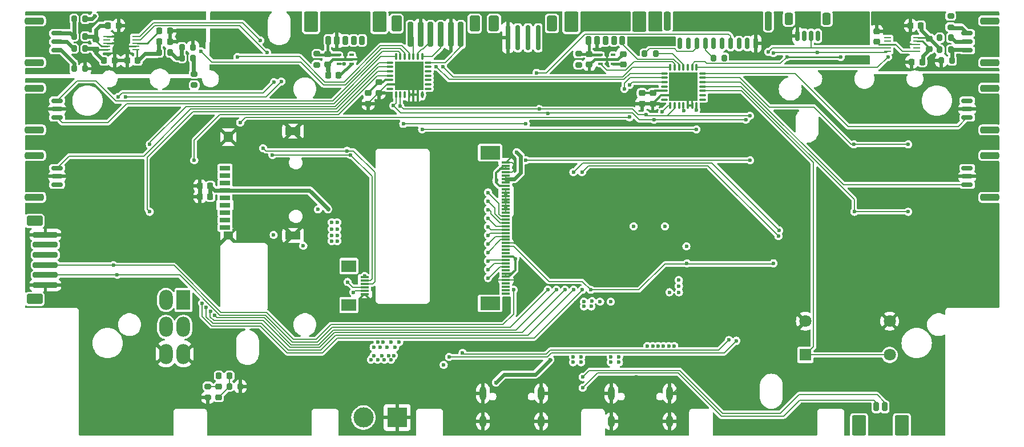
<source format=gbr>
%TF.GenerationSoftware,KiCad,Pcbnew,8.0.4*%
%TF.CreationDate,2024-09-02T08:00:41-07:00*%
%TF.ProjectId,Muffin,4d756666-696e-42e6-9b69-6361645f7063,rev?*%
%TF.SameCoordinates,Original*%
%TF.FileFunction,Copper,L1,Top*%
%TF.FilePolarity,Positive*%
%FSLAX46Y46*%
G04 Gerber Fmt 4.6, Leading zero omitted, Abs format (unit mm)*
G04 Created by KiCad (PCBNEW 8.0.4) date 2024-09-02 08:00:41*
%MOMM*%
%LPD*%
G01*
G04 APERTURE LIST*
G04 Aperture macros list*
%AMRoundRect*
0 Rectangle with rounded corners*
0 $1 Rounding radius*
0 $2 $3 $4 $5 $6 $7 $8 $9 X,Y pos of 4 corners*
0 Add a 4 corners polygon primitive as box body*
4,1,4,$2,$3,$4,$5,$6,$7,$8,$9,$2,$3,0*
0 Add four circle primitives for the rounded corners*
1,1,$1+$1,$2,$3*
1,1,$1+$1,$4,$5*
1,1,$1+$1,$6,$7*
1,1,$1+$1,$8,$9*
0 Add four rect primitives between the rounded corners*
20,1,$1+$1,$2,$3,$4,$5,0*
20,1,$1+$1,$4,$5,$6,$7,0*
20,1,$1+$1,$6,$7,$8,$9,0*
20,1,$1+$1,$8,$9,$2,$3,0*%
G04 Aperture macros list end*
%TA.AperFunction,SMDPad,CuDef*%
%ADD10RoundRect,0.075000X-0.437500X-0.075000X0.437500X-0.075000X0.437500X0.075000X-0.437500X0.075000X0*%
%TD*%
%TA.AperFunction,SMDPad,CuDef*%
%ADD11RoundRect,0.075000X-0.075000X-0.437500X0.075000X-0.437500X0.075000X0.437500X-0.075000X0.437500X0*%
%TD*%
%TA.AperFunction,HeatsinkPad*%
%ADD12R,4.250000X4.250000*%
%TD*%
%TA.AperFunction,SMDPad,CuDef*%
%ADD13RoundRect,0.150000X-0.700000X0.150000X-0.700000X-0.150000X0.700000X-0.150000X0.700000X0.150000X0*%
%TD*%
%TA.AperFunction,SMDPad,CuDef*%
%ADD14RoundRect,0.250000X-1.150000X0.250000X-1.150000X-0.250000X1.150000X-0.250000X1.150000X0.250000X0*%
%TD*%
%TA.AperFunction,SMDPad,CuDef*%
%ADD15RoundRect,0.225000X0.250000X-0.225000X0.250000X0.225000X-0.250000X0.225000X-0.250000X-0.225000X0*%
%TD*%
%TA.AperFunction,SMDPad,CuDef*%
%ADD16RoundRect,0.150000X-0.150000X-0.700000X0.150000X-0.700000X0.150000X0.700000X-0.150000X0.700000X0*%
%TD*%
%TA.AperFunction,SMDPad,CuDef*%
%ADD17RoundRect,0.250000X-0.250000X-1.150000X0.250000X-1.150000X0.250000X1.150000X-0.250000X1.150000X0*%
%TD*%
%TA.AperFunction,SMDPad,CuDef*%
%ADD18RoundRect,0.175000X-0.175000X-1.675000X0.175000X-1.675000X0.175000X1.675000X-0.175000X1.675000X0*%
%TD*%
%TA.AperFunction,SMDPad,CuDef*%
%ADD19RoundRect,0.250001X-0.499999X-0.899999X0.499999X-0.899999X0.499999X0.899999X-0.499999X0.899999X0*%
%TD*%
%TA.AperFunction,SMDPad,CuDef*%
%ADD20RoundRect,0.200000X-0.200000X-0.275000X0.200000X-0.275000X0.200000X0.275000X-0.200000X0.275000X0*%
%TD*%
%TA.AperFunction,SMDPad,CuDef*%
%ADD21RoundRect,0.200000X0.200000X0.275000X-0.200000X0.275000X-0.200000X-0.275000X0.200000X-0.275000X0*%
%TD*%
%TA.AperFunction,SMDPad,CuDef*%
%ADD22RoundRect,0.225000X-0.225000X-0.250000X0.225000X-0.250000X0.225000X0.250000X-0.225000X0.250000X0*%
%TD*%
%TA.AperFunction,SMDPad,CuDef*%
%ADD23RoundRect,0.200000X-0.200000X-1.650000X0.200000X-1.650000X0.200000X1.650000X-0.200000X1.650000X0*%
%TD*%
%TA.AperFunction,SMDPad,CuDef*%
%ADD24RoundRect,0.208334X-0.541666X-0.941666X0.541666X-0.941666X0.541666X0.941666X-0.541666X0.941666X0*%
%TD*%
%TA.AperFunction,SMDPad,CuDef*%
%ADD25RoundRect,0.150000X0.700000X-0.150000X0.700000X0.150000X-0.700000X0.150000X-0.700000X-0.150000X0*%
%TD*%
%TA.AperFunction,SMDPad,CuDef*%
%ADD26RoundRect,0.250000X1.150000X-0.250000X1.150000X0.250000X-1.150000X0.250000X-1.150000X-0.250000X0*%
%TD*%
%TA.AperFunction,SMDPad,CuDef*%
%ADD27R,1.100000X0.250000*%
%TD*%
%TA.AperFunction,SMDPad,CuDef*%
%ADD28RoundRect,0.225000X0.225000X0.250000X-0.225000X0.250000X-0.225000X-0.250000X0.225000X-0.250000X0*%
%TD*%
%TA.AperFunction,SMDPad,CuDef*%
%ADD29RoundRect,0.225000X-0.250000X0.225000X-0.250000X-0.225000X0.250000X-0.225000X0.250000X0.225000X0*%
%TD*%
%TA.AperFunction,SMDPad,CuDef*%
%ADD30RoundRect,0.200000X0.200000X0.450000X-0.200000X0.450000X-0.200000X-0.450000X0.200000X-0.450000X0*%
%TD*%
%TA.AperFunction,SMDPad,CuDef*%
%ADD31RoundRect,0.250001X0.799999X1.249999X-0.799999X1.249999X-0.799999X-1.249999X0.799999X-1.249999X0*%
%TD*%
%TA.AperFunction,SMDPad,CuDef*%
%ADD32RoundRect,0.200000X-0.275000X0.200000X-0.275000X-0.200000X0.275000X-0.200000X0.275000X0.200000X0*%
%TD*%
%TA.AperFunction,SMDPad,CuDef*%
%ADD33RoundRect,0.100000X-0.225000X-0.100000X0.225000X-0.100000X0.225000X0.100000X-0.225000X0.100000X0*%
%TD*%
%TA.AperFunction,SMDPad,CuDef*%
%ADD34R,1.300000X0.300000*%
%TD*%
%TA.AperFunction,SMDPad,CuDef*%
%ADD35R,2.200000X1.800000*%
%TD*%
%TA.AperFunction,SMDPad,CuDef*%
%ADD36R,1.600000X0.700000*%
%TD*%
%TA.AperFunction,SMDPad,CuDef*%
%ADD37R,1.400000X1.200000*%
%TD*%
%TA.AperFunction,SMDPad,CuDef*%
%ADD38R,2.200000X1.200000*%
%TD*%
%TA.AperFunction,SMDPad,CuDef*%
%ADD39R,1.400000X1.600000*%
%TD*%
%TA.AperFunction,SMDPad,CuDef*%
%ADD40RoundRect,0.200000X-0.200000X-0.450000X0.200000X-0.450000X0.200000X0.450000X-0.200000X0.450000X0*%
%TD*%
%TA.AperFunction,SMDPad,CuDef*%
%ADD41RoundRect,0.250001X-0.799999X-1.249999X0.799999X-1.249999X0.799999X1.249999X-0.799999X1.249999X0*%
%TD*%
%TA.AperFunction,SMDPad,CuDef*%
%ADD42RoundRect,0.200000X1.650000X-0.200000X1.650000X0.200000X-1.650000X0.200000X-1.650000X-0.200000X0*%
%TD*%
%TA.AperFunction,SMDPad,CuDef*%
%ADD43RoundRect,0.208334X0.941666X-0.541666X0.941666X0.541666X-0.941666X0.541666X-0.941666X-0.541666X0*%
%TD*%
%TA.AperFunction,SMDPad,CuDef*%
%ADD44RoundRect,0.150000X-0.150000X-0.625000X0.150000X-0.625000X0.150000X0.625000X-0.150000X0.625000X0*%
%TD*%
%TA.AperFunction,SMDPad,CuDef*%
%ADD45RoundRect,0.250000X-0.350000X-0.650000X0.350000X-0.650000X0.350000X0.650000X-0.350000X0.650000X0*%
%TD*%
%TA.AperFunction,SMDPad,CuDef*%
%ADD46RoundRect,0.200000X0.275000X-0.200000X0.275000X0.200000X-0.275000X0.200000X-0.275000X-0.200000X0*%
%TD*%
%TA.AperFunction,ComponentPad*%
%ADD47R,3.000000X3.000000*%
%TD*%
%TA.AperFunction,ComponentPad*%
%ADD48C,3.000000*%
%TD*%
%TA.AperFunction,SMDPad,CuDef*%
%ADD49R,1.280000X0.300000*%
%TD*%
%TA.AperFunction,SMDPad,CuDef*%
%ADD50R,3.000000X2.000000*%
%TD*%
%TA.AperFunction,SMDPad,CuDef*%
%ADD51RoundRect,0.218750X0.218750X0.256250X-0.218750X0.256250X-0.218750X-0.256250X0.218750X-0.256250X0*%
%TD*%
%TA.AperFunction,SMDPad,CuDef*%
%ADD52RoundRect,0.218750X0.256250X-0.218750X0.256250X0.218750X-0.256250X0.218750X-0.256250X-0.218750X0*%
%TD*%
%TA.AperFunction,ComponentPad*%
%ADD53O,1.000000X1.800000*%
%TD*%
%TA.AperFunction,ComponentPad*%
%ADD54O,1.000000X2.100000*%
%TD*%
%TA.AperFunction,ComponentPad*%
%ADD55R,1.800000X1.800000*%
%TD*%
%TA.AperFunction,ComponentPad*%
%ADD56C,1.800000*%
%TD*%
%TA.AperFunction,ComponentPad*%
%ADD57R,2.000000X3.000000*%
%TD*%
%TA.AperFunction,ComponentPad*%
%ADD58O,2.000000X3.000000*%
%TD*%
%TA.AperFunction,ViaPad*%
%ADD59C,0.600000*%
%TD*%
%TA.AperFunction,Conductor*%
%ADD60C,0.600000*%
%TD*%
%TA.AperFunction,Conductor*%
%ADD61C,0.300000*%
%TD*%
%TA.AperFunction,Conductor*%
%ADD62C,0.250000*%
%TD*%
%TA.AperFunction,Conductor*%
%ADD63C,0.200000*%
%TD*%
%TA.AperFunction,Conductor*%
%ADD64C,0.400000*%
%TD*%
G04 APERTURE END LIST*
D10*
%TO.P,U12,1,GPB4*%
%TO.N,/GPIO_ext/G0B4*%
X104612500Y-58087500D03*
%TO.P,U12,2,GPB5*%
%TO.N,/GPIO_ext/G0B5*%
X104612500Y-58737500D03*
%TO.P,U12,3,GPB6*%
%TO.N,/GPIO_ext/G0B6*%
X104612500Y-59387500D03*
%TO.P,U12,4,GPB7*%
%TO.N,~{PWR_SW_DET}*%
X104612500Y-60037500D03*
%TO.P,U12,5,VDD*%
%TO.N,+3.3V*%
X104612500Y-60687500D03*
%TO.P,U12,6,VSS*%
%TO.N,GND*%
X104612500Y-61337500D03*
%TO.P,U12,7,NC*%
%TO.N,unconnected-(U12-NC-Pad7)*%
X104612500Y-61987500D03*
D11*
%TO.P,U12,8,SCK*%
%TO.N,SCL*%
X105500000Y-62875000D03*
%TO.P,U12,9,SDA*%
%TO.N,SDA*%
X106150000Y-62875000D03*
%TO.P,U12,10,NC*%
%TO.N,unconnected-(U12-NC-Pad10)*%
X106800000Y-62875000D03*
%TO.P,U12,11,A0*%
%TO.N,GND*%
X107450000Y-62875000D03*
%TO.P,U12,12,A1*%
X108100000Y-62875000D03*
%TO.P,U12,13,A2*%
X108750000Y-62875000D03*
%TO.P,U12,14,~{RESET}*%
%TO.N,~{RESET}*%
X109400000Y-62875000D03*
D10*
%TO.P,U12,15,INTB*%
%TO.N,unconnected-(U12-INTB-Pad15)*%
X110287500Y-61987500D03*
%TO.P,U12,16,INTA*%
%TO.N,unconnected-(U12-INTA-Pad16)*%
X110287500Y-61337500D03*
%TO.P,U12,17,GPA0*%
%TO.N,/GPIO_ext/G0A0*%
X110287500Y-60687500D03*
%TO.P,U12,18,GPA1*%
%TO.N,/GPIO_ext/G0A1*%
X110287500Y-60037500D03*
%TO.P,U12,19,GPA2*%
%TO.N,/GPIO_ext/G0A2*%
X110287500Y-59387500D03*
%TO.P,U12,20,GPA3*%
%TO.N,/GPIO_ext/G0A3*%
X110287500Y-58737500D03*
%TO.P,U12,21,GPA4*%
%TO.N,/GPIO_ext/G0A4*%
X110287500Y-58087500D03*
D11*
%TO.P,U12,22,GPA5*%
%TO.N,/GPIO_ext/G0A5*%
X109400000Y-57200000D03*
%TO.P,U12,23,GPA6*%
%TO.N,/GPIO_ext/G0A6*%
X108750000Y-57200000D03*
%TO.P,U12,24,GPA7*%
%TO.N,/GPIO_ext/G0A7*%
X108100000Y-57200000D03*
%TO.P,U12,25,GPB0*%
%TO.N,/GPIO_ext/G0B0*%
X107450000Y-57200000D03*
%TO.P,U12,26,GPB1*%
%TO.N,/GPIO_ext/G0B1*%
X106800000Y-57200000D03*
%TO.P,U12,27,GPB2*%
%TO.N,/GPIO_ext/G0B2*%
X106150000Y-57200000D03*
%TO.P,U12,28,GPB3*%
%TO.N,/GPIO_ext/G0B3*%
X105500000Y-57200000D03*
D12*
%TO.P,U12,29,EP*%
%TO.N,GND*%
X107450000Y-60037500D03*
%TD*%
D13*
%TO.P,J3,1,Pin_1*%
%TO.N,unconnected-(J3-Pin_1-Pad1)*%
X190250000Y-63750000D03*
%TO.P,J3,2,Pin_2*%
%TO.N,GND*%
X190250000Y-65000000D03*
%TO.P,J3,3,Pin_3*%
%TO.N,/GPIO_ext/G1A4*%
X190250000Y-66250000D03*
D14*
%TO.P,J3,MP*%
%TO.N,N/C*%
X193600000Y-61900000D03*
X193600000Y-68100000D03*
%TD*%
D15*
%TO.P,C21,1,1*%
%TO.N,GND*%
X134200000Y-58375000D03*
%TO.P,C21,2,2*%
%TO.N,INTMOD_5V*%
X134200000Y-56825000D03*
%TD*%
D16*
%TO.P,J9,1,Pin_1*%
%TO.N,VBUS*%
X147650000Y-55250000D03*
%TO.P,J9,2,Pin_2*%
%TO.N,INTMOD_LED*%
X148900000Y-55250000D03*
%TO.P,J9,3,Pin_3*%
%TO.N,INT_PROTO_LED*%
X150150000Y-55250000D03*
%TO.P,J9,4,Pin_4*%
%TO.N,Net-(J9-Pin_4)*%
X151400000Y-55250000D03*
%TO.P,J9,5,Pin_5*%
%TO.N,GND*%
X152650000Y-55250000D03*
%TO.P,J9,6,Pin_6*%
%TO.N,~{RESET}*%
X153900000Y-55250000D03*
%TO.P,J9,7,Pin_7*%
%TO.N,EXTMOD_LED*%
X155150000Y-55250000D03*
%TO.P,J9,8,Pin_8*%
%TO.N,CHG_DONE_LED*%
X156400000Y-55250000D03*
%TO.P,J9,9,Pin_9*%
%TO.N,CHARGING_LED*%
X157650000Y-55250000D03*
%TO.P,J9,10,Pin_10*%
%TO.N,GND*%
X158900000Y-55250000D03*
D17*
%TO.P,J9,MP*%
%TO.N,N/C*%
X145800000Y-51900000D03*
X160750000Y-51900000D03*
%TD*%
D18*
%TO.P,J12,1,Pin_1*%
%TO.N,GND*%
X122100000Y-54400000D03*
%TO.P,J12,2,Pin_2*%
%TO.N,/ESP32 Core/GIMBAL_TX*%
X123600000Y-54400000D03*
%TO.P,J12,3,Pin_3*%
%TO.N,/ESP32 Core/GIMBAL_RX*%
X125100000Y-54400000D03*
%TO.P,J12,4,Pin_4*%
%TO.N,+3.3V*%
X126600000Y-54400000D03*
D19*
%TO.P,J12,MP*%
%TO.N,N/C*%
X120050000Y-52300000D03*
X128650000Y-52300000D03*
%TD*%
D20*
%TO.P,R30,1*%
%TO.N,/Power/3V3_EN*%
X80800000Y-106200000D03*
%TO.P,R30,2*%
%TO.N,GND*%
X82450000Y-106200000D03*
%TD*%
D21*
%TO.P,R14,1*%
%TO.N,+3.3V*%
X59425000Y-51600000D03*
%TO.P,R14,2*%
%TO.N,Net-(J7-Pin_3)*%
X57775000Y-51600000D03*
%TD*%
D22*
%TO.P,C9,1*%
%TO.N,Net-(U2-AIN1)*%
X62225000Y-57800000D03*
%TO.P,C9,2*%
%TO.N,GND*%
X63775000Y-57800000D03*
%TD*%
D23*
%TO.P,J8,1,Pin_1*%
%TO.N,/GPIO_ext/G0A7*%
X107650000Y-53912500D03*
%TO.P,J8,2,Pin_2*%
%TO.N,GND*%
X109150000Y-53912500D03*
%TO.P,J8,3,Pin_3*%
%TO.N,/GPIO_ext/G0A6*%
X110650000Y-53912500D03*
%TO.P,J8,4,Pin_4*%
%TO.N,/GPIO_ext/G0A5*%
X112150000Y-53912500D03*
%TO.P,J8,5,Pin_5*%
%TO.N,GND*%
X113650000Y-53912500D03*
%TO.P,J8,6,Pin_6*%
%TO.N,/GPIO_ext/G0A4*%
X115150000Y-53912500D03*
D24*
%TO.P,J8,MP*%
%TO.N,N/C*%
X105600000Y-52312500D03*
X117200000Y-52312500D03*
%TD*%
D15*
%TO.P,C27,1,1*%
%TO.N,GND*%
X95400000Y-58375000D03*
%TO.P,C27,2,2*%
%TO.N,EXTMOD_5V*%
X95400000Y-56825000D03*
%TD*%
D25*
%TO.P,J5,1,Pin_1*%
%TO.N,unconnected-(J5-Pin_1-Pad1)*%
X55250000Y-76250000D03*
%TO.P,J5,2,Pin_2*%
%TO.N,GND*%
X55250000Y-75000000D03*
%TO.P,J5,3,Pin_3*%
%TO.N,/GPIO_ext/G0B5*%
X55250000Y-73750000D03*
D26*
%TO.P,J5,MP*%
%TO.N,N/C*%
X51900000Y-78100000D03*
X51900000Y-71900000D03*
%TD*%
D27*
%TO.P,U3,1,ADDR*%
%TO.N,+3.3V*%
X182750000Y-56400000D03*
%TO.P,U3,2,ALERT/RDY*%
%TO.N,unconnected-(U3-ALERT{slash}RDY-Pad2)*%
X182750000Y-55900000D03*
%TO.P,U3,3,GND*%
%TO.N,GND*%
X182750000Y-55400000D03*
%TO.P,U3,4,AIN0*%
%TO.N,Net-(U3-AIN0)*%
X182750000Y-54900000D03*
%TO.P,U3,5,AIN1*%
%TO.N,Net-(U3-AIN1)*%
X182750000Y-54400000D03*
%TO.P,U3,6,AIN2*%
%TO.N,unconnected-(U3-AIN2-Pad6)*%
X178450000Y-54400000D03*
%TO.P,U3,7,AIN3*%
%TO.N,unconnected-(U3-AIN3-Pad7)*%
X178450000Y-54900000D03*
%TO.P,U3,8,VDD*%
%TO.N,+3.3V*%
X178450000Y-55400000D03*
%TO.P,U3,9,SDA*%
%TO.N,SDA*%
X178450000Y-55900000D03*
%TO.P,U3,10,SCL*%
%TO.N,SCL*%
X178450000Y-56400000D03*
%TD*%
D21*
%TO.P,R10,1*%
%TO.N,GND*%
X75425000Y-55800000D03*
%TO.P,R10,2*%
%TO.N,Net-(R10-Pad2)*%
X73775000Y-55800000D03*
%TD*%
%TO.P,R17,1*%
%TO.N,Net-(U2-AIN0)*%
X59425000Y-54200000D03*
%TO.P,R17,2*%
%TO.N,Net-(J7-Pin_3)*%
X57775000Y-54200000D03*
%TD*%
D15*
%TO.P,C20,1,1*%
%TO.N,+5V*%
X139200000Y-58375000D03*
%TO.P,C20,2,2*%
%TO.N,GND*%
X139200000Y-56825000D03*
%TD*%
D20*
%TO.P,R12,1*%
%TO.N,GND*%
X186375000Y-57800000D03*
%TO.P,R12,2*%
%TO.N,Net-(J6-Pin_3)*%
X188025000Y-57800000D03*
%TD*%
D13*
%TO.P,J2,1,Pin_1*%
%TO.N,unconnected-(J2-Pin_1-Pad1)*%
X190250000Y-73750000D03*
%TO.P,J2,2,Pin_2*%
%TO.N,GND*%
X190250000Y-75000000D03*
%TO.P,J2,3,Pin_3*%
%TO.N,/GPIO_ext/G1A2*%
X190250000Y-76250000D03*
D14*
%TO.P,J2,MP*%
%TO.N,N/C*%
X193600000Y-71900000D03*
X193600000Y-78100000D03*
%TD*%
D22*
%TO.P,C6,1*%
%TO.N,GND*%
X182025000Y-58000000D03*
%TO.P,C6,2*%
%TO.N,Net-(U3-AIN0)*%
X183575000Y-58000000D03*
%TD*%
D28*
%TO.P,C17,1*%
%TO.N,+3.3V*%
X77975000Y-76400000D03*
%TO.P,C17,2*%
%TO.N,GND*%
X76425000Y-76400000D03*
%TD*%
D21*
%TO.P,R18,1*%
%TO.N,Net-(U2-AIN1)*%
X59425000Y-56000000D03*
%TO.P,R18,2*%
%TO.N,Net-(J7-Pin_2)*%
X57775000Y-56000000D03*
%TD*%
D20*
%TO.P,R13,1*%
%TO.N,Net-(J7-Pin_1)*%
X57775000Y-59000000D03*
%TO.P,R13,2*%
%TO.N,GND*%
X59425000Y-59000000D03*
%TD*%
D29*
%TO.P,C31,1*%
%TO.N,+3.3V*%
X103000000Y-61025000D03*
%TO.P,C31,2*%
%TO.N,GND*%
X103000000Y-62575000D03*
%TD*%
D30*
%TO.P,J18,1,Pin_1*%
%TO.N,INTMOD_BOOT*%
X139100000Y-54800000D03*
%TO.P,J18,2,Pin_2*%
%TO.N,INTMOD_TX*%
X137850000Y-54800000D03*
%TO.P,J18,3,Pin_3*%
%TO.N,INTMOD_RX*%
X136600000Y-54800000D03*
%TO.P,J18,4,Pin_4*%
%TO.N,GND*%
X135350000Y-54800000D03*
%TO.P,J18,5,Pin_5*%
%TO.N,INTMOD_5V*%
X134100000Y-54800000D03*
D31*
%TO.P,J18,MP*%
%TO.N,N/C*%
X141650000Y-52050000D03*
X131550000Y-52050000D03*
%TD*%
D20*
%TO.P,R16,1*%
%TO.N,Net-(U3-AIN1)*%
X186175000Y-56200000D03*
%TO.P,R16,2*%
%TO.N,Net-(J6-Pin_3)*%
X187825000Y-56200000D03*
%TD*%
%TO.P,R19,1*%
%TO.N,Net-(U2-AIN2)*%
X70375000Y-56600000D03*
%TO.P,R19,2*%
%TO.N,Net-(R10-Pad2)*%
X72025000Y-56600000D03*
%TD*%
D32*
%TO.P,R37,1*%
%TO.N,EXTMOD_5V*%
X93800000Y-56775000D03*
%TO.P,R37,2*%
%TO.N,EXTMOD_LED*%
X93800000Y-58425000D03*
%TD*%
D33*
%TO.P,U6,1,OUT*%
%TO.N,INTMOD_5V*%
X135850000Y-56950000D03*
%TO.P,U6,2,GND*%
%TO.N,GND*%
X135850000Y-57600000D03*
%TO.P,U6,3,ON*%
%TO.N,INTMOD_EN*%
X135850000Y-58250000D03*
%TO.P,U6,4,IN*%
%TO.N,+5V*%
X137750000Y-58250000D03*
%TO.P,U6,5,GND*%
%TO.N,GND*%
X137750000Y-57600000D03*
%TO.P,U6,6,NC*%
%TO.N,unconnected-(U6-NC-Pad6)*%
X137750000Y-56950000D03*
%TD*%
D20*
%TO.P,R15,1*%
%TO.N,Net-(U3-AIN0)*%
X186175000Y-54400000D03*
%TO.P,R15,2*%
%TO.N,Net-(J6-Pin_2)*%
X187825000Y-54400000D03*
%TD*%
D29*
%TO.P,C30,1*%
%TO.N,+3.3V*%
X143600000Y-62625000D03*
%TO.P,C30,2*%
%TO.N,GND*%
X143600000Y-64175000D03*
%TD*%
D34*
%TO.P,J19,1,Pin_1*%
%TO.N,+3.3V*%
X100850000Y-89950000D03*
%TO.P,J19,2,Pin_2*%
%TO.N,SDA*%
X100850000Y-90450000D03*
%TO.P,J19,3,Pin_3*%
%TO.N,SCL*%
X100850000Y-90950000D03*
%TO.P,J19,4,Pin_4*%
%TO.N,/ESP32 Core/TOUCH_INT*%
X100850000Y-91450000D03*
%TO.P,J19,5,Pin_5*%
%TO.N,~{RESET}*%
X100850000Y-91950000D03*
%TO.P,J19,6,Pin_6*%
%TO.N,GND*%
X100850000Y-92450000D03*
D35*
%TO.P,J19,MP*%
%TO.N,N/C*%
X98525000Y-88300000D03*
X98525000Y-94100000D03*
%TD*%
D36*
%TO.P,J17,1,DAT2*%
%TO.N,unconnected-(J17-DAT2-Pad1)*%
X80150000Y-73750000D03*
%TO.P,J17,2,DAT3/CD*%
%TO.N,/ESP32 Core/SD_CS*%
X80150000Y-74850000D03*
%TO.P,J17,3,CMD*%
%TO.N,/ESP32 Core/SD_MOSI*%
X80150000Y-75950000D03*
%TO.P,J17,4,VDD*%
%TO.N,+3.3V*%
X80150000Y-77050000D03*
%TO.P,J17,5,CLK*%
%TO.N,/ESP32 Core/SD_SCK*%
X80150000Y-78150000D03*
%TO.P,J17,6,VSS*%
%TO.N,GND*%
X80150000Y-79250000D03*
%TO.P,J17,7,DAT0*%
%TO.N,/ESP32 Core/SD_MISO*%
X80150000Y-80350000D03*
%TO.P,J17,8,DAT1*%
%TO.N,unconnected-(J17-DAT1-Pad8)*%
X80150000Y-81450000D03*
D37*
%TO.P,J17,9,SHIELD*%
%TO.N,GND*%
X80650000Y-83750000D03*
D38*
X90250000Y-83750000D03*
D39*
X80650000Y-69150000D03*
D38*
X90250000Y-68250000D03*
D36*
%TO.P,J17,CD*%
%TO.N,N/C*%
X80150000Y-82550000D03*
%TD*%
D22*
%TO.P,C12,1*%
%TO.N,GND*%
X65625000Y-57800000D03*
%TO.P,C12,2*%
%TO.N,Net-(U2-AIN2)*%
X67175000Y-57800000D03*
%TD*%
D40*
%TO.P,J24,1,Pin_1*%
%TO.N,Net-(J24-Pin_1)*%
X176775000Y-109200000D03*
%TO.P,J24,2,Pin_2*%
%TO.N,Net-(J24-Pin_2)*%
X178025000Y-109200000D03*
D41*
%TO.P,J24,MP*%
%TO.N,N/C*%
X174225000Y-111950000D03*
X180575000Y-111950000D03*
%TD*%
D42*
%TO.P,J11,1,Pin_1*%
%TO.N,GND*%
X53512500Y-91150000D03*
%TO.P,J11,2,Pin_2*%
%TO.N,EXTMOD_RX*%
X53512500Y-89650000D03*
%TO.P,J11,3,Pin_3*%
%TO.N,EXTMOD_TX*%
X53512500Y-88150000D03*
%TO.P,J11,4,Pin_4*%
%TO.N,unconnected-(J11-Pin_4-Pad4)*%
X53512500Y-86650000D03*
%TO.P,J11,5,Pin_5*%
%TO.N,unconnected-(J11-Pin_5-Pad5)*%
X53512500Y-85150000D03*
%TO.P,J11,6,Pin_6*%
%TO.N,GND*%
X53512500Y-83650000D03*
D43*
%TO.P,J11,MP*%
%TO.N,N/C*%
X51912500Y-93200000D03*
X51912500Y-81600000D03*
%TD*%
D27*
%TO.P,U2,1,ADDR*%
%TO.N,GND*%
X62650000Y-54200000D03*
%TO.P,U2,2,ALERT/RDY*%
%TO.N,unconnected-(U2-ALERT{slash}RDY-Pad2)*%
X62650000Y-54700000D03*
%TO.P,U2,3,GND*%
%TO.N,GND*%
X62650000Y-55200000D03*
%TO.P,U2,4,AIN0*%
%TO.N,Net-(U2-AIN0)*%
X62650000Y-55700000D03*
%TO.P,U2,5,AIN1*%
%TO.N,Net-(U2-AIN1)*%
X62650000Y-56200000D03*
%TO.P,U2,6,AIN2*%
%TO.N,Net-(U2-AIN2)*%
X66950000Y-56200000D03*
%TO.P,U2,7,AIN3*%
%TO.N,GND*%
X66950000Y-55700000D03*
%TO.P,U2,8,VDD*%
%TO.N,+3.3V*%
X66950000Y-55200000D03*
%TO.P,U2,9,SDA*%
%TO.N,SDA*%
X66950000Y-54700000D03*
%TO.P,U2,10,SCL*%
%TO.N,SCL*%
X66950000Y-54200000D03*
%TD*%
D20*
%TO.P,R20,1*%
%TO.N,Net-(J9-Pin_4)*%
X152575000Y-57400000D03*
%TO.P,R20,2*%
%TO.N,PWR_EN*%
X154225000Y-57400000D03*
%TD*%
D25*
%TO.P,J7,1,Pin_1*%
%TO.N,Net-(J7-Pin_1)*%
X55250000Y-56250000D03*
%TO.P,J7,2,Pin_2*%
%TO.N,Net-(J7-Pin_2)*%
X55250000Y-55000000D03*
%TO.P,J7,3,Pin_3*%
%TO.N,Net-(J7-Pin_3)*%
X55250000Y-53750000D03*
D26*
%TO.P,J7,MP*%
%TO.N,N/C*%
X51900000Y-58100000D03*
X51900000Y-51900000D03*
%TD*%
D29*
%TO.P,C10,1*%
%TO.N,Net-(U2-AIN0)*%
X61000000Y-54625000D03*
%TO.P,C10,2*%
%TO.N,Net-(U2-AIN1)*%
X61000000Y-56175000D03*
%TD*%
D15*
%TO.P,C7,1*%
%TO.N,Net-(U3-AIN0)*%
X184600000Y-56075000D03*
%TO.P,C7,2*%
%TO.N,Net-(U3-AIN1)*%
X184600000Y-54525000D03*
%TD*%
D44*
%TO.P,J10,1,Pin_1*%
%TO.N,GND*%
X165100000Y-54125000D03*
%TO.P,J10,2,Pin_2*%
%TO.N,+3.3V*%
X166100000Y-54125000D03*
%TO.P,J10,3,Pin_3*%
%TO.N,SDA*%
X167100000Y-54125000D03*
%TO.P,J10,4,Pin_4*%
%TO.N,SCL*%
X168100000Y-54125000D03*
D45*
%TO.P,J10,MP*%
%TO.N,N/C*%
X163800000Y-51600000D03*
X169400000Y-51600000D03*
%TD*%
D22*
%TO.P,C13,1*%
%TO.N,Net-(U2-AIN2)*%
X70425000Y-55000000D03*
%TO.P,C13,2*%
%TO.N,GND*%
X71975000Y-55000000D03*
%TD*%
D28*
%TO.P,C16,1*%
%TO.N,+3.3V*%
X77975000Y-78000000D03*
%TO.P,C16,2*%
%TO.N,GND*%
X76425000Y-78000000D03*
%TD*%
D29*
%TO.P,C29,1*%
%TO.N,+3.3V*%
X101400000Y-62625000D03*
%TO.P,C29,2*%
%TO.N,GND*%
X101400000Y-64175000D03*
%TD*%
D28*
%TO.P,C5,1*%
%TO.N,Net-(U3-AIN1)*%
X183375000Y-52600000D03*
%TO.P,C5,2*%
%TO.N,GND*%
X181825000Y-52600000D03*
%TD*%
D46*
%TO.P,R11,1*%
%TO.N,Net-(J6-Pin_1)*%
X187800000Y-52825000D03*
%TO.P,R11,2*%
%TO.N,+3.3V*%
X187800000Y-51175000D03*
%TD*%
D15*
%TO.P,C4,1*%
%TO.N,+3.3V*%
X176800000Y-54975000D03*
%TO.P,C4,2*%
%TO.N,GND*%
X176800000Y-53425000D03*
%TD*%
D28*
%TO.P,C26,1,1*%
%TO.N,+5V*%
X96975000Y-60000000D03*
%TO.P,C26,2,2*%
%TO.N,GND*%
X95425000Y-60000000D03*
%TD*%
D20*
%TO.P,R9,1*%
%TO.N,Net-(R10-Pad2)*%
X73775000Y-57400000D03*
%TO.P,R9,2*%
%TO.N,Net-(R8-Pad1)*%
X75425000Y-57400000D03*
%TD*%
D32*
%TO.P,R8,1*%
%TO.N,Net-(R8-Pad1)*%
X75600000Y-59775000D03*
%TO.P,R8,2*%
%TO.N,VBATT*%
X75600000Y-61425000D03*
%TD*%
D21*
%TO.P,R35,1*%
%TO.N,/GPIO_ext/G1B0*%
X144025000Y-56800000D03*
%TO.P,R35,2*%
%TO.N,INT_PROTO_LED*%
X142375000Y-56800000D03*
%TD*%
D22*
%TO.P,C11,1*%
%TO.N,+3.3V*%
X70425000Y-53400000D03*
%TO.P,C11,2*%
%TO.N,GND*%
X71975000Y-53400000D03*
%TD*%
D32*
%TO.P,R29,1*%
%TO.N,INTMOD_5V*%
X132600000Y-56775000D03*
%TO.P,R29,2*%
%TO.N,INTMOD_LED*%
X132600000Y-58425000D03*
%TD*%
D47*
%TO.P,J21,1,Pin_1*%
%TO.N,GND*%
X105700000Y-110800000D03*
D48*
%TO.P,J21,2,Pin_2*%
%TO.N,/Power/VLIPO*%
X100700000Y-110800000D03*
%TD*%
D29*
%TO.P,C32,1*%
%TO.N,+3.3V*%
X142000000Y-62625000D03*
%TO.P,C32,2*%
%TO.N,GND*%
X142000000Y-64175000D03*
%TD*%
D33*
%TO.P,U9,1,OUT*%
%TO.N,EXTMOD_5V*%
X97050000Y-56950000D03*
%TO.P,U9,2,GND*%
%TO.N,GND*%
X97050000Y-57600000D03*
%TO.P,U9,3,ON*%
%TO.N,EXTMOD_EN*%
X97050000Y-58250000D03*
%TO.P,U9,4,IN*%
%TO.N,+5V*%
X98950000Y-58250000D03*
%TO.P,U9,5,GND*%
%TO.N,GND*%
X98950000Y-57600000D03*
%TO.P,U9,6,NC*%
%TO.N,unconnected-(U9-NC-Pad6)*%
X98950000Y-56950000D03*
%TD*%
D28*
%TO.P,C8,1*%
%TO.N,GND*%
X64375000Y-52600000D03*
%TO.P,C8,2*%
%TO.N,Net-(U2-AIN0)*%
X62825000Y-52600000D03*
%TD*%
D25*
%TO.P,J4,1,Pin_1*%
%TO.N,/GPIO_ext/G0B3*%
X55250000Y-66250000D03*
%TO.P,J4,2,Pin_2*%
%TO.N,GND*%
X55250000Y-65000000D03*
%TO.P,J4,3,Pin_3*%
%TO.N,/GPIO_ext/G0B2*%
X55250000Y-63750000D03*
D26*
%TO.P,J4,MP*%
%TO.N,N/C*%
X51900000Y-68100000D03*
X51900000Y-61900000D03*
%TD*%
D30*
%TO.P,J15,1,Pin_1*%
%TO.N,EXTMOD_BOOT*%
X100500000Y-54800000D03*
%TO.P,J15,2,Pin_2*%
%TO.N,EXTMOD_TX*%
X99250000Y-54800000D03*
%TO.P,J15,3,Pin_3*%
%TO.N,EXTMOD_RX*%
X98000000Y-54800000D03*
%TO.P,J15,4,Pin_4*%
%TO.N,GND*%
X96750000Y-54800000D03*
%TO.P,J15,5,Pin_5*%
%TO.N,EXTMOD_5V*%
X95500000Y-54800000D03*
D31*
%TO.P,J15,MP*%
%TO.N,N/C*%
X103050000Y-52050000D03*
X92950000Y-52050000D03*
%TD*%
D10*
%TO.P,U11,1,GPB4*%
%TO.N,EXTMOD_EN*%
X145312500Y-59687500D03*
%TO.P,U11,2,GPB5*%
%TO.N,5V_PWR_EN*%
X145312500Y-60337500D03*
%TO.P,U11,3,GPB6*%
%TO.N,PWR_EN*%
X145312500Y-60987500D03*
%TO.P,U11,4,GPB7*%
%TO.N,/GPIO_ext/G1B7*%
X145312500Y-61637500D03*
%TO.P,U11,5,VDD*%
%TO.N,+3.3V*%
X145312500Y-62287500D03*
%TO.P,U11,6,VSS*%
%TO.N,GND*%
X145312500Y-62937500D03*
%TO.P,U11,7,NC*%
%TO.N,unconnected-(U11-NC-Pad7)*%
X145312500Y-63587500D03*
D11*
%TO.P,U11,8,SCK*%
%TO.N,SCL*%
X146200000Y-64475000D03*
%TO.P,U11,9,SDA*%
%TO.N,SDA*%
X146850000Y-64475000D03*
%TO.P,U11,10,NC*%
%TO.N,unconnected-(U11-NC-Pad10)*%
X147500000Y-64475000D03*
%TO.P,U11,11,A0*%
%TO.N,+3.3V*%
X148150000Y-64475000D03*
%TO.P,U11,12,A1*%
%TO.N,GND*%
X148800000Y-64475000D03*
%TO.P,U11,13,A2*%
X149450000Y-64475000D03*
%TO.P,U11,14,~{RESET}*%
%TO.N,~{RESET}*%
X150100000Y-64475000D03*
D10*
%TO.P,U11,15,INTB*%
%TO.N,unconnected-(U11-INTB-Pad15)*%
X150987500Y-63587500D03*
%TO.P,U11,16,INTA*%
%TO.N,unconnected-(U11-INTA-Pad16)*%
X150987500Y-62937500D03*
%TO.P,U11,17,GPA0*%
%TO.N,/GPIO_ext/G1A0*%
X150987500Y-62287500D03*
%TO.P,U11,18,GPA1*%
%TO.N,/GPIO_ext/G1A1*%
X150987500Y-61637500D03*
%TO.P,U11,19,GPA2*%
%TO.N,/GPIO_ext/G1A2*%
X150987500Y-60987500D03*
%TO.P,U11,20,GPA3*%
%TO.N,/GPIO_ext/G1A3*%
X150987500Y-60337500D03*
%TO.P,U11,21,GPA4*%
%TO.N,/GPIO_ext/G1A4*%
X150987500Y-59687500D03*
D11*
%TO.P,U11,22,GPA5*%
%TO.N,/GPIO_ext/G1A5*%
X150100000Y-58800000D03*
%TO.P,U11,23,GPA6*%
%TO.N,/GPIO_ext/G1A6*%
X149450000Y-58800000D03*
%TO.P,U11,24,GPA7*%
%TO.N,/GPIO_ext/G1A7*%
X148800000Y-58800000D03*
%TO.P,U11,25,GPB0*%
%TO.N,/GPIO_ext/G1B0*%
X148150000Y-58800000D03*
%TO.P,U11,26,GPB1*%
%TO.N,INTMOD_BOOT*%
X147500000Y-58800000D03*
%TO.P,U11,27,GPB2*%
%TO.N,INTMOD_EN*%
X146850000Y-58800000D03*
%TO.P,U11,28,GPB3*%
%TO.N,EXTMOD_BOOT*%
X146200000Y-58800000D03*
D12*
%TO.P,U11,29,EP*%
%TO.N,GND*%
X148150000Y-61637500D03*
%TD*%
D49*
%TO.P,J20,1,Pin_1*%
%TO.N,unconnected-(J20-Pin_1-Pad1)*%
X121827500Y-92400000D03*
%TO.P,J20,2,Pin_2*%
%TO.N,unconnected-(J20-Pin_2-Pad2)*%
X121827500Y-91900000D03*
%TO.P,J20,3,Pin_3*%
%TO.N,unconnected-(J20-Pin_3-Pad3)*%
X121827500Y-91400000D03*
%TO.P,J20,4,Pin_4*%
%TO.N,unconnected-(J20-Pin_4-Pad4)*%
X121827500Y-90900000D03*
%TO.P,J20,5,Pin_5*%
%TO.N,GND*%
X121827500Y-90400000D03*
%TO.P,J20,6,Pin_6*%
%TO.N,+3.3V*%
X121827500Y-89900000D03*
%TO.P,J20,7,Pin_7*%
X121827500Y-89400000D03*
%TO.P,J20,8,Pin_8*%
%TO.N,/ESP32 Core/TE*%
X121827500Y-88900000D03*
%TO.P,J20,9,Pin_9*%
%TO.N,/ESP32 Core/LCD_CS*%
X121827500Y-88400000D03*
%TO.P,J20,10,Pin_10*%
%TO.N,/ESP32 Core/LCD_RS*%
X121827500Y-87900000D03*
%TO.P,J20,11,Pin_11*%
%TO.N,/ESP32 Core/LCD_WR*%
X121827500Y-87400000D03*
%TO.P,J20,12,Pin_12*%
%TO.N,+3.3V*%
X121827500Y-86900000D03*
%TO.P,J20,13,Pin_13*%
%TO.N,unconnected-(J20-Pin_13-Pad13)*%
X121827500Y-86400000D03*
%TO.P,J20,14,Pin_14*%
%TO.N,unconnected-(J20-Pin_14-Pad14)*%
X121827500Y-85900000D03*
%TO.P,J20,15,Pin_15*%
%TO.N,~{RESET}*%
X121827500Y-85400000D03*
%TO.P,J20,16,Pin_16*%
%TO.N,GND*%
X121827500Y-84900000D03*
%TO.P,J20,17,Pin_17*%
%TO.N,/ESP32 Core/LCD_D0*%
X121827500Y-84400000D03*
%TO.P,J20,18,Pin_18*%
%TO.N,/ESP32 Core/LCD_D1*%
X121827500Y-83900000D03*
%TO.P,J20,19,Pin_19*%
%TO.N,/ESP32 Core/LCD_D2*%
X121827500Y-83400000D03*
%TO.P,J20,20,Pin_20*%
%TO.N,/ESP32 Core/LCD_D3*%
X121827500Y-82900000D03*
%TO.P,J20,21,Pin_21*%
%TO.N,/ESP32 Core/LCD_D4*%
X121827500Y-82400000D03*
%TO.P,J20,22,Pin_22*%
%TO.N,/ESP32 Core/LCD_D5*%
X121827500Y-81900000D03*
%TO.P,J20,23,Pin_23*%
%TO.N,/ESP32 Core/LCD_D6*%
X121827500Y-81400000D03*
%TO.P,J20,24,Pin_24*%
%TO.N,/ESP32 Core/LCD_D7*%
X121827500Y-80900000D03*
%TO.P,J20,25,Pin_25*%
%TO.N,GND*%
X121827500Y-80400000D03*
%TO.P,J20,26,Pin_26*%
X121827500Y-79900000D03*
%TO.P,J20,27,Pin_27*%
X121827500Y-79400000D03*
%TO.P,J20,28,Pin_28*%
X121827500Y-78900000D03*
%TO.P,J20,29,Pin_29*%
X121827500Y-78400000D03*
%TO.P,J20,30,Pin_30*%
X121827500Y-77900000D03*
%TO.P,J20,31,Pin_31*%
X121827500Y-77400000D03*
%TO.P,J20,32,Pin_32*%
X121827500Y-76900000D03*
%TO.P,J20,33,Pin_33*%
%TO.N,+3.3V*%
X121827500Y-76400000D03*
%TO.P,J20,34,Pin_34*%
%TO.N,/ESP32 Core/LEDK*%
X121827500Y-75900000D03*
%TO.P,J20,35,Pin_35*%
X121827500Y-75400000D03*
%TO.P,J20,36,Pin_36*%
X121827500Y-74900000D03*
%TO.P,J20,37,Pin_37*%
%TO.N,GND*%
X121827500Y-74400000D03*
%TO.P,J20,38,Pin_38*%
%TO.N,+3.3V*%
X121827500Y-73900000D03*
%TO.P,J20,39,Pin_39*%
X121827500Y-73400000D03*
%TO.P,J20,40,Pin_40*%
%TO.N,GND*%
X121827500Y-72900000D03*
D50*
%TO.P,J20,MP*%
%TO.N,N/C*%
X119487500Y-71450000D03*
X119487500Y-93850000D03*
%TD*%
D51*
%TO.P,D10,1,K*%
%TO.N,/Power/3V3_EN*%
X80812500Y-104600000D03*
%TO.P,D10,2,A*%
%TO.N,PWR_EN*%
X79237500Y-104600000D03*
%TD*%
D52*
%TO.P,D9,1,K*%
%TO.N,/Power/3V3_EN*%
X79225000Y-107787500D03*
%TO.P,D9,2,A*%
%TO.N,PWR_SW_ON*%
X79225000Y-106212500D03*
%TD*%
D32*
%TO.P,R28,1*%
%TO.N,PWR_SW_ON*%
X77625000Y-106175000D03*
%TO.P,R28,2*%
%TO.N,GND*%
X77625000Y-107825000D03*
%TD*%
D13*
%TO.P,J6,1,Pin_1*%
%TO.N,Net-(J6-Pin_1)*%
X190250000Y-53750000D03*
%TO.P,J6,2,Pin_2*%
%TO.N,Net-(J6-Pin_2)*%
X190250000Y-55000000D03*
%TO.P,J6,3,Pin_3*%
%TO.N,Net-(J6-Pin_3)*%
X190250000Y-56250000D03*
D14*
%TO.P,J6,MP*%
%TO.N,N/C*%
X193600000Y-51900000D03*
X193600000Y-58100000D03*
%TD*%
D53*
%TO.P,J13,S1,SHIELD*%
%TO.N,GND*%
X127070000Y-111375000D03*
D54*
X127070000Y-107195000D03*
D53*
X118430000Y-111375000D03*
D54*
X118430000Y-107195000D03*
%TD*%
D53*
%TO.P,J1,S1,SHIELD*%
%TO.N,GND*%
X146120000Y-111375000D03*
D54*
X146120000Y-107195000D03*
D53*
X137480000Y-111375000D03*
D54*
X137480000Y-107195000D03*
%TD*%
D55*
%TO.P,SW9,1,A*%
%TO.N,/GPIO_ext/G1A0*%
X166250000Y-101500000D03*
D56*
%TO.P,SW9,2,B*%
X178750000Y-101500000D03*
%TO.P,SW9,3,C*%
%TO.N,GND*%
X166250000Y-96500000D03*
%TO.P,SW9,4,D*%
X178750000Y-96500000D03*
%TD*%
D57*
%TO.P,SW10,1,A*%
%TO.N,unconnected-(SW10-A-Pad1)*%
X74000000Y-93350000D03*
D58*
%TO.P,SW10,2,B*%
%TO.N,~{PWR_SW_DET}*%
X74000000Y-97350000D03*
%TO.P,SW10,3,C*%
%TO.N,GND*%
X74000000Y-101350000D03*
%TO.P,SW10,4,A*%
X71400000Y-101350000D03*
%TO.P,SW10,5,B*%
%TO.N,PWR_SW_ON*%
X71400000Y-97350000D03*
%TO.P,SW10,6,C*%
%TO.N,VBATT*%
X71400000Y-93350000D03*
%TD*%
D59*
%TO.N,+3.3V*%
X96800000Y-82800000D03*
X166100000Y-54125000D03*
X140775000Y-82400000D03*
X148200000Y-65200000D03*
X96000000Y-83800000D03*
X96000000Y-82800000D03*
X96000000Y-84600000D03*
X126600000Y-54400000D03*
X100850000Y-89799998D03*
X145425000Y-82400000D03*
X70425000Y-53400000D03*
X143600000Y-62625000D03*
X96800000Y-84600000D03*
X93975000Y-79900000D03*
X96000000Y-81800000D03*
X120405757Y-75595608D03*
X96800000Y-83800000D03*
X96800000Y-81800000D03*
X103000000Y-61025000D03*
X60800000Y-51200000D03*
X137400000Y-93600000D03*
X95425000Y-79900000D03*
X187800000Y-51175000D03*
X148600000Y-85400000D03*
X135800000Y-93600000D03*
X176800000Y-55000000D03*
X123200000Y-87200000D03*
%TO.N,GND*%
X91650000Y-82475000D03*
X149400000Y-62800000D03*
X151200000Y-103600000D03*
X121800000Y-79600000D03*
X80800000Y-60400000D03*
X109000000Y-102600000D03*
X108800000Y-61400000D03*
X181000000Y-54400000D03*
X152650000Y-55250000D03*
X95400000Y-58400000D03*
X121800000Y-77600000D03*
X122100000Y-54400000D03*
X67200000Y-61600000D03*
X65400000Y-56000000D03*
X113650000Y-53912500D03*
X64800000Y-55200000D03*
X121800000Y-78600000D03*
X146800000Y-62800000D03*
X146800000Y-60400000D03*
X76600000Y-54800000D03*
X161200000Y-102200000D03*
X125000000Y-93400000D03*
X163600000Y-66000000D03*
X109000000Y-101400000D03*
X81800000Y-55000000D03*
X106200000Y-61400000D03*
X80150000Y-79250000D03*
X65400000Y-54200000D03*
X107600000Y-102600000D03*
X132200000Y-93800000D03*
X144000000Y-52200000D03*
X108800000Y-59000000D03*
X146085000Y-90400000D03*
X151200000Y-105200000D03*
X130250000Y-96710000D03*
X141200000Y-55800000D03*
X109150000Y-53912500D03*
X64200000Y-54200000D03*
X76600000Y-76200000D03*
X107600000Y-101400000D03*
X155400000Y-107800000D03*
X155400000Y-106400000D03*
X156800000Y-107800000D03*
X181000000Y-55400000D03*
X174600000Y-57600000D03*
X108100000Y-62875000D03*
X158900000Y-55250000D03*
X106200000Y-59000000D03*
X96975000Y-79900000D03*
X156800000Y-106400000D03*
X64200000Y-56000000D03*
X135350000Y-54800000D03*
X143725000Y-87905000D03*
X149400000Y-60400000D03*
X96750000Y-54800000D03*
X141200000Y-104800000D03*
X149000000Y-92200000D03*
%TO.N,SDA*%
X86400000Y-56600000D03*
X158000000Y-66000000D03*
X87200000Y-71800000D03*
X160726574Y-56495511D03*
X98800000Y-71800000D03*
X126760000Y-65000000D03*
X106150000Y-64550000D03*
X142599999Y-65800000D03*
%TO.N,SCL*%
X161500000Y-56700000D03*
X168100000Y-54125000D03*
X145000000Y-65400000D03*
X85388909Y-54811091D03*
X168000000Y-56600000D03*
X105100000Y-64500000D03*
X143800000Y-66600000D03*
X128030000Y-65610163D03*
X98234313Y-71200000D03*
X85800000Y-70800000D03*
X157400000Y-66600000D03*
%TO.N,VBATT*%
X106000000Y-99600000D03*
X103200000Y-100400000D03*
X104200000Y-100400000D03*
X144400000Y-100200000D03*
X145200000Y-100200000D03*
X91775000Y-85300000D03*
X102200000Y-100400000D03*
X146000000Y-100200000D03*
X75600000Y-61425000D03*
X104800000Y-99600000D03*
X102800000Y-99600000D03*
X105400000Y-100400000D03*
X143600000Y-100200000D03*
X103600000Y-99600000D03*
X142800000Y-100200000D03*
X146800000Y-100200000D03*
X87375000Y-83700000D03*
%TO.N,VBUS*%
X101800000Y-102200000D03*
X104800000Y-102200000D03*
X102200000Y-101600000D03*
X104400000Y-101600000D03*
X137400000Y-102600000D03*
X147650000Y-55250000D03*
X133000000Y-102600000D03*
X131800000Y-101800000D03*
X133000000Y-101800000D03*
X138600000Y-101800000D03*
X105200000Y-101600000D03*
X103400000Y-101600000D03*
X137400000Y-101800000D03*
X112600000Y-103000000D03*
X103800000Y-102200000D03*
X102800000Y-102200000D03*
X131800000Y-102600000D03*
X138600000Y-102600000D03*
%TO.N,CHARGING_LED*%
X157650000Y-55250000D03*
X156000000Y-99400000D03*
X113400000Y-101800000D03*
%TO.N,~{RESET}*%
X161511765Y-87888235D03*
X109400000Y-62875000D03*
X153900000Y-55250000D03*
X109400000Y-68000000D03*
X99200000Y-92200000D03*
X150100000Y-65100000D03*
X150100000Y-68000000D03*
X134380000Y-91845606D03*
X148675000Y-87905000D03*
%TO.N,Net-(U3-AIN0)*%
X184600000Y-56200000D03*
X186175000Y-54400000D03*
%TO.N,PWR_SW_ON*%
X77625000Y-106175000D03*
%TO.N,CHG_DONE_LED*%
X115400000Y-101200000D03*
X154900000Y-99300000D03*
X156400000Y-55250000D03*
%TO.N,INTMOD_LED*%
X132600000Y-58425000D03*
X148900000Y-55250000D03*
%TO.N,PWR_EN*%
X82400000Y-67000000D03*
X154225000Y-57400000D03*
X140175735Y-61400000D03*
X140175735Y-66200000D03*
X79225000Y-104600000D03*
%TO.N,~{PWR_SW_DET}*%
X75600000Y-72600000D03*
%TO.N,+5V*%
X147485000Y-92200000D03*
X133400000Y-94300003D03*
X96975000Y-60000000D03*
X147485000Y-90400000D03*
X134500000Y-94300000D03*
X133400000Y-93600000D03*
X146085000Y-92200000D03*
X134600000Y-93527207D03*
X139200000Y-58400000D03*
X147485000Y-91300000D03*
%TO.N,RXD0*%
X162375735Y-83024265D03*
X131840000Y-74345606D03*
%TO.N,TXD0*%
X162248530Y-83848530D03*
X133110000Y-74345606D03*
%TO.N,EXTMOD_LED*%
X93800000Y-58425000D03*
X126400000Y-59600000D03*
%TO.N,Net-(J24-Pin_2)*%
X133200000Y-104800000D03*
%TO.N,~{ESP32_BOOT}*%
X124800000Y-72600000D03*
X158050000Y-72600000D03*
%TO.N,Net-(J24-Pin_1)*%
X133200000Y-106400000D03*
%TO.N,Net-(D7-A2)*%
X120350000Y-105600000D03*
X128400000Y-102200000D03*
%TO.N,/Power/3V3_EN*%
X80825000Y-104600000D03*
%TO.N,/GPIO_ext/G0B0*%
X82000000Y-57250000D03*
%TO.N,/GPIO_ext/G1A5*%
X178500000Y-57250000D03*
%TO.N,/GPIO_ext/G1A6*%
X171500000Y-57250000D03*
X163500000Y-57250000D03*
%TO.N,/ESP32 Core/GIMBAL_TX*%
X123600000Y-54400000D03*
%TO.N,/ESP32 Core/GIMBAL_RX*%
X125100000Y-54400000D03*
%TO.N,EXTMOD_RX*%
X88500000Y-60900000D03*
X128030000Y-91845606D03*
X65389649Y-63210163D03*
X98000000Y-54800000D03*
X64175735Y-89624265D03*
%TO.N,EXTMOD_TX*%
X64275641Y-63210163D03*
X87400000Y-61000000D03*
X63600000Y-88200000D03*
X122967502Y-91845606D03*
X99250000Y-54800000D03*
%TO.N,/ESP32 Core/SD_SCK*%
X131840000Y-91845606D03*
X77375735Y-94424265D03*
X80150000Y-78150000D03*
%TO.N,/ESP32 Core/SD_MOSI*%
X130570000Y-91845606D03*
X80150000Y-75950000D03*
X78000000Y-95058578D03*
%TO.N,/ESP32 Core/SD_CS*%
X78575735Y-95624265D03*
X80150000Y-74850000D03*
X129300000Y-91845606D03*
%TO.N,/ESP32 Core/SD_MISO*%
X76763603Y-93812132D03*
X133110000Y-91845606D03*
X80150000Y-80350000D03*
%TO.N,INTMOD_RX*%
X136600000Y-54800000D03*
%TO.N,INTMOD_TX*%
X137850000Y-54800000D03*
%TO.N,/ESP32 Core/TOUCH_INT*%
X98325000Y-90675000D03*
X106600000Y-67200000D03*
X124800000Y-67200000D03*
%TO.N,/ESP32 Core/LCD_WR*%
X119160000Y-87540606D03*
%TO.N,/ESP32 Core/LCD_D5*%
X119160000Y-79920606D03*
%TO.N,/ESP32 Core/LCD_D7*%
X119160000Y-77380606D03*
%TO.N,/ESP32 Core/LCD_D1*%
X119200000Y-85000000D03*
%TO.N,/ESP32 Core/LEDK*%
X123425000Y-71400000D03*
%TO.N,/ESP32 Core/LCD_RS*%
X119160000Y-88810606D03*
%TO.N,/ESP32 Core/LCD_D4*%
X119160000Y-81190606D03*
%TO.N,/ESP32 Core/LCD_CS*%
X119160000Y-90080606D03*
%TO.N,/ESP32 Core/LCD_D2*%
X119160000Y-83730606D03*
%TO.N,/ESP32 Core/LCD_D0*%
X119160000Y-86270606D03*
%TO.N,/ESP32 Core/LCD_D3*%
X119160000Y-82460606D03*
%TO.N,/ESP32 Core/LCD_D6*%
X119160000Y-78650606D03*
%TO.N,/GPIO_ext/G1A1*%
X181500000Y-80250000D03*
X173500000Y-80250000D03*
%TO.N,/GPIO_ext/G1A3*%
X173450000Y-70250000D03*
X181500000Y-70250000D03*
%TO.N,/GPIO_ext/G0B1*%
X76600000Y-56400000D03*
%TO.N,5V_PWR_EN*%
X139400000Y-62000000D03*
%TO.N,EXTMOD_EN*%
X111500000Y-58700000D03*
X97800000Y-58300000D03*
%TO.N,/GPIO_ext/G0B4*%
X69000000Y-70250000D03*
%TO.N,/GPIO_ext/G0B6*%
X69000000Y-80250000D03*
%TO.N,EXTMOD_BOOT*%
X112500000Y-58700000D03*
X100500000Y-54800000D03*
%TD*%
D60*
%TO.N,+3.3V*%
X60400000Y-51600000D02*
X59425000Y-51600000D01*
X77975000Y-76400000D02*
X77975000Y-78000000D01*
X80150000Y-77050000D02*
X92650000Y-77050000D01*
X80150000Y-77050000D02*
X78625000Y-77050000D01*
X78625000Y-77050000D02*
X77975000Y-76400000D01*
D61*
X103000000Y-61025000D02*
X103575000Y-61025000D01*
X123200000Y-88917500D02*
X122717500Y-89400000D01*
D62*
X70425000Y-53400000D02*
X68625000Y-55200000D01*
D61*
X120837500Y-76400000D02*
X121827500Y-76400000D01*
X120400000Y-75862500D02*
X120400000Y-74437500D01*
X142000000Y-62625000D02*
X143600000Y-62625000D01*
X120405757Y-75595608D02*
X120405757Y-75968257D01*
X103000000Y-61025000D02*
X101400000Y-62625000D01*
D63*
X182750000Y-56400000D02*
X180600000Y-56400000D01*
D60*
X95425000Y-79825000D02*
X95425000Y-79900000D01*
D63*
X121827500Y-73400000D02*
X121437500Y-73400000D01*
X120405757Y-75856743D02*
X120400000Y-75862500D01*
D60*
X187800000Y-51175000D02*
X187800000Y-51087500D01*
X92650000Y-77050000D02*
X95425000Y-79825000D01*
D61*
X123200000Y-87200000D02*
X122900000Y-86900000D01*
X122717500Y-89400000D02*
X121827500Y-89400000D01*
D60*
X60800000Y-51200000D02*
X60400000Y-51600000D01*
D61*
X121437500Y-73400000D02*
X120918750Y-73918750D01*
X120937500Y-73900000D02*
X121827500Y-73900000D01*
D62*
X178450000Y-55400000D02*
X177200000Y-55400000D01*
D61*
X120405757Y-75968257D02*
X120837500Y-76400000D01*
X145312500Y-62287500D02*
X143862500Y-62287500D01*
X123200000Y-87200000D02*
X123200000Y-88917500D01*
D63*
X121827500Y-73400000D02*
X121827500Y-73900000D01*
D61*
X122217500Y-89900000D02*
X123200000Y-88917500D01*
D62*
X177200000Y-55400000D02*
X176800000Y-55000000D01*
D63*
X121827500Y-89900000D02*
X122217500Y-89900000D01*
D62*
X178450000Y-55400000D02*
X179600000Y-55400000D01*
D63*
X180600000Y-56400000D02*
X179600000Y-55400000D01*
D61*
X120400000Y-74437500D02*
X120918750Y-73918750D01*
X103912500Y-60687500D02*
X104612500Y-60687500D01*
X103575000Y-61025000D02*
X103912500Y-60687500D01*
D63*
X120405757Y-75595608D02*
X120405757Y-75856743D01*
X100850000Y-89799998D02*
X100850000Y-89950000D01*
D61*
X120918750Y-73918750D02*
X120937500Y-73900000D01*
D63*
X121827500Y-89900000D02*
X121827500Y-89400000D01*
D62*
X68625000Y-55200000D02*
X67100000Y-55200000D01*
D61*
X122900000Y-86900000D02*
X121827500Y-86900000D01*
D64*
%TO.N,GND*%
X95375000Y-58400000D02*
X95400000Y-58375000D01*
D63*
X123000000Y-73182500D02*
X122717500Y-72900000D01*
D64*
X138425000Y-57600000D02*
X139200000Y-56825000D01*
D63*
X146605000Y-107195000D02*
X147800000Y-106000000D01*
X121827500Y-77572500D02*
X121800000Y-77600000D01*
D62*
X62650000Y-54200000D02*
X62600000Y-54200000D01*
D63*
X98950000Y-57600000D02*
X100000000Y-57600000D01*
X106200000Y-61400000D02*
X106087500Y-61400000D01*
D64*
X95400000Y-58375000D02*
X95400000Y-58400000D01*
D60*
X95425000Y-58400000D02*
X95400000Y-58375000D01*
D63*
X108100000Y-62875000D02*
X108750000Y-62875000D01*
X123000000Y-74117500D02*
X123000000Y-73182500D01*
X104612500Y-61337500D02*
X104217590Y-61337500D01*
X122717500Y-72900000D02*
X121827500Y-72900000D01*
X106087500Y-61400000D02*
X107450000Y-60037500D01*
X106200000Y-61287500D02*
X106200000Y-61400000D01*
X122800000Y-84900000D02*
X122900000Y-84900000D01*
D62*
X62650000Y-54200000D02*
X64200000Y-54200000D01*
D63*
X121827500Y-90400000D02*
X120400000Y-90400000D01*
X122800000Y-84900000D02*
X123300000Y-84900000D01*
D60*
X76425000Y-78000000D02*
X76425000Y-76400000D01*
D63*
X121800000Y-79600000D02*
X121827500Y-79627500D01*
D64*
X97000000Y-57600000D02*
X96175000Y-57600000D01*
D63*
X121800000Y-78600000D02*
X121827500Y-78627500D01*
D62*
X62650000Y-55200000D02*
X64000000Y-55200000D01*
D64*
X135850000Y-57600000D02*
X137750000Y-57600000D01*
D63*
X146800000Y-62987500D02*
X146800000Y-62800000D01*
X106150000Y-61337500D02*
X106200000Y-61287500D01*
D61*
X144837500Y-62937500D02*
X143600000Y-64175000D01*
X142000000Y-64175000D02*
X143600000Y-64175000D01*
D63*
X104217590Y-61337500D02*
X101400000Y-64155090D01*
X146800000Y-62800000D02*
X146987500Y-62800000D01*
X75425000Y-55800000D02*
X75425000Y-54625000D01*
D64*
X134975000Y-57600000D02*
X134200000Y-58375000D01*
X135850000Y-57600000D02*
X134975000Y-57600000D01*
D63*
X146850000Y-62937500D02*
X146800000Y-62987500D01*
X121827500Y-77627500D02*
X121827500Y-78572500D01*
D64*
X98950000Y-57600000D02*
X97000000Y-57600000D01*
X95400000Y-58400000D02*
X95375000Y-58400000D01*
D63*
X182750000Y-55400000D02*
X181600000Y-55400000D01*
X121827500Y-76900000D02*
X121827500Y-77572500D01*
X121827500Y-78627500D02*
X121827500Y-79572500D01*
X121827500Y-79627500D02*
X121827500Y-80400000D01*
X146987500Y-62800000D02*
X148150000Y-61637500D01*
X121827500Y-74400000D02*
X122717500Y-74400000D01*
X146120000Y-107195000D02*
X146605000Y-107195000D01*
D62*
X66950000Y-55700000D02*
X65800000Y-55700000D01*
D63*
X108100000Y-62875000D02*
X107450000Y-62875000D01*
X121827500Y-78572500D02*
X121800000Y-78600000D01*
D60*
X95425000Y-60000000D02*
X95425000Y-58400000D01*
D63*
X121827500Y-79572500D02*
X121800000Y-79600000D01*
D61*
X145312500Y-62937500D02*
X144837500Y-62937500D01*
D63*
X123200000Y-90400000D02*
X123400000Y-90200000D01*
X121827500Y-84900000D02*
X122800000Y-84900000D01*
X134200000Y-58375000D02*
X134200000Y-59600000D01*
X122717500Y-74400000D02*
X123000000Y-74117500D01*
D64*
X96175000Y-57600000D02*
X95400000Y-58375000D01*
D63*
X75425000Y-54625000D02*
X75400000Y-54600000D01*
X121800000Y-77600000D02*
X121827500Y-77627500D01*
D64*
X137750000Y-57600000D02*
X138425000Y-57600000D01*
D63*
X121827500Y-90400000D02*
X123200000Y-90400000D01*
%TO.N,SDA*%
X106150000Y-64550000D02*
X106150000Y-62875000D01*
X167200000Y-55900000D02*
X178450000Y-55900000D01*
X126760000Y-65000000D02*
X140600000Y-65000000D01*
X143600000Y-66000000D02*
X145719910Y-66000000D01*
X102000000Y-90200000D02*
X101750000Y-90450000D01*
X161322085Y-55900000D02*
X167200000Y-55900000D01*
X141400000Y-65800000D02*
X142599999Y-65800000D01*
X160726574Y-56495511D02*
X161322085Y-55900000D01*
X87200000Y-71800000D02*
X98800000Y-71800000D01*
X167100000Y-54125000D02*
X167100000Y-55800000D01*
X158000000Y-66000000D02*
X143600000Y-66000000D01*
X86400000Y-56600000D02*
X86329289Y-56600000D01*
X102000000Y-75000000D02*
X102000000Y-90200000D01*
X67632843Y-54700000D02*
X66950000Y-54700000D01*
X142599999Y-65800000D02*
X142799999Y-66000000D01*
X69732843Y-52600000D02*
X67632843Y-54700000D01*
X140600000Y-65000000D02*
X141400000Y-65800000D01*
X167100000Y-55800000D02*
X167200000Y-55900000D01*
X126760000Y-65000000D02*
X120200000Y-65000000D01*
X142799999Y-66000000D02*
X143600000Y-66000000D01*
X98800000Y-71800000D02*
X102000000Y-75000000D01*
X101750000Y-90450000D02*
X100850000Y-90450000D01*
X106150000Y-64550000D02*
X106600000Y-65000000D01*
X106600000Y-65000000D02*
X120200000Y-65000000D01*
X146850000Y-64869910D02*
X146850000Y-64475000D01*
X86329289Y-56600000D02*
X82329289Y-52600000D01*
X82329289Y-52600000D02*
X69732843Y-52600000D01*
X145719910Y-66000000D02*
X146850000Y-64869910D01*
%TO.N,SCL*%
X128040163Y-65600000D02*
X140600000Y-65600000D01*
X168000000Y-56600000D02*
X161600000Y-56600000D01*
X67567157Y-54200000D02*
X66950000Y-54200000D01*
X161600000Y-56600000D02*
X161500000Y-56700000D01*
X86200000Y-71200000D02*
X98234313Y-71200000D01*
X178250000Y-56600000D02*
X178450000Y-56400000D01*
X128019837Y-65600000D02*
X128030000Y-65610163D01*
X145925000Y-64475000D02*
X146200000Y-64475000D01*
X102050000Y-90950000D02*
X100850000Y-90950000D01*
X102400000Y-74400000D02*
X102400000Y-90600000D01*
X85800000Y-70800000D02*
X86200000Y-71200000D01*
X102400000Y-90600000D02*
X102050000Y-90950000D01*
X145000000Y-65400000D02*
X145925000Y-64475000D01*
X105500000Y-64100000D02*
X105500000Y-62875000D01*
X99200000Y-71200000D02*
X102400000Y-74400000D01*
X128030000Y-65610163D02*
X128040163Y-65600000D01*
X82777818Y-52200000D02*
X69567157Y-52200000D01*
X98234313Y-71200000D02*
X99200000Y-71200000D01*
X106200000Y-65600000D02*
X128019837Y-65600000D01*
X69567157Y-52200000D02*
X67567157Y-54200000D01*
X141600000Y-66600000D02*
X143800000Y-66600000D01*
X140600000Y-65600000D02*
X141600000Y-66600000D01*
X85388909Y-54811091D02*
X82777818Y-52200000D01*
X105100000Y-64500000D02*
X105500000Y-64100000D01*
X143800000Y-66600000D02*
X157400000Y-66600000D01*
X105100000Y-64500000D02*
X106200000Y-65600000D01*
X168000000Y-56600000D02*
X178250000Y-56600000D01*
D60*
%TO.N,Net-(U3-AIN1)*%
X186087500Y-55937064D02*
X184600000Y-54449564D01*
X184600000Y-54449564D02*
X184600000Y-54437500D01*
D62*
X182950000Y-54400000D02*
X184562500Y-54400000D01*
D60*
X183462500Y-52600000D02*
X183462500Y-53300000D01*
D62*
X184562500Y-54400000D02*
X184600000Y-54437500D01*
D60*
X186087500Y-56200000D02*
X186087500Y-55937064D01*
X183462500Y-53300000D02*
X184600000Y-54437500D01*
D63*
%TO.N,CHARGING_LED*%
X128551471Y-101200000D02*
X127951471Y-101800000D01*
X156000000Y-99400000D02*
X154200000Y-101200000D01*
X127951471Y-101800000D02*
X113400000Y-101800000D01*
X154200000Y-101200000D02*
X128551471Y-101200000D01*
%TO.N,~{RESET}*%
X123200000Y-85600000D02*
X123600000Y-86000000D01*
X150100000Y-68000000D02*
X109400000Y-68000000D01*
X150100000Y-65100000D02*
X150100000Y-64475000D01*
X141554394Y-91845606D02*
X134380000Y-91845606D01*
X99200000Y-92200000D02*
X99450000Y-91950000D01*
X161400000Y-88000000D02*
X145400000Y-88000000D01*
X161511765Y-87888235D02*
X161400000Y-88000000D01*
X123600000Y-86000000D02*
X128200000Y-90600000D01*
X99450000Y-91950000D02*
X100850000Y-91950000D01*
X100850001Y-91950001D02*
X100850000Y-91950000D01*
X145400000Y-88000000D02*
X141554394Y-91845606D01*
X123000000Y-85400000D02*
X123200000Y-85600000D01*
X121827500Y-85400000D02*
X123000000Y-85400000D01*
X133134394Y-90600000D02*
X134380000Y-91845606D01*
X128200000Y-90600000D02*
X133134394Y-90600000D01*
D60*
%TO.N,Net-(J6-Pin_1)*%
X189412500Y-52912500D02*
X187800000Y-52912500D01*
X190250000Y-53750000D02*
X189412500Y-52912500D01*
%TO.N,Net-(U3-AIN0)*%
X183662500Y-58000000D02*
X183662500Y-57100000D01*
D62*
X184600000Y-55925000D02*
X184600000Y-56162500D01*
D60*
X183662500Y-57100000D02*
X184600000Y-56162500D01*
D62*
X183575000Y-54900000D02*
X184600000Y-55925000D01*
X182750000Y-54900000D02*
X183575000Y-54900000D01*
D60*
%TO.N,Net-(J7-Pin_1)*%
X55250000Y-56250000D02*
X55850000Y-56250000D01*
X57775000Y-58175000D02*
X57775000Y-59000000D01*
X55850000Y-56250000D02*
X57775000Y-58175000D01*
D63*
%TO.N,PWR_SW_ON*%
X79225000Y-106212500D02*
X77662500Y-106212500D01*
X77662500Y-106212500D02*
X77625000Y-106175000D01*
%TO.N,CHG_DONE_LED*%
X128385785Y-100800000D02*
X153400000Y-100800000D01*
X127785785Y-101400000D02*
X128385785Y-100800000D01*
X115600000Y-101400000D02*
X127785785Y-101400000D01*
X153400000Y-100800000D02*
X154900000Y-99300000D01*
X115400000Y-101200000D02*
X115600000Y-101400000D01*
%TO.N,PWR_EN*%
X83189837Y-66210163D02*
X140165572Y-66210163D01*
X82400000Y-67000000D02*
X83189837Y-66210163D01*
X140175735Y-61400000D02*
X140588235Y-60987500D01*
X140588235Y-60987500D02*
X145312500Y-60987500D01*
X140165572Y-66210163D02*
X140175735Y-66200000D01*
%TO.N,INT_PROTO_LED*%
X146825000Y-56025000D02*
X147200000Y-56400000D01*
X149600000Y-56400000D02*
X150150000Y-55850000D01*
X147200000Y-56400000D02*
X149600000Y-56400000D01*
X143150000Y-56025000D02*
X146825000Y-56025000D01*
X142375000Y-56800000D02*
X143150000Y-56025000D01*
X150150000Y-55850000D02*
X150150000Y-55000000D01*
%TO.N,~{PWR_SW_DET}*%
X75600000Y-72600000D02*
X75600000Y-69600000D01*
X96949639Y-65810163D02*
X102722302Y-60037500D01*
X79389837Y-65810163D02*
X96949639Y-65810163D01*
X75600000Y-69600000D02*
X79389837Y-65810163D01*
X102722302Y-60037500D02*
X104612500Y-60037500D01*
D64*
%TO.N,INTMOD_5V*%
X135850000Y-56950000D02*
X134325000Y-56950000D01*
X132650000Y-56825000D02*
X132600000Y-56775000D01*
X134200000Y-54900000D02*
X134100000Y-54800000D01*
X134200000Y-56825000D02*
X132650000Y-56825000D01*
X134200000Y-56825000D02*
X134200000Y-54900000D01*
X134325000Y-56950000D02*
X134200000Y-56825000D01*
%TO.N,+5V*%
X137750000Y-58250000D02*
X139075000Y-58250000D01*
X97200000Y-60000000D02*
X96775000Y-60000000D01*
X139075000Y-58250000D02*
X139200000Y-58375000D01*
X98950000Y-58250000D02*
X97200000Y-60000000D01*
D63*
%TO.N,RXD0*%
X133185606Y-73000000D02*
X131840000Y-74345606D01*
X162375735Y-83024265D02*
X162375735Y-82975735D01*
X152400000Y-73000000D02*
X133185606Y-73000000D01*
X162375735Y-82975735D02*
X152400000Y-73000000D01*
%TO.N,TXD0*%
X134055606Y-73400000D02*
X133110000Y-74345606D01*
X151800000Y-73400000D02*
X134055606Y-73400000D01*
X162248530Y-83848530D02*
X151800000Y-73400000D01*
D64*
%TO.N,EXTMOD_5V*%
X95525000Y-56950000D02*
X95400000Y-56825000D01*
X97050000Y-56950000D02*
X93975000Y-56950000D01*
X95400000Y-56825000D02*
X95400000Y-54900000D01*
X95400000Y-54900000D02*
X95500000Y-54800000D01*
X93975000Y-56950000D02*
X93800000Y-56775000D01*
X97050000Y-56950000D02*
X95525000Y-56950000D01*
D60*
%TO.N,Net-(U2-AIN2)*%
X70087500Y-56800000D02*
X70337500Y-56550000D01*
X67262500Y-57800000D02*
X68262500Y-56800000D01*
X70337500Y-56550000D02*
X70337500Y-55000000D01*
D62*
X67100000Y-57637500D02*
X67100000Y-56200000D01*
D60*
X68262500Y-56800000D02*
X70087500Y-56800000D01*
D62*
X67262500Y-57800000D02*
X67100000Y-57637500D01*
D60*
%TO.N,Net-(U2-AIN0)*%
X60962500Y-54200000D02*
X61000000Y-54237500D01*
D62*
X62800000Y-55700000D02*
X61825000Y-55700000D01*
D60*
X61000000Y-53200000D02*
X61600000Y-52600000D01*
D62*
X61000000Y-54875000D02*
X61000000Y-54625000D01*
D60*
X61600000Y-52600000D02*
X62737500Y-52600000D01*
X59512500Y-54200000D02*
X60962500Y-54200000D01*
D62*
X61000000Y-54600000D02*
X61000000Y-54237500D01*
D60*
X61000000Y-54237500D02*
X61000000Y-53200000D01*
D63*
X61000000Y-54625000D02*
X61000000Y-54600000D01*
D62*
X61825000Y-55700000D02*
X61000000Y-54875000D01*
%TO.N,Net-(U2-AIN1)*%
X62800000Y-56200000D02*
X61237500Y-56200000D01*
D60*
X61000000Y-56175000D02*
X61000000Y-56662500D01*
D62*
X61237500Y-56200000D02*
X61000000Y-55962500D01*
D60*
X59512500Y-56000000D02*
X60962500Y-56000000D01*
X61000000Y-56662500D02*
X62137500Y-57800000D01*
X60962500Y-56000000D02*
X61000000Y-55962500D01*
D63*
%TO.N,EXTMOD_LED*%
X154849999Y-53850000D02*
X155150000Y-54150001D01*
X155150000Y-54150001D02*
X155150000Y-55000000D01*
X126400000Y-59600000D02*
X127800000Y-59600000D01*
X133550000Y-53850000D02*
X154849999Y-53850000D01*
X127800000Y-59600000D02*
X133550000Y-53850000D01*
%TO.N,Net-(J24-Pin_2)*%
X152600000Y-108814215D02*
X153985785Y-110200000D01*
X134200000Y-103800000D02*
X147600000Y-103800000D01*
X133200000Y-104800000D02*
X134200000Y-103800000D01*
X153985785Y-110200000D02*
X162537352Y-110200000D01*
X162537352Y-110200000D02*
X165337352Y-107400000D01*
X178025000Y-108550000D02*
X178025000Y-109200000D01*
X176875000Y-107400000D02*
X178025000Y-108550000D01*
X147600000Y-103800000D02*
X152600000Y-108800000D01*
X152600000Y-108800000D02*
X152600000Y-108814215D01*
X165337352Y-107400000D02*
X176875000Y-107400000D01*
D60*
%TO.N,Net-(R8-Pad1)*%
X75512500Y-59600000D02*
X75600000Y-59687500D01*
X75512500Y-57400000D02*
X75512500Y-59600000D01*
%TO.N,Net-(R10-Pad2)*%
X73687500Y-57400000D02*
X73687500Y-55800000D01*
X72112500Y-56600000D02*
X72912500Y-57400000D01*
X72912500Y-57400000D02*
X73687500Y-57400000D01*
D63*
%TO.N,~{ESP32_BOOT}*%
X158050000Y-72600000D02*
X124800000Y-72600000D01*
%TO.N,Net-(J24-Pin_1)*%
X147400000Y-104200000D02*
X153800000Y-110600000D01*
X153800000Y-110600000D02*
X163000000Y-110600000D01*
X176400000Y-108200000D02*
X176775000Y-108575000D01*
X176775000Y-108575000D02*
X176775000Y-109200000D01*
X165400000Y-108200000D02*
X176400000Y-108200000D01*
X135400000Y-104200000D02*
X147400000Y-104200000D01*
X163000000Y-110600000D02*
X165400000Y-108200000D01*
X133200000Y-106400000D02*
X135400000Y-104200000D01*
D60*
%TO.N,Net-(D7-A2)*%
X121550000Y-104400000D02*
X126200000Y-104400000D01*
X126200000Y-104400000D02*
X128400000Y-102200000D01*
X120350000Y-105600000D02*
X121550000Y-104400000D01*
D63*
%TO.N,/Power/3V3_EN*%
X80800000Y-104625000D02*
X80825000Y-104600000D01*
X79225000Y-107787500D02*
X80800000Y-106212500D01*
X80800000Y-106212500D02*
X80800000Y-104625000D01*
%TO.N,/GPIO_ext/G0A5*%
X112150000Y-55906250D02*
X112150000Y-53912500D01*
X110856250Y-57200000D02*
X112150000Y-55906250D01*
X109400000Y-57200000D02*
X110856250Y-57200000D01*
%TO.N,/GPIO_ext/G0A6*%
X108750000Y-57200000D02*
X108750000Y-56687501D01*
X108750000Y-56687501D02*
X109375001Y-56062500D01*
X110650000Y-54975148D02*
X110650000Y-53912500D01*
X110650000Y-55350000D02*
X110650000Y-53912500D01*
X109375001Y-56062500D02*
X109562648Y-56062500D01*
X109562648Y-56062500D02*
X110650000Y-54975148D01*
%TO.N,/GPIO_ext/G0A7*%
X108100000Y-57200000D02*
X108100000Y-54362500D01*
X108100000Y-54362500D02*
X107650000Y-53912500D01*
%TO.N,/GPIO_ext/G0B0*%
X91200000Y-57200000D02*
X82050000Y-57200000D01*
X107450000Y-56687501D02*
X106349999Y-55587500D01*
X106349999Y-55587500D02*
X103212500Y-55587500D01*
X107450000Y-57200000D02*
X107450000Y-56687501D01*
X103212500Y-55587500D02*
X97800000Y-61000000D01*
X95000000Y-61000000D02*
X91200000Y-57200000D01*
X82050000Y-57200000D02*
X82000000Y-57250000D01*
X97800000Y-61000000D02*
X95000000Y-61000000D01*
D60*
%TO.N,Net-(J6-Pin_3)*%
X188000000Y-57687500D02*
X188000000Y-56287500D01*
X188000000Y-56287500D02*
X187912500Y-56200000D01*
X187912500Y-56200000D02*
X190200000Y-56200000D01*
X190200000Y-56200000D02*
X190250000Y-56250000D01*
%TO.N,Net-(J6-Pin_2)*%
X187800000Y-54287500D02*
X187912500Y-54400000D01*
X187912500Y-54400000D02*
X188512500Y-55000000D01*
X188512500Y-55000000D02*
X190250000Y-55000000D01*
%TO.N,Net-(J7-Pin_3)*%
X57800000Y-54175000D02*
X57775000Y-54200000D01*
X57800000Y-51775000D02*
X57800000Y-54175000D01*
X55250000Y-53750000D02*
X57237500Y-53750000D01*
X57237500Y-53750000D02*
X57687500Y-54200000D01*
%TO.N,Net-(J7-Pin_2)*%
X56687500Y-55000000D02*
X57687500Y-56000000D01*
X55250000Y-55000000D02*
X56687500Y-55000000D01*
D63*
%TO.N,/GPIO_ext/G1A5*%
X176950000Y-58800000D02*
X178500000Y-57250000D01*
X150100000Y-58800000D02*
X176950000Y-58800000D01*
%TO.N,/GPIO_ext/G1A6*%
X151387500Y-57987500D02*
X151600000Y-58200000D01*
X151600000Y-58200000D02*
X162550000Y-58200000D01*
X149450000Y-58377545D02*
X149840045Y-57987500D01*
X162550000Y-58200000D02*
X163500000Y-57250000D01*
D62*
X163500000Y-57250000D02*
X171500000Y-57250000D01*
D63*
X149450000Y-58800000D02*
X149450000Y-58377545D01*
D62*
X163500000Y-57250000D02*
X163450000Y-57200000D01*
X163450000Y-57200000D02*
X163400000Y-57200000D01*
X163500000Y-57250000D02*
X163350000Y-57250000D01*
D63*
X149840045Y-57987500D02*
X151387500Y-57987500D01*
D62*
X163400000Y-57200000D02*
X163400000Y-57200000D01*
D63*
%TO.N,/GPIO_ext/G1A4*%
X188900000Y-67600000D02*
X190250000Y-66250000D01*
X172600000Y-67600000D02*
X188900000Y-67600000D01*
X164687500Y-59687500D02*
X172600000Y-67600000D01*
X150987500Y-59687500D02*
X164687500Y-59687500D01*
%TO.N,Net-(J9-Pin_4)*%
X151400000Y-56225000D02*
X152575000Y-57400000D01*
X151400000Y-55000000D02*
X151400000Y-56225000D01*
%TO.N,EXTMOD_RX*%
X64150000Y-89650000D02*
X53512500Y-89650000D01*
X86131372Y-95600000D02*
X90131372Y-99600000D01*
X93868628Y-99600000D02*
X96068628Y-97400000D01*
X73424265Y-89624265D02*
X79400000Y-95600000D01*
X122475606Y-97400000D02*
X128030000Y-91845606D01*
X64175735Y-89624265D02*
X64150000Y-89650000D01*
X90131372Y-99600000D02*
X93868628Y-99600000D01*
X64175735Y-89624265D02*
X73424265Y-89624265D01*
X65389649Y-63210163D02*
X65399812Y-63200000D01*
X86200000Y-63200000D02*
X88500000Y-60900000D01*
X79400000Y-95600000D02*
X86131372Y-95600000D01*
X65399812Y-63200000D02*
X86200000Y-63200000D01*
X96068628Y-97400000D02*
X122475606Y-97400000D01*
%TO.N,EXTMOD_TX*%
X95902942Y-97000000D02*
X93702942Y-99200000D01*
X63600000Y-88200000D02*
X63550000Y-88150000D01*
X86297058Y-95200000D02*
X79565686Y-95200000D01*
X122967502Y-91845606D02*
X122967502Y-95432498D01*
X90297058Y-99200000D02*
X86297058Y-95200000D01*
X121400000Y-97000000D02*
X95902942Y-97000000D01*
X64275641Y-63210163D02*
X64885804Y-62600000D01*
X85800000Y-62600000D02*
X87400000Y-61000000D01*
X79565686Y-95200000D02*
X72565686Y-88200000D01*
X64885804Y-62600000D02*
X85800000Y-62600000D01*
X72565686Y-88200000D02*
X63600000Y-88200000D01*
X53512500Y-88150000D02*
X63550000Y-88150000D01*
X122967502Y-95432498D02*
X121400000Y-97000000D01*
X93702942Y-99200000D02*
X90297058Y-99200000D01*
%TO.N,/ESP32 Core/SD_SCK*%
X125085606Y-98600000D02*
X131840000Y-91845606D01*
X78337255Y-96800000D02*
X85565686Y-96800000D01*
X77375735Y-95838480D02*
X78337255Y-96800000D01*
X89565686Y-100800000D02*
X94400000Y-100800000D01*
X94400000Y-100800000D02*
X96600000Y-98600000D01*
X96600000Y-98600000D02*
X125085606Y-98600000D01*
X85565686Y-96800000D02*
X89565686Y-100800000D01*
X77375735Y-94424265D02*
X77375735Y-95838480D01*
%TO.N,/ESP32 Core/SD_MOSI*%
X78000000Y-95058578D02*
X77975735Y-95082843D01*
X77975735Y-95872794D02*
X78502941Y-96400000D01*
X85800000Y-96400000D02*
X89800000Y-100400000D01*
X124215606Y-98200000D02*
X130570000Y-91845606D01*
X94200000Y-100400000D02*
X96400000Y-98200000D01*
X96400000Y-98200000D02*
X124215606Y-98200000D01*
X89800000Y-100400000D02*
X94200000Y-100400000D01*
X77975735Y-95082843D02*
X77975735Y-95872794D01*
X78502941Y-96400000D02*
X85800000Y-96400000D01*
%TO.N,/ESP32 Core/SD_CS*%
X94034314Y-100000000D02*
X96234314Y-97800000D01*
X123345606Y-97800000D02*
X129300000Y-91845606D01*
X78951470Y-96000000D02*
X85965686Y-96000000D01*
X78575735Y-95624265D02*
X78951470Y-96000000D01*
X85965686Y-96000000D02*
X89965686Y-100000000D01*
X96234314Y-97800000D02*
X123345606Y-97800000D01*
X89965686Y-100000000D02*
X94034314Y-100000000D01*
%TO.N,/ESP32 Core/SD_MISO*%
X76763603Y-95792034D02*
X78171569Y-97200000D01*
X126000000Y-99000000D02*
X133110000Y-91890000D01*
X96800000Y-99000000D02*
X126000000Y-99000000D01*
X133110000Y-91890000D02*
X133110000Y-91845606D01*
X94600000Y-101200000D02*
X96800000Y-99000000D01*
X85400000Y-97200000D02*
X89400000Y-101200000D01*
X78171569Y-97200000D02*
X85400000Y-97200000D01*
X89400000Y-101200000D02*
X94600000Y-101200000D01*
X76763603Y-93812132D02*
X76763603Y-95792034D01*
%TO.N,INTMOD_BOOT*%
X147500000Y-58371815D02*
X146715685Y-57587500D01*
X146715685Y-57587500D02*
X141387500Y-57587500D01*
X141387500Y-57587500D02*
X139100000Y-55300000D01*
X139100000Y-55300000D02*
X139100000Y-54800000D01*
X147500000Y-58800000D02*
X147500000Y-58371815D01*
%TO.N,/ESP32 Core/TOUCH_INT*%
X99100000Y-91450000D02*
X100850000Y-91450000D01*
X106600000Y-67200000D02*
X124800000Y-67200000D01*
X98325000Y-90675000D02*
X99100000Y-91450000D01*
%TO.N,/ESP32 Core/LCD_WR*%
X121827500Y-87400000D02*
X119300606Y-87400000D01*
X119300606Y-87400000D02*
X119160000Y-87540606D01*
%TO.N,/ESP32 Core/LCD_D5*%
X119600000Y-80200000D02*
X119320606Y-79920606D01*
X121827500Y-81900000D02*
X120968628Y-81900000D01*
X120968628Y-81900000D02*
X119600000Y-80531372D01*
X119320606Y-79920606D02*
X119160000Y-79920606D01*
X119600000Y-80531372D02*
X119600000Y-80200000D01*
%TO.N,/ESP32 Core/LCD_D7*%
X121827500Y-80900000D02*
X121100000Y-80900000D01*
X121100000Y-80900000D02*
X120800000Y-80600000D01*
X120800000Y-79020606D02*
X119160000Y-77380606D01*
X120800000Y-80600000D02*
X120800000Y-79020606D01*
%TO.N,/ESP32 Core/LCD_D1*%
X120300000Y-83900000D02*
X119200000Y-85000000D01*
X121827500Y-83900000D02*
X120300000Y-83900000D01*
%TO.N,/ESP32 Core/LEDK*%
X121827500Y-74900000D02*
X121827500Y-75900000D01*
D60*
X124000000Y-71975000D02*
X124000000Y-74467500D01*
X123067500Y-75400000D02*
X121827500Y-75400000D01*
X123425000Y-71400000D02*
X124000000Y-71975000D01*
X124000000Y-74467500D02*
X123067500Y-75400000D01*
D63*
%TO.N,/ESP32 Core/LCD_RS*%
X121827500Y-87900000D02*
X120070606Y-87900000D01*
X120070606Y-87900000D02*
X119160000Y-88810606D01*
%TO.N,/ESP32 Core/LCD_D4*%
X121827500Y-82400000D02*
X120369394Y-82400000D01*
X120369394Y-82400000D02*
X119160000Y-81190606D01*
%TO.N,/ESP32 Core/LCD_CS*%
X119256894Y-90080606D02*
X119160000Y-90080606D01*
X121827500Y-88400000D02*
X120937500Y-88400000D01*
X120937500Y-88400000D02*
X119256894Y-90080606D01*
%TO.N,/ESP32 Core/LCD_D2*%
X119490606Y-83400000D02*
X119160000Y-83730606D01*
X121827500Y-83400000D02*
X119490606Y-83400000D01*
%TO.N,/ESP32 Core/LCD_D0*%
X121827500Y-84400000D02*
X121030606Y-84400000D01*
X121030606Y-84400000D02*
X119160000Y-86270606D01*
%TO.N,/ESP32 Core/LCD_D3*%
X121827500Y-82900000D02*
X119599394Y-82900000D01*
X119599394Y-82900000D02*
X119160000Y-82460606D01*
%TO.N,/ESP32 Core/LCD_D6*%
X121034314Y-81400000D02*
X120200000Y-80565686D01*
X120200000Y-79690606D02*
X119160000Y-78650606D01*
X121827500Y-81400000D02*
X121034314Y-81400000D01*
X120200000Y-80565686D02*
X120200000Y-79690606D01*
%TO.N,/GPIO_ext/G1A1*%
X156714590Y-61637500D02*
X173500000Y-78422910D01*
X173500000Y-78422910D02*
X173500000Y-80250000D01*
X173500000Y-80250000D02*
X181500000Y-80250000D01*
X150987500Y-61637500D02*
X156714590Y-61637500D01*
%TO.N,/GPIO_ext/G1A0*%
X150987500Y-62287500D02*
X156798904Y-62287500D01*
X167450000Y-100300000D02*
X166250000Y-101500000D01*
X167450000Y-72938596D02*
X167450000Y-100300000D01*
X166250000Y-101500000D02*
X178750000Y-101500000D01*
X156798904Y-62287500D02*
X167450000Y-72938596D01*
%TO.N,/GPIO_ext/G1A3*%
X173450000Y-70250000D02*
X181500000Y-70250000D01*
X156545962Y-60337500D02*
X150987500Y-60337500D01*
X167489838Y-64689838D02*
X160898300Y-64689838D01*
X160898300Y-64689838D02*
X156545962Y-60337500D01*
X173050000Y-70250000D02*
X167489838Y-64689838D01*
X173450000Y-70250000D02*
X173050000Y-70250000D01*
%TO.N,/GPIO_ext/G1A2*%
X171892776Y-76250000D02*
X190250000Y-76250000D01*
X150987500Y-60987500D02*
X156630276Y-60987500D01*
X156630276Y-60987500D02*
X171892776Y-76250000D01*
%TO.N,/GPIO_ext/G0B1*%
X103365686Y-56000000D02*
X105089405Y-56000000D01*
X78200000Y-58000000D02*
X91400000Y-58000000D01*
X97965686Y-61400000D02*
X103365686Y-56000000D01*
X105101905Y-55987500D02*
X106099999Y-55987500D01*
X106800000Y-56687501D02*
X106800000Y-57200000D01*
X91400000Y-58000000D02*
X94800000Y-61400000D01*
X94800000Y-61400000D02*
X97965686Y-61400000D01*
X106099999Y-55987500D02*
X106800000Y-56687501D01*
X105089405Y-56000000D02*
X105101905Y-55987500D01*
X76600000Y-56400000D02*
X78200000Y-58000000D01*
%TO.N,/GPIO_ext/G1B0*%
X148150000Y-58800000D02*
X148150000Y-58405090D01*
X148150000Y-58405090D02*
X146544910Y-56800000D01*
X146544910Y-56800000D02*
X144025000Y-56800000D01*
%TO.N,INTMOD_EN*%
X146850000Y-58800000D02*
X146850000Y-58287501D01*
X139600000Y-59200000D02*
X136800000Y-59200000D01*
X146850000Y-58287501D02*
X146549999Y-57987500D01*
X136800000Y-59200000D02*
X135850000Y-58250000D01*
X146549999Y-57987500D02*
X140812500Y-57987500D01*
X140812500Y-57987500D02*
X139600000Y-59200000D01*
%TO.N,5V_PWR_EN*%
X139400000Y-62000000D02*
X139400000Y-61200000D01*
X139400000Y-61200000D02*
X140262500Y-60337500D01*
X140262500Y-60337500D02*
X145312500Y-60337500D01*
%TO.N,EXTMOD_EN*%
X140263971Y-59687500D02*
X145312500Y-59687500D01*
X113400000Y-60600000D02*
X139351471Y-60600000D01*
X139351471Y-60600000D02*
X140263971Y-59687500D01*
X97050000Y-58250000D02*
X97750000Y-58250000D01*
X111500000Y-58700000D02*
X113400000Y-60600000D01*
X97750000Y-58250000D02*
X97800000Y-58300000D01*
%TO.N,/GPIO_ext/G0B2*%
X106150000Y-56687501D02*
X105849999Y-56387500D01*
X105255090Y-56400000D02*
X103531372Y-56400000D01*
X106150000Y-57200000D02*
X106150000Y-56687501D01*
X105849999Y-56387500D02*
X105267590Y-56387500D01*
X103531372Y-56400000D02*
X96121209Y-63810163D01*
X58200000Y-60800000D02*
X55250000Y-63750000D01*
X61000000Y-60800000D02*
X58200000Y-60800000D01*
X64010163Y-63810163D02*
X61000000Y-60800000D01*
X96121209Y-63810163D02*
X64010163Y-63810163D01*
X105267590Y-56387500D02*
X105255090Y-56400000D01*
%TO.N,/GPIO_ext/G0A4*%
X112825000Y-58087500D02*
X115150000Y-55762500D01*
X110287500Y-58087500D02*
X112825000Y-58087500D01*
X115150000Y-55762500D02*
X115150000Y-53912500D01*
%TO.N,/GPIO_ext/G0B5*%
X75089837Y-65010163D02*
X68100000Y-72000000D01*
X68100000Y-72000000D02*
X57000000Y-72000000D01*
X104612500Y-58737500D02*
X102890930Y-58737500D01*
X57000000Y-72000000D02*
X55250000Y-73750000D01*
X96618267Y-65010163D02*
X75089837Y-65010163D01*
X102890930Y-58737500D02*
X96618267Y-65010163D01*
%TO.N,/GPIO_ext/G0B3*%
X103297058Y-57200000D02*
X96286895Y-64210163D01*
X62800000Y-67000000D02*
X56000000Y-67000000D01*
X65589837Y-64210163D02*
X62800000Y-67000000D01*
X56000000Y-67000000D02*
X55250000Y-66250000D01*
X105500000Y-57200000D02*
X103297058Y-57200000D01*
X96286895Y-64210163D02*
X65589837Y-64210163D01*
%TO.N,/GPIO_ext/G0B4*%
X69000000Y-70000000D02*
X69000000Y-70250000D01*
X96452581Y-64610163D02*
X74389837Y-64610163D01*
X74389837Y-64610163D02*
X69000000Y-70000000D01*
X104612500Y-58087500D02*
X102975244Y-58087500D01*
X102975244Y-58087500D02*
X96452581Y-64610163D01*
%TO.N,/GPIO_ext/G0B6*%
X68600000Y-72200000D02*
X68600000Y-79850000D01*
X96783953Y-65410163D02*
X75389837Y-65410163D01*
X104612500Y-59387500D02*
X102806616Y-59387500D01*
X102806616Y-59387500D02*
X96783953Y-65410163D01*
X75389837Y-65410163D02*
X68600000Y-72200000D01*
X68600000Y-79850000D02*
X69000000Y-80250000D01*
%TO.N,EXTMOD_BOOT*%
X140565686Y-58800000D02*
X146200000Y-58800000D01*
X112500000Y-58700000D02*
X114000000Y-60200000D01*
X114000000Y-60200000D02*
X139165686Y-60200000D01*
X139165686Y-60200000D02*
X140565686Y-58800000D01*
%TD*%
%TA.AperFunction,Conductor*%
%TO.N,GND*%
G36*
X123979698Y-86949667D02*
G01*
X123999103Y-86965496D01*
X127879519Y-90845912D01*
X127879520Y-90845913D01*
X127954087Y-90920480D01*
X128045413Y-90973207D01*
X128147273Y-91000500D01*
X129226732Y-91000500D01*
X129293771Y-91020185D01*
X129300077Y-91027462D01*
X129354162Y-91001981D01*
X129373268Y-91000500D01*
X130496732Y-91000500D01*
X130563771Y-91020185D01*
X130570077Y-91027462D01*
X130624162Y-91001981D01*
X130643268Y-91000500D01*
X131766732Y-91000500D01*
X131833771Y-91020185D01*
X131840077Y-91027462D01*
X131894162Y-91001981D01*
X131913268Y-91000500D01*
X132917139Y-91000500D01*
X132984178Y-91020185D01*
X133004820Y-91036819D01*
X133018733Y-91050732D01*
X133052218Y-91112055D01*
X133047234Y-91181747D01*
X133005362Y-91237680D01*
X132960424Y-91255983D01*
X132961088Y-91258459D01*
X132953237Y-91260562D01*
X132807160Y-91321069D01*
X132681718Y-91417324D01*
X132585458Y-91542772D01*
X132582387Y-91548093D01*
X132531821Y-91596309D01*
X132463214Y-91609533D01*
X132398349Y-91583565D01*
X132367613Y-91548093D01*
X132364541Y-91542772D01*
X132364536Y-91542765D01*
X132268282Y-91417324D01*
X132142841Y-91321070D01*
X132131571Y-91316402D01*
X131996762Y-91260562D01*
X131996760Y-91260561D01*
X131897083Y-91247439D01*
X131836917Y-91220822D01*
X131801667Y-91243477D01*
X131782917Y-91247439D01*
X131683239Y-91260561D01*
X131683237Y-91260562D01*
X131537160Y-91321069D01*
X131411718Y-91417324D01*
X131315458Y-91542772D01*
X131312387Y-91548093D01*
X131261821Y-91596309D01*
X131193214Y-91609533D01*
X131128349Y-91583565D01*
X131097613Y-91548093D01*
X131094541Y-91542772D01*
X131094536Y-91542765D01*
X130998282Y-91417324D01*
X130872841Y-91321070D01*
X130861571Y-91316402D01*
X130726762Y-91260562D01*
X130726760Y-91260561D01*
X130627083Y-91247439D01*
X130566917Y-91220822D01*
X130531667Y-91243477D01*
X130512917Y-91247439D01*
X130413239Y-91260561D01*
X130413237Y-91260562D01*
X130267160Y-91321069D01*
X130141718Y-91417324D01*
X130045458Y-91542772D01*
X130042387Y-91548093D01*
X129991821Y-91596309D01*
X129923214Y-91609533D01*
X129858349Y-91583565D01*
X129827613Y-91548093D01*
X129824541Y-91542772D01*
X129824536Y-91542765D01*
X129728282Y-91417324D01*
X129602841Y-91321070D01*
X129591571Y-91316402D01*
X129456762Y-91260562D01*
X129456760Y-91260561D01*
X129357083Y-91247439D01*
X129296917Y-91220822D01*
X129261667Y-91243477D01*
X129242917Y-91247439D01*
X129143239Y-91260561D01*
X129143237Y-91260562D01*
X128997160Y-91321069D01*
X128871718Y-91417324D01*
X128775458Y-91542772D01*
X128772387Y-91548093D01*
X128721821Y-91596309D01*
X128653214Y-91609533D01*
X128588349Y-91583565D01*
X128557613Y-91548093D01*
X128554541Y-91542772D01*
X128554536Y-91542765D01*
X128458282Y-91417324D01*
X128332841Y-91321070D01*
X128321571Y-91316402D01*
X128186762Y-91260562D01*
X128186760Y-91260561D01*
X128030001Y-91239924D01*
X128029999Y-91239924D01*
X127873239Y-91260561D01*
X127873237Y-91260562D01*
X127727160Y-91321069D01*
X127601718Y-91417324D01*
X127505463Y-91542766D01*
X127444956Y-91688843D01*
X127444956Y-91688844D01*
X127423855Y-91849119D01*
X127395588Y-91913015D01*
X127388597Y-91920614D01*
X123485684Y-95823528D01*
X123424361Y-95857013D01*
X123354669Y-95852029D01*
X123298736Y-95810157D01*
X123274319Y-95744693D01*
X123289171Y-95676420D01*
X123290559Y-95673946D01*
X123340709Y-95587085D01*
X123345980Y-95567411D01*
X123350781Y-95549499D01*
X123361533Y-95509371D01*
X123368003Y-95485225D01*
X123368003Y-95379771D01*
X123368003Y-95372176D01*
X123368002Y-95372158D01*
X123368002Y-92352186D01*
X123387687Y-92285147D01*
X123393626Y-92276699D01*
X123395781Y-92273889D01*
X123395784Y-92273888D01*
X123492038Y-92148447D01*
X123552546Y-92002368D01*
X123573184Y-91845606D01*
X123570535Y-91825487D01*
X123552546Y-91688845D01*
X123552546Y-91688844D01*
X123492038Y-91542765D01*
X123395784Y-91417324D01*
X123270343Y-91321070D01*
X123259073Y-91316402D01*
X123124264Y-91260562D01*
X123124262Y-91260561D01*
X122967503Y-91239924D01*
X122967501Y-91239924D01*
X122905503Y-91248086D01*
X122836468Y-91237320D01*
X122784212Y-91190940D01*
X122765327Y-91123671D01*
X122766145Y-91110851D01*
X122767024Y-91103281D01*
X122768000Y-91094865D01*
X122767999Y-91011694D01*
X122787683Y-90944658D01*
X122817694Y-90912425D01*
X122824688Y-90907189D01*
X122910852Y-90792088D01*
X122910854Y-90792086D01*
X122961096Y-90657379D01*
X122961098Y-90657372D01*
X122967499Y-90597844D01*
X122967500Y-90597827D01*
X122967500Y-90202172D01*
X122967499Y-90202155D01*
X122961098Y-90142627D01*
X122961097Y-90142623D01*
X122910851Y-90007909D01*
X122904962Y-90000042D01*
X122880546Y-89934577D01*
X122895398Y-89866304D01*
X122916538Y-89838063D01*
X123560490Y-89194114D01*
X123619799Y-89091387D01*
X123633699Y-89039511D01*
X123650500Y-88976809D01*
X123650500Y-87641419D01*
X123670185Y-87574380D01*
X123676124Y-87565933D01*
X123721955Y-87506204D01*
X123724536Y-87502841D01*
X123785044Y-87356762D01*
X123800710Y-87237765D01*
X123805682Y-87200001D01*
X123805682Y-87200000D01*
X123794139Y-87112324D01*
X123788483Y-87069361D01*
X123799248Y-87000327D01*
X123845628Y-86948071D01*
X123912897Y-86929186D01*
X123979698Y-86949667D01*
G37*
%TD.AperFunction*%
%TA.AperFunction,Conductor*%
G36*
X173941133Y-59220185D02*
G01*
X173986888Y-59272989D01*
X173996832Y-59342147D01*
X173967807Y-59405703D01*
X173965339Y-59408465D01*
X173920802Y-59456845D01*
X173811833Y-59575217D01*
X173675826Y-59783393D01*
X173575936Y-60011118D01*
X173514892Y-60252175D01*
X173514890Y-60252187D01*
X173494357Y-60499994D01*
X173494357Y-60500005D01*
X173514890Y-60747812D01*
X173514892Y-60747824D01*
X173575936Y-60988881D01*
X173675826Y-61216606D01*
X173811833Y-61424782D01*
X173833332Y-61448136D01*
X173980256Y-61607738D01*
X174176491Y-61760474D01*
X174256685Y-61803873D01*
X174392366Y-61877300D01*
X174395190Y-61878828D01*
X174630386Y-61959571D01*
X174875665Y-62000500D01*
X175124335Y-62000500D01*
X175369614Y-61959571D01*
X175604810Y-61878828D01*
X175823509Y-61760474D01*
X176019744Y-61607738D01*
X176188164Y-61424785D01*
X176324173Y-61216607D01*
X176424063Y-60988881D01*
X176485108Y-60747821D01*
X176485488Y-60743237D01*
X176505643Y-60500005D01*
X176505643Y-60499994D01*
X176485109Y-60252187D01*
X176485107Y-60252175D01*
X176424064Y-60011123D01*
X176424063Y-60011119D01*
X176405983Y-59969902D01*
X176397081Y-59900604D01*
X176427058Y-59837492D01*
X176486397Y-59800605D01*
X176518855Y-59796097D01*
X181265165Y-59770332D01*
X181332307Y-59789651D01*
X181378348Y-59842206D01*
X181388667Y-59911310D01*
X181378217Y-59946733D01*
X181320427Y-60070663D01*
X181320422Y-60070677D01*
X181263793Y-60282020D01*
X181263793Y-60282024D01*
X181244723Y-60499997D01*
X181244723Y-60500002D01*
X181251448Y-60576869D01*
X181260200Y-60676913D01*
X181263793Y-60717975D01*
X181263793Y-60717979D01*
X181320422Y-60929322D01*
X181320424Y-60929326D01*
X181320425Y-60929330D01*
X181353379Y-61000000D01*
X181412897Y-61127638D01*
X181431267Y-61153873D01*
X181538402Y-61306877D01*
X181693123Y-61461598D01*
X181872361Y-61587102D01*
X182070670Y-61679575D01*
X182282023Y-61736207D01*
X182464926Y-61752208D01*
X182499998Y-61755277D01*
X182500000Y-61755277D01*
X182500002Y-61755277D01*
X182528254Y-61752805D01*
X182717977Y-61736207D01*
X182929330Y-61679575D01*
X183127639Y-61587102D01*
X183306877Y-61461598D01*
X183461598Y-61306877D01*
X183587102Y-61127639D01*
X183679575Y-60929330D01*
X183736207Y-60717977D01*
X183754404Y-60509975D01*
X183755277Y-60500002D01*
X183755277Y-60499997D01*
X183748872Y-60426793D01*
X183736207Y-60282023D01*
X183679575Y-60070670D01*
X183615548Y-59933364D01*
X183605057Y-59864292D01*
X183633576Y-59800508D01*
X183692052Y-59762268D01*
X183727253Y-59756966D01*
X194874832Y-59696452D01*
X194941972Y-59715771D01*
X194988013Y-59768326D01*
X194999500Y-59820449D01*
X194999500Y-60984503D01*
X194979815Y-61051542D01*
X194927011Y-61097297D01*
X194860718Y-61107619D01*
X194820651Y-61102808D01*
X194793102Y-61099500D01*
X192406898Y-61099500D01*
X192367853Y-61104188D01*
X192318438Y-61110122D01*
X192177656Y-61165639D01*
X192057077Y-61257077D01*
X191965639Y-61377656D01*
X191910122Y-61518438D01*
X191905077Y-61560458D01*
X191899500Y-61606898D01*
X191899500Y-62193102D01*
X191903546Y-62226793D01*
X191910122Y-62281561D01*
X191965639Y-62422343D01*
X192057077Y-62542922D01*
X192177656Y-62634360D01*
X192177657Y-62634360D01*
X192177658Y-62634361D01*
X192318436Y-62689877D01*
X192406898Y-62700500D01*
X192406903Y-62700500D01*
X194793095Y-62700500D01*
X194793102Y-62700500D01*
X194860717Y-62692380D01*
X194929624Y-62703932D01*
X194981348Y-62750904D01*
X194999500Y-62815496D01*
X194999500Y-67184503D01*
X194979815Y-67251542D01*
X194927011Y-67297297D01*
X194860718Y-67307619D01*
X194820651Y-67302808D01*
X194793102Y-67299500D01*
X192406898Y-67299500D01*
X192367853Y-67304188D01*
X192318438Y-67310122D01*
X192177656Y-67365639D01*
X192057077Y-67457077D01*
X191965639Y-67577656D01*
X191910122Y-67718438D01*
X191904188Y-67767853D01*
X191899500Y-67806898D01*
X191899500Y-68393102D01*
X191903725Y-68428282D01*
X191910122Y-68481561D01*
X191965639Y-68622343D01*
X192057077Y-68742922D01*
X192177656Y-68834360D01*
X192177657Y-68834360D01*
X192177658Y-68834361D01*
X192318436Y-68889877D01*
X192406898Y-68900500D01*
X192406903Y-68900500D01*
X194793095Y-68900500D01*
X194793102Y-68900500D01*
X194860717Y-68892380D01*
X194929624Y-68903932D01*
X194981348Y-68950904D01*
X194999500Y-69015496D01*
X194999500Y-70984503D01*
X194979815Y-71051542D01*
X194927011Y-71097297D01*
X194860718Y-71107619D01*
X194820651Y-71102808D01*
X194793102Y-71099500D01*
X192406898Y-71099500D01*
X192367853Y-71104188D01*
X192318438Y-71110122D01*
X192177656Y-71165639D01*
X192057077Y-71257077D01*
X191965639Y-71377656D01*
X191910122Y-71518438D01*
X191905520Y-71556763D01*
X191899500Y-71606898D01*
X191899500Y-72193102D01*
X191903725Y-72228282D01*
X191910122Y-72281561D01*
X191965639Y-72422343D01*
X192057077Y-72542922D01*
X192177656Y-72634360D01*
X192177657Y-72634360D01*
X192177658Y-72634361D01*
X192318436Y-72689877D01*
X192406898Y-72700500D01*
X192406903Y-72700500D01*
X194793095Y-72700500D01*
X194793102Y-72700500D01*
X194860717Y-72692380D01*
X194929624Y-72703932D01*
X194981348Y-72750904D01*
X194999500Y-72815496D01*
X194999500Y-77184503D01*
X194979815Y-77251542D01*
X194927011Y-77297297D01*
X194860718Y-77307619D01*
X194820651Y-77302808D01*
X194793102Y-77299500D01*
X192406898Y-77299500D01*
X192367853Y-77304188D01*
X192318438Y-77310122D01*
X192177656Y-77365639D01*
X192057077Y-77457077D01*
X191965639Y-77577656D01*
X191910122Y-77718438D01*
X191905716Y-77755135D01*
X191899500Y-77806898D01*
X191899500Y-78393102D01*
X191904928Y-78438303D01*
X191910122Y-78481561D01*
X191965639Y-78622343D01*
X192057077Y-78742922D01*
X192177656Y-78834360D01*
X192177657Y-78834360D01*
X192177658Y-78834361D01*
X192318436Y-78889877D01*
X192406898Y-78900500D01*
X192406903Y-78900500D01*
X194793095Y-78900500D01*
X194793102Y-78900500D01*
X194860717Y-78892380D01*
X194929624Y-78903932D01*
X194981348Y-78950904D01*
X194999500Y-79015496D01*
X194999500Y-94375500D01*
X194979815Y-94442539D01*
X194927011Y-94488294D01*
X194875500Y-94499500D01*
X187434108Y-94499500D01*
X187306812Y-94533608D01*
X187192686Y-94599500D01*
X187192683Y-94599502D01*
X187099502Y-94692683D01*
X187099500Y-94692686D01*
X187033608Y-94806812D01*
X186999500Y-94934108D01*
X186999500Y-95396577D01*
X186979815Y-95463616D01*
X186927011Y-95509371D01*
X186857853Y-95519315D01*
X186821699Y-95508297D01*
X186623006Y-95412612D01*
X186623008Y-95412612D01*
X186379466Y-95337489D01*
X186379462Y-95337488D01*
X186379458Y-95337487D01*
X186258231Y-95319214D01*
X186127440Y-95299500D01*
X186127435Y-95299500D01*
X185872565Y-95299500D01*
X185872559Y-95299500D01*
X185715609Y-95323157D01*
X185620542Y-95337487D01*
X185620539Y-95337488D01*
X185620533Y-95337489D01*
X185376992Y-95412612D01*
X185147373Y-95523190D01*
X185147372Y-95523191D01*
X184936782Y-95666768D01*
X184749952Y-95840121D01*
X184749950Y-95840123D01*
X184591041Y-96039388D01*
X184463608Y-96260109D01*
X184370492Y-96497362D01*
X184370490Y-96497369D01*
X184313777Y-96745845D01*
X184294732Y-96999995D01*
X184294732Y-97000004D01*
X184313777Y-97254154D01*
X184368673Y-97494671D01*
X184370492Y-97502637D01*
X184463607Y-97739888D01*
X184591041Y-97960612D01*
X184749950Y-98159877D01*
X184936783Y-98333232D01*
X185147366Y-98476805D01*
X185147371Y-98476807D01*
X185147372Y-98476808D01*
X185147373Y-98476809D01*
X185261170Y-98531610D01*
X185376992Y-98587387D01*
X185376993Y-98587387D01*
X185376996Y-98587389D01*
X185620542Y-98662513D01*
X185872565Y-98700500D01*
X186127435Y-98700500D01*
X186379458Y-98662513D01*
X186623004Y-98587389D01*
X186821701Y-98491701D01*
X186890639Y-98480350D01*
X186954774Y-98508072D01*
X186993740Y-98566067D01*
X186999500Y-98603422D01*
X186999500Y-113375500D01*
X186979815Y-113442539D01*
X186927011Y-113488294D01*
X186875500Y-113499500D01*
X182030843Y-113499500D01*
X181963804Y-113479815D01*
X181918049Y-113427011D01*
X181908105Y-113357853D01*
X181913025Y-113339298D01*
X181912927Y-113339274D01*
X181914875Y-113331566D01*
X181914876Y-113331564D01*
X181925500Y-113243099D01*
X181925499Y-110656902D01*
X181914876Y-110568436D01*
X181859361Y-110427658D01*
X181818436Y-110373690D01*
X181767922Y-110307077D01*
X181647344Y-110215640D01*
X181647342Y-110215639D01*
X181506564Y-110160124D01*
X181506561Y-110160123D01*
X181418099Y-110149500D01*
X179731908Y-110149500D01*
X179643437Y-110160123D01*
X179502657Y-110215639D01*
X179502655Y-110215640D01*
X179382077Y-110307077D01*
X179290640Y-110427655D01*
X179290639Y-110427658D01*
X179247332Y-110537480D01*
X179235124Y-110568437D01*
X179235123Y-110568438D01*
X179224500Y-110656900D01*
X179224500Y-113243091D01*
X179235124Y-113331566D01*
X179237071Y-113339267D01*
X179235386Y-113339692D01*
X179240792Y-113399600D01*
X179208454Y-113461535D01*
X179147764Y-113496155D01*
X179119157Y-113499500D01*
X175680843Y-113499500D01*
X175613804Y-113479815D01*
X175568049Y-113427011D01*
X175558105Y-113357853D01*
X175563025Y-113339298D01*
X175562927Y-113339274D01*
X175564875Y-113331566D01*
X175564876Y-113331564D01*
X175575500Y-113243099D01*
X175575499Y-110656902D01*
X175564876Y-110568436D01*
X175509361Y-110427658D01*
X175468436Y-110373690D01*
X175417922Y-110307077D01*
X175297344Y-110215640D01*
X175297342Y-110215639D01*
X175156564Y-110160124D01*
X175156561Y-110160123D01*
X175068099Y-110149500D01*
X173381908Y-110149500D01*
X173293437Y-110160123D01*
X173152657Y-110215639D01*
X173152655Y-110215640D01*
X173032077Y-110307077D01*
X172940640Y-110427655D01*
X172940639Y-110427658D01*
X172897332Y-110537480D01*
X172885124Y-110568437D01*
X172885123Y-110568438D01*
X172874500Y-110656900D01*
X172874500Y-113243091D01*
X172885124Y-113331566D01*
X172887071Y-113339267D01*
X172885386Y-113339692D01*
X172890792Y-113399600D01*
X172858454Y-113461535D01*
X172797764Y-113496155D01*
X172769157Y-113499500D01*
X172124500Y-113499500D01*
X172057461Y-113479815D01*
X172011706Y-113427011D01*
X172000500Y-113375500D01*
X172000500Y-109934110D01*
X172000500Y-109934108D01*
X171966392Y-109806814D01*
X171900500Y-109692686D01*
X171807314Y-109599500D01*
X171750250Y-109566554D01*
X171693187Y-109533608D01*
X171629539Y-109516554D01*
X171565892Y-109499500D01*
X168565892Y-109499500D01*
X168434108Y-109499500D01*
X168306812Y-109533608D01*
X168192686Y-109599500D01*
X168192683Y-109599502D01*
X168099502Y-109692683D01*
X168099500Y-109692686D01*
X168033608Y-109806812D01*
X167999500Y-109934108D01*
X167999500Y-113375500D01*
X167979815Y-113442539D01*
X167927011Y-113488294D01*
X167875500Y-113499500D01*
X152624500Y-113499500D01*
X152557461Y-113479815D01*
X152511706Y-113427011D01*
X152500500Y-113375500D01*
X152500500Y-110166255D01*
X152520185Y-110099216D01*
X152572989Y-110053461D01*
X152642147Y-110043517D01*
X152705703Y-110072542D01*
X152712181Y-110078574D01*
X153554087Y-110920480D01*
X153645412Y-110973207D01*
X153747273Y-111000500D01*
X153747275Y-111000500D01*
X163052725Y-111000500D01*
X163052727Y-111000500D01*
X163154588Y-110973207D01*
X163245913Y-110920480D01*
X165529573Y-108636818D01*
X165590896Y-108603334D01*
X165617254Y-108600500D01*
X175950500Y-108600500D01*
X176017539Y-108620185D01*
X176063294Y-108672989D01*
X176074500Y-108724500D01*
X176074500Y-109697870D01*
X176074501Y-109697876D01*
X176080908Y-109757483D01*
X176131202Y-109892328D01*
X176131206Y-109892335D01*
X176217452Y-110007544D01*
X176217455Y-110007547D01*
X176332664Y-110093793D01*
X176332671Y-110093797D01*
X176351780Y-110100924D01*
X176467517Y-110144091D01*
X176527127Y-110150500D01*
X177022872Y-110150499D01*
X177082483Y-110144091D01*
X177217331Y-110093796D01*
X177325690Y-110012678D01*
X177391152Y-109988261D01*
X177459426Y-110003112D01*
X177474303Y-110012673D01*
X177576005Y-110088807D01*
X177582668Y-110093795D01*
X177582671Y-110093797D01*
X177601780Y-110100924D01*
X177717517Y-110144091D01*
X177777127Y-110150500D01*
X178272872Y-110150499D01*
X178332483Y-110144091D01*
X178467331Y-110093796D01*
X178582546Y-110007546D01*
X178668796Y-109892331D01*
X178719091Y-109757483D01*
X178725500Y-109697873D01*
X178725499Y-108702128D01*
X178719091Y-108642517D01*
X178714864Y-108631185D01*
X178668797Y-108507671D01*
X178668793Y-108507664D01*
X178582547Y-108392455D01*
X178582544Y-108392452D01*
X178467335Y-108306206D01*
X178467326Y-108306201D01*
X178332487Y-108255910D01*
X178324932Y-108254125D01*
X178325489Y-108251766D01*
X178271990Y-108229597D01*
X178262130Y-108220738D01*
X177120915Y-107079522D01*
X177120914Y-107079521D01*
X177120913Y-107079520D01*
X177068917Y-107049500D01*
X177029589Y-107026793D01*
X176973699Y-107011818D01*
X176927727Y-106999500D01*
X165390079Y-106999500D01*
X165284625Y-106999500D01*
X165182762Y-107026793D01*
X165091439Y-107079520D01*
X165091436Y-107079522D01*
X162407778Y-109763181D01*
X162346455Y-109796666D01*
X162320097Y-109799500D01*
X154203040Y-109799500D01*
X154136001Y-109779815D01*
X154115359Y-109763181D01*
X152951441Y-108599263D01*
X152931739Y-108573588D01*
X152920480Y-108554087D01*
X150238952Y-105872559D01*
X159499500Y-105872559D01*
X159499500Y-107927440D01*
X159514139Y-108024556D01*
X159537487Y-108179458D01*
X159537488Y-108179460D01*
X159537489Y-108179466D01*
X159612612Y-108423007D01*
X159723190Y-108652626D01*
X159723191Y-108652627D01*
X159723193Y-108652630D01*
X159723195Y-108652634D01*
X159866768Y-108863217D01*
X160040123Y-109050050D01*
X160239388Y-109208959D01*
X160460112Y-109336393D01*
X160697363Y-109429508D01*
X160945843Y-109486222D01*
X161018459Y-109491663D01*
X161199995Y-109505268D01*
X161200000Y-109505268D01*
X161200005Y-109505268D01*
X161358848Y-109493364D01*
X161454157Y-109486222D01*
X161702637Y-109429508D01*
X161939888Y-109336393D01*
X162160612Y-109208959D01*
X162359877Y-109050050D01*
X162533232Y-108863217D01*
X162676805Y-108652634D01*
X162787389Y-108423004D01*
X162862513Y-108179458D01*
X162900500Y-107927435D01*
X162900500Y-107800000D01*
X162900500Y-107734108D01*
X162900500Y-105934108D01*
X162900500Y-105872565D01*
X162862513Y-105620542D01*
X162787389Y-105376996D01*
X162769993Y-105340873D01*
X162676809Y-105147373D01*
X162676808Y-105147372D01*
X162676807Y-105147371D01*
X162676805Y-105147366D01*
X162533232Y-104936783D01*
X162359877Y-104749950D01*
X162160612Y-104591041D01*
X161939888Y-104463607D01*
X161702637Y-104370492D01*
X161702630Y-104370490D01*
X161454154Y-104313777D01*
X161200005Y-104294732D01*
X161199995Y-104294732D01*
X160945845Y-104313777D01*
X160697369Y-104370490D01*
X160697362Y-104370492D01*
X160460109Y-104463608D01*
X160239388Y-104591041D01*
X160040123Y-104749950D01*
X160040121Y-104749952D01*
X159866768Y-104936782D01*
X159723191Y-105147372D01*
X159723190Y-105147373D01*
X159612612Y-105376992D01*
X159537489Y-105620533D01*
X159537488Y-105620538D01*
X159537487Y-105620542D01*
X159528008Y-105683429D01*
X159499500Y-105872559D01*
X150238952Y-105872559D01*
X147845913Y-103479520D01*
X147800250Y-103453156D01*
X147754589Y-103426793D01*
X147703657Y-103413146D01*
X147652727Y-103399500D01*
X147652726Y-103399500D01*
X138862409Y-103399500D01*
X138795370Y-103379815D01*
X138749615Y-103327011D01*
X138739671Y-103257853D01*
X138768696Y-103194297D01*
X138814955Y-103160939D01*
X138902841Y-103124536D01*
X139028282Y-103028282D01*
X139124536Y-102902841D01*
X139185044Y-102756762D01*
X139205682Y-102600000D01*
X139205258Y-102596783D01*
X139188566Y-102469991D01*
X139185044Y-102443238D01*
X139149223Y-102356759D01*
X139124538Y-102297163D01*
X139124537Y-102297162D01*
X139124536Y-102297159D01*
X139107904Y-102275484D01*
X139082711Y-102210319D01*
X139096748Y-102141874D01*
X139107899Y-102124521D01*
X139124536Y-102102841D01*
X139185044Y-101956762D01*
X139205682Y-101800000D01*
X139197873Y-101740685D01*
X139208638Y-101671650D01*
X139255018Y-101619394D01*
X139320812Y-101600500D01*
X154252725Y-101600500D01*
X154252727Y-101600500D01*
X154354588Y-101573207D01*
X154445913Y-101520480D01*
X155924991Y-100041400D01*
X155986312Y-100007917D01*
X155996485Y-100006144D01*
X155999997Y-100005681D01*
X156000000Y-100005682D01*
X156156762Y-99985044D01*
X156302841Y-99924536D01*
X156428282Y-99828282D01*
X156524536Y-99702841D01*
X156585044Y-99556762D01*
X156605682Y-99400000D01*
X156602069Y-99372559D01*
X156585044Y-99243239D01*
X156585044Y-99243238D01*
X156524536Y-99097159D01*
X156428282Y-98971718D01*
X156302841Y-98875464D01*
X156293802Y-98871720D01*
X156156762Y-98814956D01*
X156156760Y-98814955D01*
X156000001Y-98794318D01*
X155999999Y-98794318D01*
X155843239Y-98814955D01*
X155843237Y-98814956D01*
X155697160Y-98875463D01*
X155682225Y-98886923D01*
X155571718Y-98971718D01*
X155571716Y-98971720D01*
X155565271Y-98976666D01*
X155563174Y-98973934D01*
X155515381Y-98999690D01*
X155445718Y-98994321D01*
X155391318Y-98953867D01*
X155332332Y-98876996D01*
X155328282Y-98871718D01*
X155202841Y-98775464D01*
X155173187Y-98763181D01*
X155056762Y-98714956D01*
X155056760Y-98714955D01*
X154900001Y-98694318D01*
X154899999Y-98694318D01*
X154743239Y-98714955D01*
X154743237Y-98714956D01*
X154597160Y-98775463D01*
X154471718Y-98871718D01*
X154375463Y-98997160D01*
X154314956Y-99143237D01*
X154314956Y-99143238D01*
X154293855Y-99303513D01*
X154265588Y-99367409D01*
X154258597Y-99375008D01*
X153270426Y-100363181D01*
X153209103Y-100396666D01*
X153182745Y-100399500D01*
X147520812Y-100399500D01*
X147453773Y-100379815D01*
X147408018Y-100327011D01*
X147397873Y-100259314D01*
X147399990Y-100243239D01*
X147405682Y-100200000D01*
X147404638Y-100192072D01*
X147385044Y-100043239D01*
X147385044Y-100043238D01*
X147324536Y-99897159D01*
X147228282Y-99771718D01*
X147102841Y-99675464D01*
X146956762Y-99614956D01*
X146956760Y-99614955D01*
X146800001Y-99594318D01*
X146799999Y-99594318D01*
X146643239Y-99614955D01*
X146643237Y-99614956D01*
X146497158Y-99675464D01*
X146475484Y-99692095D01*
X146410314Y-99717287D01*
X146341870Y-99703247D01*
X146324516Y-99692095D01*
X146302841Y-99675464D01*
X146156762Y-99614956D01*
X146156760Y-99614955D01*
X146000001Y-99594318D01*
X145999999Y-99594318D01*
X145843239Y-99614955D01*
X145843237Y-99614956D01*
X145697158Y-99675464D01*
X145675484Y-99692095D01*
X145610314Y-99717287D01*
X145541870Y-99703247D01*
X145524516Y-99692095D01*
X145502841Y-99675464D01*
X145356762Y-99614956D01*
X145356760Y-99614955D01*
X145200001Y-99594318D01*
X145199999Y-99594318D01*
X145043239Y-99614955D01*
X145043237Y-99614956D01*
X144897158Y-99675464D01*
X144875484Y-99692095D01*
X144810314Y-99717287D01*
X144741870Y-99703247D01*
X144724516Y-99692095D01*
X144702841Y-99675464D01*
X144556762Y-99614956D01*
X144556760Y-99614955D01*
X144400001Y-99594318D01*
X144399999Y-99594318D01*
X144243239Y-99614955D01*
X144243237Y-99614956D01*
X144097158Y-99675464D01*
X144075484Y-99692095D01*
X144010314Y-99717287D01*
X143941870Y-99703247D01*
X143924516Y-99692095D01*
X143902841Y-99675464D01*
X143756762Y-99614956D01*
X143756760Y-99614955D01*
X143600001Y-99594318D01*
X143599999Y-99594318D01*
X143443239Y-99614955D01*
X143443237Y-99614956D01*
X143297158Y-99675464D01*
X143275484Y-99692095D01*
X143210314Y-99717287D01*
X143141870Y-99703247D01*
X143124516Y-99692095D01*
X143102841Y-99675464D01*
X142956762Y-99614956D01*
X142956760Y-99614955D01*
X142800001Y-99594318D01*
X142799999Y-99594318D01*
X142643239Y-99614955D01*
X142643237Y-99614956D01*
X142497160Y-99675463D01*
X142371718Y-99771718D01*
X142275463Y-99897160D01*
X142214956Y-100043237D01*
X142214955Y-100043239D01*
X142194318Y-100199998D01*
X142194318Y-100200000D01*
X142200010Y-100243239D01*
X142202127Y-100259314D01*
X142191362Y-100328350D01*
X142144982Y-100380606D01*
X142079188Y-100399500D01*
X128333058Y-100399500D01*
X128231195Y-100426793D01*
X128139872Y-100479520D01*
X128139869Y-100479522D01*
X127656211Y-100963181D01*
X127594888Y-100996666D01*
X127568530Y-100999500D01*
X116049781Y-100999500D01*
X115982742Y-100979815D01*
X115936987Y-100927011D01*
X115935220Y-100922952D01*
X115924537Y-100897161D01*
X115924536Y-100897160D01*
X115924536Y-100897159D01*
X115828282Y-100771718D01*
X115702841Y-100675464D01*
X115556762Y-100614956D01*
X115556760Y-100614955D01*
X115400001Y-100594318D01*
X115399999Y-100594318D01*
X115243239Y-100614955D01*
X115243237Y-100614956D01*
X115097160Y-100675463D01*
X114971718Y-100771718D01*
X114875463Y-100897160D01*
X114814956Y-101043237D01*
X114814955Y-101043239D01*
X114798041Y-101171718D01*
X114794318Y-101200000D01*
X114798808Y-101234108D01*
X114802127Y-101259314D01*
X114791362Y-101328350D01*
X114744982Y-101380606D01*
X114679188Y-101399500D01*
X113906580Y-101399500D01*
X113839541Y-101379815D01*
X113831093Y-101373876D01*
X113828283Y-101371720D01*
X113828282Y-101371718D01*
X113702841Y-101275464D01*
X113683131Y-101267300D01*
X113556762Y-101214956D01*
X113556760Y-101214955D01*
X113400001Y-101194318D01*
X113399999Y-101194318D01*
X113243239Y-101214955D01*
X113243237Y-101214956D01*
X113097160Y-101275463D01*
X112971718Y-101371718D01*
X112875463Y-101497160D01*
X112814956Y-101643237D01*
X112814955Y-101643239D01*
X112794318Y-101799998D01*
X112794318Y-101800001D01*
X112814955Y-101956760D01*
X112814956Y-101956762D01*
X112850775Y-102043238D01*
X112875464Y-102102841D01*
X112971718Y-102228282D01*
X113005282Y-102254037D01*
X113046485Y-102310464D01*
X113047428Y-102326294D01*
X113114916Y-102331929D01*
X113117645Y-102333021D01*
X113243238Y-102385044D01*
X113306997Y-102393438D01*
X113399999Y-102405682D01*
X113400000Y-102405682D01*
X113400001Y-102405682D01*
X113452254Y-102398802D01*
X113556762Y-102385044D01*
X113702841Y-102324536D01*
X113828282Y-102228282D01*
X113828283Y-102228279D01*
X113831093Y-102226124D01*
X113896263Y-102200930D01*
X113906580Y-102200500D01*
X127250903Y-102200500D01*
X127317942Y-102220185D01*
X127363697Y-102272989D01*
X127373641Y-102342147D01*
X127344616Y-102405703D01*
X127338584Y-102412181D01*
X125987584Y-103763181D01*
X125926261Y-103796666D01*
X125899903Y-103799500D01*
X121629057Y-103799500D01*
X121470942Y-103799500D01*
X121318215Y-103840423D01*
X121318214Y-103840423D01*
X121318212Y-103840424D01*
X121318209Y-103840425D01*
X121268096Y-103869359D01*
X121268095Y-103869360D01*
X121237741Y-103886885D01*
X121181285Y-103919479D01*
X121181282Y-103919481D01*
X121069478Y-104031286D01*
X119958965Y-105141798D01*
X119946773Y-105152491D01*
X119921717Y-105171718D01*
X119902492Y-105196771D01*
X119891803Y-105208959D01*
X119869482Y-105231280D01*
X119853693Y-105258628D01*
X119844685Y-105272108D01*
X119825464Y-105297157D01*
X119825464Y-105297158D01*
X119825464Y-105297159D01*
X119814124Y-105324536D01*
X119813380Y-105326331D01*
X119806208Y-105340873D01*
X119790424Y-105368212D01*
X119782248Y-105398718D01*
X119777038Y-105414065D01*
X119764956Y-105443235D01*
X119760834Y-105474541D01*
X119757670Y-105490442D01*
X119749500Y-105520935D01*
X119749499Y-105520943D01*
X119749499Y-105552519D01*
X119748438Y-105568704D01*
X119744318Y-105600000D01*
X119747363Y-105623132D01*
X119748438Y-105631293D01*
X119749499Y-105647479D01*
X119749499Y-105679057D01*
X119750786Y-105683860D01*
X119757671Y-105709557D01*
X119760834Y-105725458D01*
X119764956Y-105756763D01*
X119764957Y-105756767D01*
X119777038Y-105785934D01*
X119782250Y-105801288D01*
X119790421Y-105831780D01*
X119790425Y-105831790D01*
X119806205Y-105859121D01*
X119813378Y-105873665D01*
X119825464Y-105902841D01*
X119825466Y-105902843D01*
X119825468Y-105902847D01*
X119844683Y-105927888D01*
X119853694Y-105941373D01*
X119860463Y-105953098D01*
X119869481Y-105968716D01*
X119891806Y-105991041D01*
X119902488Y-106003221D01*
X119921718Y-106028282D01*
X119946758Y-106047496D01*
X119946769Y-106047504D01*
X119958964Y-106058199D01*
X119981284Y-106080519D01*
X120008621Y-106096302D01*
X120022100Y-106105308D01*
X120047159Y-106124536D01*
X120076330Y-106136618D01*
X120090868Y-106143788D01*
X120118215Y-106159577D01*
X120148718Y-106167750D01*
X120164069Y-106172962D01*
X120193236Y-106185043D01*
X120193235Y-106185043D01*
X120193238Y-106185044D01*
X120224536Y-106189164D01*
X120240445Y-106192329D01*
X120257401Y-106196872D01*
X120270943Y-106200501D01*
X120302520Y-106200501D01*
X120318705Y-106201562D01*
X120349999Y-106205682D01*
X120350000Y-106205682D01*
X120350001Y-106205682D01*
X120381295Y-106201562D01*
X120397480Y-106200501D01*
X120429057Y-106200501D01*
X120459554Y-106192328D01*
X120475456Y-106189165D01*
X120506762Y-106185044D01*
X120535943Y-106172956D01*
X120551284Y-106167749D01*
X120581785Y-106159577D01*
X120609131Y-106143787D01*
X120623668Y-106136619D01*
X120652841Y-106124536D01*
X120677899Y-106105307D01*
X120691378Y-106096302D01*
X120718716Y-106080519D01*
X120741047Y-106058186D01*
X120753230Y-106047504D01*
X120778282Y-106028282D01*
X120797510Y-106003222D01*
X120808189Y-105991044D01*
X121762416Y-105036819D01*
X121823739Y-105003334D01*
X121850097Y-105000500D01*
X126113331Y-105000500D01*
X126113347Y-105000501D01*
X126120943Y-105000501D01*
X126279054Y-105000501D01*
X126279057Y-105000501D01*
X126431785Y-104959577D01*
X126431787Y-104959575D01*
X126431789Y-104959575D01*
X126431790Y-104959574D01*
X126438556Y-104955668D01*
X126471267Y-104936782D01*
X126486085Y-104928227D01*
X126486086Y-104928226D01*
X126568716Y-104880520D01*
X126680520Y-104768716D01*
X126680520Y-104768714D01*
X126690724Y-104758511D01*
X126690728Y-104758506D01*
X128791043Y-102658190D01*
X128803223Y-102647509D01*
X128828282Y-102628282D01*
X128847506Y-102603226D01*
X128858186Y-102591047D01*
X128880519Y-102568716D01*
X128896303Y-102541376D01*
X128905307Y-102527899D01*
X128924536Y-102502841D01*
X128936619Y-102473668D01*
X128943787Y-102459131D01*
X128959577Y-102431785D01*
X128967749Y-102401284D01*
X128972956Y-102385943D01*
X128985044Y-102356762D01*
X128989165Y-102325456D01*
X128992329Y-102309553D01*
X128995650Y-102297159D01*
X129000501Y-102279057D01*
X129000501Y-102247479D01*
X129001562Y-102231293D01*
X129001959Y-102228282D01*
X129005682Y-102200000D01*
X129001710Y-102169832D01*
X129001562Y-102168704D01*
X129000501Y-102152519D01*
X129000501Y-102120944D01*
X129000500Y-102120940D01*
X128992329Y-102090445D01*
X128989164Y-102074535D01*
X128985044Y-102043238D01*
X128972962Y-102014069D01*
X128967749Y-101998714D01*
X128959577Y-101968215D01*
X128943788Y-101940868D01*
X128936618Y-101926330D01*
X128924536Y-101897159D01*
X128905308Y-101872100D01*
X128896302Y-101858621D01*
X128880519Y-101831284D01*
X128861416Y-101812181D01*
X128827931Y-101750858D01*
X128832915Y-101681166D01*
X128874787Y-101625233D01*
X128940251Y-101600816D01*
X128949097Y-101600500D01*
X131079188Y-101600500D01*
X131146227Y-101620185D01*
X131191982Y-101672989D01*
X131202126Y-101740685D01*
X131200000Y-101756840D01*
X131194318Y-101800000D01*
X131194318Y-101800001D01*
X131214955Y-101956760D01*
X131214956Y-101956762D01*
X131275464Y-102102841D01*
X131292095Y-102124516D01*
X131317287Y-102189686D01*
X131303247Y-102258130D01*
X131292095Y-102275484D01*
X131275464Y-102297158D01*
X131214956Y-102443237D01*
X131214955Y-102443239D01*
X131194318Y-102599998D01*
X131194318Y-102600001D01*
X131214955Y-102756760D01*
X131214956Y-102756762D01*
X131250775Y-102843238D01*
X131275464Y-102902841D01*
X131371718Y-103028282D01*
X131497159Y-103124536D01*
X131643238Y-103185044D01*
X131713522Y-103194297D01*
X131799999Y-103205682D01*
X131800000Y-103205682D01*
X131800001Y-103205682D01*
X131852254Y-103198802D01*
X131956762Y-103185044D01*
X132102841Y-103124536D01*
X132228282Y-103028282D01*
X132301625Y-102932699D01*
X132358052Y-102891497D01*
X132427798Y-102887342D01*
X132488718Y-102921554D01*
X132498376Y-102932700D01*
X132550016Y-103000000D01*
X132571718Y-103028282D01*
X132697159Y-103124536D01*
X132843238Y-103185044D01*
X132913522Y-103194297D01*
X132999999Y-103205682D01*
X133000000Y-103205682D01*
X133000001Y-103205682D01*
X133052254Y-103198802D01*
X133156762Y-103185044D01*
X133302841Y-103124536D01*
X133428282Y-103028282D01*
X133524536Y-102902841D01*
X133585044Y-102756762D01*
X133605682Y-102600000D01*
X133605258Y-102596783D01*
X133588566Y-102469991D01*
X133585044Y-102443238D01*
X133549223Y-102356759D01*
X133524538Y-102297163D01*
X133524537Y-102297162D01*
X133524536Y-102297159D01*
X133507904Y-102275484D01*
X133482711Y-102210319D01*
X133496748Y-102141874D01*
X133507899Y-102124521D01*
X133524536Y-102102841D01*
X133585044Y-101956762D01*
X133605682Y-101800000D01*
X133597873Y-101740685D01*
X133608638Y-101671650D01*
X133655018Y-101619394D01*
X133720812Y-101600500D01*
X136679188Y-101600500D01*
X136746227Y-101620185D01*
X136791982Y-101672989D01*
X136802126Y-101740685D01*
X136800000Y-101756840D01*
X136794318Y-101800000D01*
X136794318Y-101800001D01*
X136814955Y-101956760D01*
X136814956Y-101956762D01*
X136875464Y-102102841D01*
X136892095Y-102124516D01*
X136917287Y-102189686D01*
X136903247Y-102258130D01*
X136892095Y-102275484D01*
X136875464Y-102297158D01*
X136814956Y-102443237D01*
X136814955Y-102443239D01*
X136794318Y-102599998D01*
X136794318Y-102600001D01*
X136814955Y-102756760D01*
X136814956Y-102756762D01*
X136850775Y-102843238D01*
X136875464Y-102902841D01*
X136971718Y-103028282D01*
X137097159Y-103124536D01*
X137185044Y-103160939D01*
X137239447Y-103204780D01*
X137261512Y-103271074D01*
X137244233Y-103338773D01*
X137193096Y-103386384D01*
X137137591Y-103399500D01*
X134260339Y-103399500D01*
X134260323Y-103399499D01*
X134252727Y-103399499D01*
X134147273Y-103399499D01*
X134079366Y-103417695D01*
X134045412Y-103426793D01*
X133954084Y-103479522D01*
X133879518Y-103554089D01*
X133275008Y-104158597D01*
X133213685Y-104192082D01*
X133203513Y-104193855D01*
X133043238Y-104214956D01*
X133043237Y-104214956D01*
X132897160Y-104275463D01*
X132771718Y-104371718D01*
X132675463Y-104497160D01*
X132614956Y-104643237D01*
X132614955Y-104643239D01*
X132594318Y-104799998D01*
X132594318Y-104800001D01*
X132614955Y-104956760D01*
X132614956Y-104956762D01*
X132675464Y-105102841D01*
X132771718Y-105228282D01*
X132897159Y-105324536D01*
X133043238Y-105385044D01*
X133121619Y-105395363D01*
X133199999Y-105405682D01*
X133200000Y-105405682D01*
X133330637Y-105388483D01*
X133399671Y-105399248D01*
X133451927Y-105445628D01*
X133470812Y-105512897D01*
X133450332Y-105579698D01*
X133434502Y-105599103D01*
X133275008Y-105758597D01*
X133213685Y-105792082D01*
X133203513Y-105793855D01*
X133043238Y-105814956D01*
X133043237Y-105814956D01*
X132897160Y-105875463D01*
X132771718Y-105971718D01*
X132675463Y-106097160D01*
X132614956Y-106243237D01*
X132614955Y-106243239D01*
X132594318Y-106399998D01*
X132594318Y-106400001D01*
X132614955Y-106556760D01*
X132614956Y-106556762D01*
X132668232Y-106685383D01*
X132675464Y-106702841D01*
X132771718Y-106828282D01*
X132897159Y-106924536D01*
X133043238Y-106985044D01*
X133069421Y-106988491D01*
X133199999Y-107005682D01*
X133200000Y-107005682D01*
X133200001Y-107005682D01*
X133252254Y-106998802D01*
X133356762Y-106985044D01*
X133502841Y-106924536D01*
X133628282Y-106828282D01*
X133724536Y-106702841D01*
X133785044Y-106556762D01*
X133786394Y-106546504D01*
X136480000Y-106546504D01*
X136480000Y-106945000D01*
X137180000Y-106945000D01*
X137180000Y-107445000D01*
X136480000Y-107445000D01*
X136480000Y-107843495D01*
X136518427Y-108036681D01*
X136518430Y-108036693D01*
X136593807Y-108218671D01*
X136593814Y-108218684D01*
X136703248Y-108382462D01*
X136703251Y-108382466D01*
X136842533Y-108521748D01*
X136842537Y-108521751D01*
X137006315Y-108631185D01*
X137006328Y-108631192D01*
X137188308Y-108706569D01*
X137230000Y-108714862D01*
X137230000Y-107911988D01*
X137239940Y-107929205D01*
X137295795Y-107985060D01*
X137364204Y-108024556D01*
X137440504Y-108045000D01*
X137519496Y-108045000D01*
X137595796Y-108024556D01*
X137664205Y-107985060D01*
X137720060Y-107929205D01*
X137730000Y-107911988D01*
X137730000Y-108714862D01*
X137771690Y-108706569D01*
X137771692Y-108706569D01*
X137953671Y-108631192D01*
X137953684Y-108631185D01*
X138117462Y-108521751D01*
X138117466Y-108521748D01*
X138256748Y-108382466D01*
X138256751Y-108382462D01*
X138366185Y-108218684D01*
X138366186Y-108218682D01*
X138370129Y-108209163D01*
X138413968Y-108154757D01*
X138480261Y-108132689D01*
X138547961Y-108149965D01*
X138553400Y-108153647D01*
X138556634Y-108155514D01*
X138556635Y-108155515D01*
X138687865Y-108231281D01*
X138834234Y-108270500D01*
X138834236Y-108270500D01*
X138985764Y-108270500D01*
X138985766Y-108270500D01*
X139132135Y-108231281D01*
X139263365Y-108155515D01*
X139370515Y-108048365D01*
X139446281Y-107917135D01*
X139485500Y-107770766D01*
X139485500Y-107619234D01*
X144114500Y-107619234D01*
X144114500Y-107770765D01*
X144153719Y-107917136D01*
X144175957Y-107955653D01*
X144229485Y-108048365D01*
X144336635Y-108155515D01*
X144467865Y-108231281D01*
X144614234Y-108270500D01*
X144614236Y-108270500D01*
X144765764Y-108270500D01*
X144765766Y-108270500D01*
X144912135Y-108231281D01*
X145043365Y-108155515D01*
X145043366Y-108155513D01*
X145050403Y-108151451D01*
X145051676Y-108153656D01*
X145104956Y-108133043D01*
X145173405Y-108147063D01*
X145223407Y-108195864D01*
X145229867Y-108209157D01*
X145233809Y-108218674D01*
X145233814Y-108218684D01*
X145343248Y-108382462D01*
X145343251Y-108382466D01*
X145482533Y-108521748D01*
X145482537Y-108521751D01*
X145646315Y-108631185D01*
X145646328Y-108631192D01*
X145828308Y-108706569D01*
X145870000Y-108714862D01*
X145870000Y-107911988D01*
X145879940Y-107929205D01*
X145935795Y-107985060D01*
X146004204Y-108024556D01*
X146080504Y-108045000D01*
X146159496Y-108045000D01*
X146235796Y-108024556D01*
X146304205Y-107985060D01*
X146360060Y-107929205D01*
X146370000Y-107911988D01*
X146370000Y-108714862D01*
X146411690Y-108706569D01*
X146411692Y-108706569D01*
X146593671Y-108631192D01*
X146593684Y-108631185D01*
X146757462Y-108521751D01*
X146757466Y-108521748D01*
X146896748Y-108382466D01*
X146896751Y-108382462D01*
X147006185Y-108218684D01*
X147006192Y-108218671D01*
X147081569Y-108036693D01*
X147081572Y-108036681D01*
X147119999Y-107843495D01*
X147120000Y-107843492D01*
X147120000Y-107445000D01*
X146420000Y-107445000D01*
X146420000Y-106945000D01*
X147120000Y-106945000D01*
X147120000Y-106546508D01*
X147119999Y-106546504D01*
X147081572Y-106353318D01*
X147081569Y-106353306D01*
X147006192Y-106171328D01*
X147006185Y-106171315D01*
X146896751Y-106007537D01*
X146896748Y-106007533D01*
X146757466Y-105868251D01*
X146757462Y-105868248D01*
X146593684Y-105758814D01*
X146593671Y-105758807D01*
X146411691Y-105683429D01*
X146411683Y-105683427D01*
X146370000Y-105675135D01*
X146370000Y-106478011D01*
X146360060Y-106460795D01*
X146304205Y-106404940D01*
X146235796Y-106365444D01*
X146159496Y-106345000D01*
X146080504Y-106345000D01*
X146004204Y-106365444D01*
X145935795Y-106404940D01*
X145879940Y-106460795D01*
X145870000Y-106478011D01*
X145870000Y-105675136D01*
X145869999Y-105675135D01*
X145828316Y-105683427D01*
X145828308Y-105683429D01*
X145646328Y-105758807D01*
X145646315Y-105758814D01*
X145482537Y-105868248D01*
X145482533Y-105868251D01*
X145343251Y-106007533D01*
X145343248Y-106007537D01*
X145233814Y-106171315D01*
X145233807Y-106171328D01*
X145158430Y-106353306D01*
X145158427Y-106353318D01*
X145120000Y-106546504D01*
X145120000Y-107063955D01*
X145100315Y-107130994D01*
X145047511Y-107176749D01*
X144978353Y-107186693D01*
X144934000Y-107171342D01*
X144912138Y-107158720D01*
X144912135Y-107158719D01*
X144765766Y-107119500D01*
X144614234Y-107119500D01*
X144467863Y-107158719D01*
X144336635Y-107234485D01*
X144336632Y-107234487D01*
X144229487Y-107341632D01*
X144229485Y-107341635D01*
X144153719Y-107472863D01*
X144114500Y-107619234D01*
X139485500Y-107619234D01*
X139446281Y-107472865D01*
X139370515Y-107341635D01*
X139263365Y-107234485D01*
X139188125Y-107191045D01*
X139132136Y-107158719D01*
X139058950Y-107139109D01*
X138985766Y-107119500D01*
X138834234Y-107119500D01*
X138687865Y-107158719D01*
X138687864Y-107158719D01*
X138687862Y-107158720D01*
X138687861Y-107158720D01*
X138666000Y-107171342D01*
X138598099Y-107187815D01*
X138532073Y-107164962D01*
X138488882Y-107110041D01*
X138480000Y-107063955D01*
X138480000Y-106546508D01*
X138479999Y-106546504D01*
X138441572Y-106353318D01*
X138441569Y-106353306D01*
X138366192Y-106171328D01*
X138366185Y-106171315D01*
X138256751Y-106007537D01*
X138256748Y-106007533D01*
X138117466Y-105868251D01*
X138117462Y-105868248D01*
X137953684Y-105758814D01*
X137953671Y-105758807D01*
X137771691Y-105683429D01*
X137771683Y-105683427D01*
X137730000Y-105675135D01*
X137730000Y-106478011D01*
X137720060Y-106460795D01*
X137664205Y-106404940D01*
X137595796Y-106365444D01*
X137519496Y-106345000D01*
X137440504Y-106345000D01*
X137364204Y-106365444D01*
X137295795Y-106404940D01*
X137239940Y-106460795D01*
X137230000Y-106478011D01*
X137230000Y-105675136D01*
X137229999Y-105675135D01*
X137188316Y-105683427D01*
X137188308Y-105683429D01*
X137006328Y-105758807D01*
X137006315Y-105758814D01*
X136842537Y-105868248D01*
X136842533Y-105868251D01*
X136703251Y-106007533D01*
X136703248Y-106007537D01*
X136593814Y-106171315D01*
X136593807Y-106171328D01*
X136518430Y-106353306D01*
X136518427Y-106353318D01*
X136480000Y-106546504D01*
X133786394Y-106546504D01*
X133805682Y-106400000D01*
X133805681Y-106399997D01*
X133806144Y-106396485D01*
X133834410Y-106332589D01*
X133841390Y-106325001D01*
X135529574Y-104636819D01*
X135590897Y-104603334D01*
X135617255Y-104600500D01*
X147182745Y-104600500D01*
X147249784Y-104620185D01*
X147270426Y-104636819D01*
X151921426Y-109287819D01*
X151954911Y-109349142D01*
X151949927Y-109418834D01*
X151908055Y-109474767D01*
X151842591Y-109499184D01*
X151833745Y-109499500D01*
X149434108Y-109499500D01*
X149306812Y-109533608D01*
X149192686Y-109599500D01*
X149192683Y-109599502D01*
X149099502Y-109692683D01*
X149099500Y-109692686D01*
X149033608Y-109806812D01*
X148999500Y-109934108D01*
X148999500Y-113375500D01*
X148979815Y-113442539D01*
X148927011Y-113488294D01*
X148875500Y-113499500D01*
X136624500Y-113499500D01*
X136557461Y-113479815D01*
X136511706Y-113427011D01*
X136500500Y-113375500D01*
X136500500Y-112509077D01*
X136520185Y-112442038D01*
X136572989Y-112396283D01*
X136642147Y-112386339D01*
X136705703Y-112415364D01*
X136712181Y-112421396D01*
X136842533Y-112551748D01*
X136842537Y-112551751D01*
X137006315Y-112661185D01*
X137006328Y-112661192D01*
X137188308Y-112736569D01*
X137230000Y-112744862D01*
X137230000Y-111941988D01*
X137239940Y-111959205D01*
X137295795Y-112015060D01*
X137364204Y-112054556D01*
X137440504Y-112075000D01*
X137519496Y-112075000D01*
X137595796Y-112054556D01*
X137664205Y-112015060D01*
X137720060Y-111959205D01*
X137730000Y-111941988D01*
X137730000Y-112744862D01*
X137771690Y-112736569D01*
X137771692Y-112736569D01*
X137953671Y-112661192D01*
X137953684Y-112661185D01*
X138117462Y-112551751D01*
X138117466Y-112551748D01*
X138256748Y-112412466D01*
X138256751Y-112412462D01*
X138366185Y-112248684D01*
X138366192Y-112248671D01*
X138441569Y-112066693D01*
X138441572Y-112066681D01*
X138479999Y-111873495D01*
X138480000Y-111873492D01*
X138480000Y-111625000D01*
X137780000Y-111625000D01*
X137780000Y-111125000D01*
X138480000Y-111125000D01*
X138480000Y-110876508D01*
X138479999Y-110876504D01*
X145120000Y-110876504D01*
X145120000Y-111125000D01*
X145820000Y-111125000D01*
X145820000Y-111625000D01*
X145120000Y-111625000D01*
X145120000Y-111873495D01*
X145158427Y-112066681D01*
X145158430Y-112066693D01*
X145233807Y-112248671D01*
X145233814Y-112248684D01*
X145343248Y-112412462D01*
X145343251Y-112412466D01*
X145482533Y-112551748D01*
X145482537Y-112551751D01*
X145646315Y-112661185D01*
X145646328Y-112661192D01*
X145828308Y-112736569D01*
X145870000Y-112744862D01*
X145870000Y-111941988D01*
X145879940Y-111959205D01*
X145935795Y-112015060D01*
X146004204Y-112054556D01*
X146080504Y-112075000D01*
X146159496Y-112075000D01*
X146235796Y-112054556D01*
X146304205Y-112015060D01*
X146360060Y-111959205D01*
X146370000Y-111941988D01*
X146370000Y-112744862D01*
X146411690Y-112736569D01*
X146411692Y-112736569D01*
X146593671Y-112661192D01*
X146593684Y-112661185D01*
X146757462Y-112551751D01*
X146757466Y-112551748D01*
X146896748Y-112412466D01*
X146896751Y-112412462D01*
X147006185Y-112248684D01*
X147006192Y-112248671D01*
X147081569Y-112066693D01*
X147081572Y-112066681D01*
X147119999Y-111873495D01*
X147120000Y-111873492D01*
X147120000Y-111625000D01*
X146420000Y-111625000D01*
X146420000Y-111125000D01*
X147120000Y-111125000D01*
X147120000Y-110876508D01*
X147119999Y-110876504D01*
X147081572Y-110683318D01*
X147081569Y-110683306D01*
X147006192Y-110501328D01*
X147006185Y-110501315D01*
X146896751Y-110337537D01*
X146896748Y-110337533D01*
X146757466Y-110198251D01*
X146757462Y-110198248D01*
X146593684Y-110088814D01*
X146593671Y-110088807D01*
X146411691Y-110013429D01*
X146411683Y-110013427D01*
X146370000Y-110005135D01*
X146370000Y-110808011D01*
X146360060Y-110790795D01*
X146304205Y-110734940D01*
X146235796Y-110695444D01*
X146159496Y-110675000D01*
X146080504Y-110675000D01*
X146004204Y-110695444D01*
X145935795Y-110734940D01*
X145879940Y-110790795D01*
X145870000Y-110808011D01*
X145870000Y-110005136D01*
X145869999Y-110005135D01*
X145828316Y-110013427D01*
X145828308Y-110013429D01*
X145646328Y-110088807D01*
X145646315Y-110088814D01*
X145482537Y-110198248D01*
X145482533Y-110198251D01*
X145343251Y-110337533D01*
X145343248Y-110337537D01*
X145233814Y-110501315D01*
X145233807Y-110501328D01*
X145158430Y-110683306D01*
X145158427Y-110683318D01*
X145120000Y-110876504D01*
X138479999Y-110876504D01*
X138441572Y-110683318D01*
X138441569Y-110683306D01*
X138366192Y-110501328D01*
X138366185Y-110501315D01*
X138256751Y-110337537D01*
X138256748Y-110337533D01*
X138117466Y-110198251D01*
X138117462Y-110198248D01*
X137953684Y-110088814D01*
X137953671Y-110088807D01*
X137771691Y-110013429D01*
X137771683Y-110013427D01*
X137730000Y-110005135D01*
X137730000Y-110808011D01*
X137720060Y-110790795D01*
X137664205Y-110734940D01*
X137595796Y-110695444D01*
X137519496Y-110675000D01*
X137440504Y-110675000D01*
X137364204Y-110695444D01*
X137295795Y-110734940D01*
X137239940Y-110790795D01*
X137230000Y-110808011D01*
X137230000Y-110005136D01*
X137229999Y-110005135D01*
X137188316Y-110013427D01*
X137188308Y-110013429D01*
X137006328Y-110088807D01*
X137006315Y-110088814D01*
X136842537Y-110198248D01*
X136842533Y-110198251D01*
X136712181Y-110328604D01*
X136650858Y-110362089D01*
X136581166Y-110357105D01*
X136525233Y-110315233D01*
X136500816Y-110249769D01*
X136500500Y-110240923D01*
X136500500Y-109934110D01*
X136500500Y-109934108D01*
X136466392Y-109806814D01*
X136400500Y-109692686D01*
X136307314Y-109599500D01*
X136250250Y-109566554D01*
X136193187Y-109533608D01*
X136129539Y-109516554D01*
X136065892Y-109499500D01*
X133565892Y-109499500D01*
X133434108Y-109499500D01*
X133306812Y-109533608D01*
X133192686Y-109599500D01*
X133192683Y-109599502D01*
X133099502Y-109692683D01*
X133099500Y-109692686D01*
X133033608Y-109806812D01*
X132999500Y-109934108D01*
X132999500Y-113375500D01*
X132979815Y-113442539D01*
X132927011Y-113488294D01*
X132875500Y-113499500D01*
X112624500Y-113499500D01*
X112557461Y-113479815D01*
X112511706Y-113427011D01*
X112500500Y-113375500D01*
X112500500Y-110876504D01*
X117430000Y-110876504D01*
X117430000Y-111125000D01*
X118130000Y-111125000D01*
X118130000Y-111625000D01*
X117430000Y-111625000D01*
X117430000Y-111873495D01*
X117468427Y-112066681D01*
X117468430Y-112066693D01*
X117543807Y-112248671D01*
X117543814Y-112248684D01*
X117653248Y-112412462D01*
X117653251Y-112412466D01*
X117792533Y-112551748D01*
X117792537Y-112551751D01*
X117956315Y-112661185D01*
X117956328Y-112661192D01*
X118138308Y-112736569D01*
X118180000Y-112744862D01*
X118180000Y-111941988D01*
X118189940Y-111959205D01*
X118245795Y-112015060D01*
X118314204Y-112054556D01*
X118390504Y-112075000D01*
X118469496Y-112075000D01*
X118545796Y-112054556D01*
X118614205Y-112015060D01*
X118670060Y-111959205D01*
X118680000Y-111941988D01*
X118680000Y-112744862D01*
X118721690Y-112736569D01*
X118721692Y-112736569D01*
X118903671Y-112661192D01*
X118903684Y-112661185D01*
X119067462Y-112551751D01*
X119067466Y-112551748D01*
X119206748Y-112412466D01*
X119206751Y-112412462D01*
X119316185Y-112248684D01*
X119316192Y-112248671D01*
X119391569Y-112066693D01*
X119391572Y-112066681D01*
X119429999Y-111873495D01*
X119430000Y-111873492D01*
X119430000Y-111625000D01*
X118730000Y-111625000D01*
X118730000Y-111125000D01*
X119430000Y-111125000D01*
X119430000Y-110876508D01*
X119429999Y-110876504D01*
X126070000Y-110876504D01*
X126070000Y-111125000D01*
X126770000Y-111125000D01*
X126770000Y-111625000D01*
X126070000Y-111625000D01*
X126070000Y-111873495D01*
X126108427Y-112066681D01*
X126108430Y-112066693D01*
X126183807Y-112248671D01*
X126183814Y-112248684D01*
X126293248Y-112412462D01*
X126293251Y-112412466D01*
X126432533Y-112551748D01*
X126432537Y-112551751D01*
X126596315Y-112661185D01*
X126596328Y-112661192D01*
X126778308Y-112736569D01*
X126820000Y-112744862D01*
X126820000Y-111941988D01*
X126829940Y-111959205D01*
X126885795Y-112015060D01*
X126954204Y-112054556D01*
X127030504Y-112075000D01*
X127109496Y-112075000D01*
X127185796Y-112054556D01*
X127254205Y-112015060D01*
X127310060Y-111959205D01*
X127320000Y-111941988D01*
X127320000Y-112744862D01*
X127361690Y-112736569D01*
X127361692Y-112736569D01*
X127543671Y-112661192D01*
X127543684Y-112661185D01*
X127707462Y-112551751D01*
X127707466Y-112551748D01*
X127846748Y-112412466D01*
X127846751Y-112412462D01*
X127956185Y-112248684D01*
X127956192Y-112248671D01*
X128031569Y-112066693D01*
X128031572Y-112066681D01*
X128069999Y-111873495D01*
X128070000Y-111873492D01*
X128070000Y-111625000D01*
X127370000Y-111625000D01*
X127370000Y-111125000D01*
X128070000Y-111125000D01*
X128070000Y-110876508D01*
X128069999Y-110876504D01*
X128031572Y-110683318D01*
X128031569Y-110683306D01*
X127956192Y-110501328D01*
X127956185Y-110501315D01*
X127846751Y-110337537D01*
X127846748Y-110337533D01*
X127707466Y-110198251D01*
X127707462Y-110198248D01*
X127543684Y-110088814D01*
X127543671Y-110088807D01*
X127361691Y-110013429D01*
X127361683Y-110013427D01*
X127320000Y-110005135D01*
X127320000Y-110808011D01*
X127310060Y-110790795D01*
X127254205Y-110734940D01*
X127185796Y-110695444D01*
X127109496Y-110675000D01*
X127030504Y-110675000D01*
X126954204Y-110695444D01*
X126885795Y-110734940D01*
X126829940Y-110790795D01*
X126820000Y-110808011D01*
X126820000Y-110005136D01*
X126819999Y-110005135D01*
X126778316Y-110013427D01*
X126778308Y-110013429D01*
X126596328Y-110088807D01*
X126596315Y-110088814D01*
X126432537Y-110198248D01*
X126432533Y-110198251D01*
X126293251Y-110337533D01*
X126293248Y-110337537D01*
X126183814Y-110501315D01*
X126183807Y-110501328D01*
X126108430Y-110683306D01*
X126108427Y-110683318D01*
X126070000Y-110876504D01*
X119429999Y-110876504D01*
X119391572Y-110683318D01*
X119391569Y-110683306D01*
X119316192Y-110501328D01*
X119316185Y-110501315D01*
X119206751Y-110337537D01*
X119206748Y-110337533D01*
X119067466Y-110198251D01*
X119067462Y-110198248D01*
X118903684Y-110088814D01*
X118903671Y-110088807D01*
X118721691Y-110013429D01*
X118721683Y-110013427D01*
X118680000Y-110005135D01*
X118680000Y-110808011D01*
X118670060Y-110790795D01*
X118614205Y-110734940D01*
X118545796Y-110695444D01*
X118469496Y-110675000D01*
X118390504Y-110675000D01*
X118314204Y-110695444D01*
X118245795Y-110734940D01*
X118189940Y-110790795D01*
X118180000Y-110808011D01*
X118180000Y-110005136D01*
X118179999Y-110005135D01*
X118138316Y-110013427D01*
X118138308Y-110013429D01*
X117956328Y-110088807D01*
X117956315Y-110088814D01*
X117792537Y-110198248D01*
X117792533Y-110198251D01*
X117653251Y-110337533D01*
X117653248Y-110337537D01*
X117543814Y-110501315D01*
X117543807Y-110501328D01*
X117468430Y-110683306D01*
X117468427Y-110683318D01*
X117430000Y-110876504D01*
X112500500Y-110876504D01*
X112500500Y-109934110D01*
X112500500Y-109934108D01*
X112466392Y-109806814D01*
X112400500Y-109692686D01*
X112307314Y-109599500D01*
X112250250Y-109566554D01*
X112193187Y-109533608D01*
X112129539Y-109516554D01*
X112065892Y-109499500D01*
X109065892Y-109499500D01*
X108934108Y-109499500D01*
X108806812Y-109533608D01*
X108692686Y-109599500D01*
X108692683Y-109599502D01*
X108599502Y-109692683D01*
X108599500Y-109692686D01*
X108533608Y-109806812D01*
X108499500Y-109934108D01*
X108499500Y-113375500D01*
X108479815Y-113442539D01*
X108427011Y-113488294D01*
X108375500Y-113499500D01*
X97124500Y-113499500D01*
X97057461Y-113479815D01*
X97011706Y-113427011D01*
X97000500Y-113375500D01*
X97000500Y-110799995D01*
X98894451Y-110799995D01*
X98894451Y-110800004D01*
X98914616Y-111069101D01*
X98927375Y-111125000D01*
X98974666Y-111332195D01*
X99073257Y-111583398D01*
X99208185Y-111817102D01*
X99321509Y-111959205D01*
X99376442Y-112028089D01*
X99563183Y-112201358D01*
X99574259Y-112211635D01*
X99797226Y-112363651D01*
X100040359Y-112480738D01*
X100298228Y-112560280D01*
X100298229Y-112560280D01*
X100298232Y-112560281D01*
X100565063Y-112600499D01*
X100565068Y-112600499D01*
X100565071Y-112600500D01*
X100565072Y-112600500D01*
X100834928Y-112600500D01*
X100834929Y-112600500D01*
X100834936Y-112600499D01*
X101101767Y-112560281D01*
X101101768Y-112560280D01*
X101101772Y-112560280D01*
X101359641Y-112480738D01*
X101602775Y-112363651D01*
X101825741Y-112211635D01*
X102023561Y-112028085D01*
X102191815Y-111817102D01*
X102326743Y-111583398D01*
X102425334Y-111332195D01*
X102485383Y-111069103D01*
X102495395Y-110935504D01*
X102505549Y-110800004D01*
X102505549Y-110799995D01*
X102488196Y-110568436D01*
X102485383Y-110530897D01*
X102425334Y-110267805D01*
X102326743Y-110016602D01*
X102191815Y-109782898D01*
X102023561Y-109571915D01*
X102023560Y-109571914D01*
X102023557Y-109571910D01*
X101825741Y-109388365D01*
X101625958Y-109252155D01*
X103700000Y-109252155D01*
X103700000Y-110550000D01*
X104832096Y-110550000D01*
X104800000Y-110711358D01*
X104800000Y-110888642D01*
X104832096Y-111050000D01*
X103700000Y-111050000D01*
X103700000Y-112347844D01*
X103706401Y-112407372D01*
X103706403Y-112407379D01*
X103756645Y-112542086D01*
X103756649Y-112542093D01*
X103842809Y-112657187D01*
X103842812Y-112657190D01*
X103957906Y-112743350D01*
X103957913Y-112743354D01*
X104092620Y-112793596D01*
X104092627Y-112793598D01*
X104152155Y-112799999D01*
X104152172Y-112800000D01*
X105450000Y-112800000D01*
X105450000Y-111667904D01*
X105611358Y-111700000D01*
X105788642Y-111700000D01*
X105950000Y-111667904D01*
X105950000Y-112800000D01*
X107247828Y-112800000D01*
X107247844Y-112799999D01*
X107307372Y-112793598D01*
X107307379Y-112793596D01*
X107442086Y-112743354D01*
X107442093Y-112743350D01*
X107557187Y-112657190D01*
X107557190Y-112657187D01*
X107643350Y-112542093D01*
X107643354Y-112542086D01*
X107693596Y-112407379D01*
X107693598Y-112407372D01*
X107699999Y-112347844D01*
X107700000Y-112347827D01*
X107700000Y-111050000D01*
X106567904Y-111050000D01*
X106600000Y-110888642D01*
X106600000Y-110711358D01*
X106567904Y-110550000D01*
X107700000Y-110550000D01*
X107700000Y-109252172D01*
X107699999Y-109252155D01*
X107693598Y-109192627D01*
X107693596Y-109192620D01*
X107643354Y-109057913D01*
X107643350Y-109057906D01*
X107557190Y-108942812D01*
X107557187Y-108942809D01*
X107442093Y-108856649D01*
X107442086Y-108856645D01*
X107307379Y-108806403D01*
X107307372Y-108806401D01*
X107247844Y-108800000D01*
X105950000Y-108800000D01*
X105950000Y-109932095D01*
X105788642Y-109900000D01*
X105611358Y-109900000D01*
X105450000Y-109932095D01*
X105450000Y-108800000D01*
X104152155Y-108800000D01*
X104092627Y-108806401D01*
X104092620Y-108806403D01*
X103957913Y-108856645D01*
X103957906Y-108856649D01*
X103842812Y-108942809D01*
X103842809Y-108942812D01*
X103756649Y-109057906D01*
X103756645Y-109057913D01*
X103706403Y-109192620D01*
X103706401Y-109192627D01*
X103700000Y-109252155D01*
X101625958Y-109252155D01*
X101602775Y-109236349D01*
X101602769Y-109236346D01*
X101602768Y-109236345D01*
X101602767Y-109236344D01*
X101359643Y-109119263D01*
X101359645Y-109119263D01*
X101101773Y-109039720D01*
X101101767Y-109039718D01*
X100834936Y-108999500D01*
X100834929Y-108999500D01*
X100565071Y-108999500D01*
X100565063Y-108999500D01*
X100298232Y-109039718D01*
X100298226Y-109039720D01*
X100040358Y-109119262D01*
X99797230Y-109236346D01*
X99574258Y-109388365D01*
X99376442Y-109571910D01*
X99208185Y-109782898D01*
X99073258Y-110016599D01*
X99073256Y-110016603D01*
X98974666Y-110267804D01*
X98974664Y-110267811D01*
X98914616Y-110530898D01*
X98894451Y-110799995D01*
X97000500Y-110799995D01*
X97000500Y-109934110D01*
X97000500Y-109934108D01*
X96966392Y-109806814D01*
X96900500Y-109692686D01*
X96807314Y-109599500D01*
X96750250Y-109566554D01*
X96693187Y-109533608D01*
X96629539Y-109516554D01*
X96565892Y-109499500D01*
X93565892Y-109499500D01*
X93434108Y-109499500D01*
X93306812Y-109533608D01*
X93192686Y-109599500D01*
X93192683Y-109599502D01*
X93099502Y-109692683D01*
X93099500Y-109692686D01*
X93033608Y-109806812D01*
X92999500Y-109934108D01*
X92999500Y-113375500D01*
X92979815Y-113442539D01*
X92927011Y-113488294D01*
X92875500Y-113499500D01*
X77624500Y-113499500D01*
X77557461Y-113479815D01*
X77511706Y-113427011D01*
X77500500Y-113375500D01*
X77500500Y-109934110D01*
X77500500Y-109934108D01*
X77466392Y-109806814D01*
X77400500Y-109692686D01*
X77307314Y-109599500D01*
X77250250Y-109566554D01*
X77193187Y-109533608D01*
X77129539Y-109516554D01*
X77065892Y-109499500D01*
X73065892Y-109499500D01*
X72934108Y-109499500D01*
X72806812Y-109533608D01*
X72692686Y-109599500D01*
X72692683Y-109599502D01*
X72599502Y-109692683D01*
X72599500Y-109692686D01*
X72533608Y-109806812D01*
X72499500Y-109934108D01*
X72499500Y-113375500D01*
X72479815Y-113442539D01*
X72427011Y-113488294D01*
X72375500Y-113499500D01*
X58624500Y-113499500D01*
X58557461Y-113479815D01*
X58511706Y-113427011D01*
X58500500Y-113375500D01*
X58500500Y-108081582D01*
X76650001Y-108081582D01*
X76656408Y-108152102D01*
X76656409Y-108152107D01*
X76706981Y-108314396D01*
X76794927Y-108459877D01*
X76915122Y-108580072D01*
X77060604Y-108668019D01*
X77060603Y-108668019D01*
X77222894Y-108718590D01*
X77222892Y-108718590D01*
X77293418Y-108724999D01*
X77374999Y-108724998D01*
X77375000Y-108724998D01*
X77375000Y-108075000D01*
X76650001Y-108075000D01*
X76650001Y-108081582D01*
X58500500Y-108081582D01*
X58500500Y-107568427D01*
X76650000Y-107568427D01*
X76650000Y-107575000D01*
X77751000Y-107575000D01*
X77818039Y-107594685D01*
X77863794Y-107647489D01*
X77875000Y-107699000D01*
X77875000Y-108724999D01*
X77956581Y-108724999D01*
X78027102Y-108718591D01*
X78027107Y-108718590D01*
X78189396Y-108668018D01*
X78334877Y-108580072D01*
X78455071Y-108459878D01*
X78455072Y-108459876D01*
X78463175Y-108446473D01*
X78514701Y-108399284D01*
X78583560Y-108387442D01*
X78644217Y-108411814D01*
X78711868Y-108463115D01*
X78844654Y-108515479D01*
X78928098Y-108525500D01*
X79521902Y-108525500D01*
X79605346Y-108515479D01*
X79738132Y-108463115D01*
X79851867Y-108376867D01*
X79938115Y-108263132D01*
X79990479Y-108130346D01*
X80000500Y-108046902D01*
X80000500Y-107629754D01*
X80020185Y-107562715D01*
X80036815Y-107542077D01*
X80567074Y-107011817D01*
X80628397Y-106978333D01*
X80654755Y-106975499D01*
X81047871Y-106975499D01*
X81047872Y-106975499D01*
X81107483Y-106969091D01*
X81242331Y-106918796D01*
X81357546Y-106832546D01*
X81408109Y-106765002D01*
X81464041Y-106723133D01*
X81533733Y-106718149D01*
X81595056Y-106751634D01*
X81613491Y-106775165D01*
X81694927Y-106909877D01*
X81815122Y-107030072D01*
X81960604Y-107118019D01*
X81960603Y-107118019D01*
X82122894Y-107168590D01*
X82122893Y-107168590D01*
X82193408Y-107174998D01*
X82193426Y-107174999D01*
X82700000Y-107174999D01*
X82706581Y-107174999D01*
X82777102Y-107168591D01*
X82777107Y-107168590D01*
X82939396Y-107118018D01*
X83084877Y-107030072D01*
X83205072Y-106909877D01*
X83293019Y-106764395D01*
X83343590Y-106602106D01*
X83348643Y-106546504D01*
X117430000Y-106546504D01*
X117430000Y-106945000D01*
X118130000Y-106945000D01*
X118130000Y-107445000D01*
X117430000Y-107445000D01*
X117430000Y-107843495D01*
X117468427Y-108036681D01*
X117468430Y-108036693D01*
X117543807Y-108218671D01*
X117543814Y-108218684D01*
X117653248Y-108382462D01*
X117653251Y-108382466D01*
X117792533Y-108521748D01*
X117792537Y-108521751D01*
X117956315Y-108631185D01*
X117956328Y-108631192D01*
X118138308Y-108706569D01*
X118180000Y-108714862D01*
X118180000Y-107911988D01*
X118189940Y-107929205D01*
X118245795Y-107985060D01*
X118314204Y-108024556D01*
X118390504Y-108045000D01*
X118469496Y-108045000D01*
X118545796Y-108024556D01*
X118614205Y-107985060D01*
X118670060Y-107929205D01*
X118680000Y-107911988D01*
X118680000Y-108714862D01*
X118721690Y-108706569D01*
X118721692Y-108706569D01*
X118903671Y-108631192D01*
X118903684Y-108631185D01*
X119067462Y-108521751D01*
X119067466Y-108521748D01*
X119206748Y-108382466D01*
X119206751Y-108382462D01*
X119316185Y-108218684D01*
X119316186Y-108218682D01*
X119320129Y-108209163D01*
X119363968Y-108154757D01*
X119430261Y-108132689D01*
X119497961Y-108149965D01*
X119503400Y-108153647D01*
X119506634Y-108155514D01*
X119506635Y-108155515D01*
X119637865Y-108231281D01*
X119784234Y-108270500D01*
X119784236Y-108270500D01*
X119935764Y-108270500D01*
X119935766Y-108270500D01*
X120082135Y-108231281D01*
X120213365Y-108155515D01*
X120320515Y-108048365D01*
X120396281Y-107917135D01*
X120435500Y-107770766D01*
X120435500Y-107619234D01*
X125064500Y-107619234D01*
X125064500Y-107770765D01*
X125103719Y-107917136D01*
X125125957Y-107955653D01*
X125179485Y-108048365D01*
X125286635Y-108155515D01*
X125417865Y-108231281D01*
X125564234Y-108270500D01*
X125564236Y-108270500D01*
X125715764Y-108270500D01*
X125715766Y-108270500D01*
X125862135Y-108231281D01*
X125993365Y-108155515D01*
X125993366Y-108155513D01*
X126000403Y-108151451D01*
X126001676Y-108153656D01*
X126054956Y-108133043D01*
X126123405Y-108147063D01*
X126173407Y-108195864D01*
X126179867Y-108209157D01*
X126183809Y-108218674D01*
X126183814Y-108218684D01*
X126293248Y-108382462D01*
X126293251Y-108382466D01*
X126432533Y-108521748D01*
X126432537Y-108521751D01*
X126596315Y-108631185D01*
X126596328Y-108631192D01*
X126778308Y-108706569D01*
X126820000Y-108714862D01*
X126820000Y-107911988D01*
X126829940Y-107929205D01*
X126885795Y-107985060D01*
X126954204Y-108024556D01*
X127030504Y-108045000D01*
X127109496Y-108045000D01*
X127185796Y-108024556D01*
X127254205Y-107985060D01*
X127310060Y-107929205D01*
X127320000Y-107911988D01*
X127320000Y-108714862D01*
X127361690Y-108706569D01*
X127361692Y-108706569D01*
X127543671Y-108631192D01*
X127543684Y-108631185D01*
X127707462Y-108521751D01*
X127707466Y-108521748D01*
X127846748Y-108382466D01*
X127846751Y-108382462D01*
X127956185Y-108218684D01*
X127956192Y-108218671D01*
X128031569Y-108036693D01*
X128031572Y-108036681D01*
X128069999Y-107843495D01*
X128070000Y-107843492D01*
X128070000Y-107445000D01*
X127370000Y-107445000D01*
X127370000Y-106945000D01*
X128070000Y-106945000D01*
X128070000Y-106546508D01*
X128069999Y-106546504D01*
X128031572Y-106353318D01*
X128031569Y-106353306D01*
X127956192Y-106171328D01*
X127956185Y-106171315D01*
X127846751Y-106007537D01*
X127846748Y-106007533D01*
X127707466Y-105868251D01*
X127707462Y-105868248D01*
X127543684Y-105758814D01*
X127543671Y-105758807D01*
X127361691Y-105683429D01*
X127361683Y-105683427D01*
X127320000Y-105675135D01*
X127320000Y-106478011D01*
X127310060Y-106460795D01*
X127254205Y-106404940D01*
X127185796Y-106365444D01*
X127109496Y-106345000D01*
X127030504Y-106345000D01*
X126954204Y-106365444D01*
X126885795Y-106404940D01*
X126829940Y-106460795D01*
X126820000Y-106478011D01*
X126820000Y-105675136D01*
X126819999Y-105675135D01*
X126778316Y-105683427D01*
X126778308Y-105683429D01*
X126596328Y-105758807D01*
X126596315Y-105758814D01*
X126432537Y-105868248D01*
X126432533Y-105868251D01*
X126293251Y-106007533D01*
X126293248Y-106007537D01*
X126183814Y-106171315D01*
X126183807Y-106171328D01*
X126108430Y-106353306D01*
X126108427Y-106353318D01*
X126070000Y-106546504D01*
X126070000Y-107063955D01*
X126050315Y-107130994D01*
X125997511Y-107176749D01*
X125928353Y-107186693D01*
X125884000Y-107171342D01*
X125862138Y-107158720D01*
X125862135Y-107158719D01*
X125715766Y-107119500D01*
X125564234Y-107119500D01*
X125417863Y-107158719D01*
X125286635Y-107234485D01*
X125286632Y-107234487D01*
X125179487Y-107341632D01*
X125179485Y-107341635D01*
X125103719Y-107472863D01*
X125064500Y-107619234D01*
X120435500Y-107619234D01*
X120396281Y-107472865D01*
X120320515Y-107341635D01*
X120213365Y-107234485D01*
X120138125Y-107191045D01*
X120082136Y-107158719D01*
X120008950Y-107139109D01*
X119935766Y-107119500D01*
X119784234Y-107119500D01*
X119637865Y-107158719D01*
X119637864Y-107158719D01*
X119637862Y-107158720D01*
X119637861Y-107158720D01*
X119616000Y-107171342D01*
X119548099Y-107187815D01*
X119482073Y-107164962D01*
X119438882Y-107110041D01*
X119430000Y-107063955D01*
X119430000Y-106546508D01*
X119429999Y-106546504D01*
X119391572Y-106353318D01*
X119391569Y-106353306D01*
X119316192Y-106171328D01*
X119316185Y-106171315D01*
X119206751Y-106007537D01*
X119206748Y-106007533D01*
X119067466Y-105868251D01*
X119067462Y-105868248D01*
X118903684Y-105758814D01*
X118903671Y-105758807D01*
X118721691Y-105683429D01*
X118721683Y-105683427D01*
X118680000Y-105675135D01*
X118680000Y-106478011D01*
X118670060Y-106460795D01*
X118614205Y-106404940D01*
X118545796Y-106365444D01*
X118469496Y-106345000D01*
X118390504Y-106345000D01*
X118314204Y-106365444D01*
X118245795Y-106404940D01*
X118189940Y-106460795D01*
X118180000Y-106478011D01*
X118180000Y-105675136D01*
X118179999Y-105675135D01*
X118138316Y-105683427D01*
X118138308Y-105683429D01*
X117956328Y-105758807D01*
X117956315Y-105758814D01*
X117792537Y-105868248D01*
X117792533Y-105868251D01*
X117653251Y-106007533D01*
X117653248Y-106007537D01*
X117543814Y-106171315D01*
X117543807Y-106171328D01*
X117468430Y-106353306D01*
X117468427Y-106353318D01*
X117430000Y-106546504D01*
X83348643Y-106546504D01*
X83350000Y-106531572D01*
X83350000Y-106450000D01*
X82700000Y-106450000D01*
X82700000Y-107174999D01*
X82193426Y-107174999D01*
X82199999Y-107174998D01*
X82200000Y-107174998D01*
X82200000Y-105950000D01*
X82700000Y-105950000D01*
X83349999Y-105950000D01*
X83349999Y-105868417D01*
X83343591Y-105797897D01*
X83343590Y-105797892D01*
X83293018Y-105635603D01*
X83205072Y-105490122D01*
X83084877Y-105369927D01*
X82939395Y-105281980D01*
X82939396Y-105281980D01*
X82777105Y-105231409D01*
X82777106Y-105231409D01*
X82706572Y-105225000D01*
X82700000Y-105225000D01*
X82700000Y-105950000D01*
X82200000Y-105950000D01*
X82200000Y-105225000D01*
X82199999Y-105224999D01*
X82193436Y-105225000D01*
X82193417Y-105225001D01*
X82122897Y-105231408D01*
X82122892Y-105231409D01*
X81960603Y-105281981D01*
X81815122Y-105369927D01*
X81694927Y-105490122D01*
X81613491Y-105624834D01*
X81561963Y-105672022D01*
X81493103Y-105683860D01*
X81428775Y-105656591D01*
X81408108Y-105634995D01*
X81357547Y-105567455D01*
X81348451Y-105560646D01*
X81332340Y-105548585D01*
X81285583Y-105513582D01*
X81243713Y-105457648D01*
X81238729Y-105387956D01*
X81272215Y-105326634D01*
X81284970Y-105315512D01*
X81288129Y-105313115D01*
X81288132Y-105313115D01*
X81401867Y-105226867D01*
X81488115Y-105113132D01*
X81540479Y-104980346D01*
X81550500Y-104896902D01*
X81550500Y-104303098D01*
X81540479Y-104219654D01*
X81488115Y-104086868D01*
X81445966Y-104031286D01*
X81401867Y-103973132D01*
X81288134Y-103886886D01*
X81288132Y-103886885D01*
X81155346Y-103834521D01*
X81155345Y-103834520D01*
X81155343Y-103834520D01*
X81071902Y-103824500D01*
X80553098Y-103824500D01*
X80469656Y-103834520D01*
X80469655Y-103834520D01*
X80336865Y-103886886D01*
X80223132Y-103973132D01*
X80136884Y-104086868D01*
X80133086Y-104093624D01*
X80083072Y-104142412D01*
X80014620Y-104156416D01*
X79949463Y-104131188D01*
X79916914Y-104093624D01*
X79913115Y-104086868D01*
X79826867Y-103973132D01*
X79713134Y-103886886D01*
X79713132Y-103886885D01*
X79580346Y-103834521D01*
X79580345Y-103834520D01*
X79580343Y-103834520D01*
X79496902Y-103824500D01*
X78978098Y-103824500D01*
X78894656Y-103834520D01*
X78894655Y-103834520D01*
X78761865Y-103886886D01*
X78648132Y-103973132D01*
X78561886Y-104086865D01*
X78509520Y-104219655D01*
X78509520Y-104219656D01*
X78499500Y-104303097D01*
X78499500Y-104896902D01*
X78509520Y-104980343D01*
X78509520Y-104980344D01*
X78561886Y-105113134D01*
X78648132Y-105226867D01*
X78763170Y-105314103D01*
X78804694Y-105370296D01*
X78809245Y-105440017D01*
X78775380Y-105501131D01*
X78733736Y-105528261D01*
X78711869Y-105536884D01*
X78711865Y-105536886D01*
X78598134Y-105623131D01*
X78528323Y-105715191D01*
X78472130Y-105756714D01*
X78402409Y-105761265D01*
X78341295Y-105727400D01*
X78330253Y-105714577D01*
X78280023Y-105647479D01*
X78257546Y-105617454D01*
X78257544Y-105617453D01*
X78257544Y-105617452D01*
X78142335Y-105531206D01*
X78142328Y-105531202D01*
X78007486Y-105480910D01*
X78007485Y-105480909D01*
X78007483Y-105480909D01*
X77947873Y-105474500D01*
X77947863Y-105474500D01*
X77302129Y-105474500D01*
X77302123Y-105474501D01*
X77242516Y-105480908D01*
X77107671Y-105531202D01*
X77107664Y-105531206D01*
X76992455Y-105617452D01*
X76992452Y-105617455D01*
X76906206Y-105732664D01*
X76906202Y-105732671D01*
X76856414Y-105866163D01*
X76855909Y-105867517D01*
X76849500Y-105927127D01*
X76849500Y-105927134D01*
X76849500Y-105927135D01*
X76849500Y-106422870D01*
X76849501Y-106422876D01*
X76855908Y-106482483D01*
X76906202Y-106617328D01*
X76906206Y-106617335D01*
X76992452Y-106732544D01*
X76992455Y-106732547D01*
X77059995Y-106783108D01*
X77101866Y-106839042D01*
X77106850Y-106908733D01*
X77073364Y-106970056D01*
X77049834Y-106988491D01*
X76915122Y-107069927D01*
X76794927Y-107190122D01*
X76706980Y-107335604D01*
X76656409Y-107497893D01*
X76650000Y-107568427D01*
X58500500Y-107568427D01*
X58500500Y-99749992D01*
X60494671Y-99749992D01*
X60494671Y-99750007D01*
X60513964Y-100044363D01*
X60513965Y-100044373D01*
X60513966Y-100044380D01*
X60570450Y-100328350D01*
X60571518Y-100333716D01*
X60571521Y-100333730D01*
X60666349Y-100613080D01*
X60796825Y-100877660D01*
X60796829Y-100877667D01*
X60960725Y-101122955D01*
X61155241Y-101344758D01*
X61377044Y-101539274D01*
X61622332Y-101703170D01*
X61622335Y-101703172D01*
X61886923Y-101833652D01*
X62166278Y-101928481D01*
X62455620Y-101986034D01*
X62483888Y-101987886D01*
X62749993Y-102005329D01*
X62750000Y-102005329D01*
X62750007Y-102005329D01*
X62985675Y-101989881D01*
X63044380Y-101986034D01*
X63333722Y-101928481D01*
X63613077Y-101833652D01*
X63877665Y-101703172D01*
X64122957Y-101539273D01*
X64344758Y-101344758D01*
X64539273Y-101122957D01*
X64703172Y-100877665D01*
X64775032Y-100731947D01*
X69900000Y-100731947D01*
X69900000Y-101968052D01*
X69936935Y-102201252D01*
X69936935Y-102201255D01*
X70000269Y-102396176D01*
X71046447Y-101350000D01*
X70000269Y-100303822D01*
X69936935Y-100498747D01*
X69900000Y-100731947D01*
X64775032Y-100731947D01*
X64833652Y-100613077D01*
X64928481Y-100333722D01*
X64986034Y-100044380D01*
X64995311Y-99902839D01*
X65005329Y-99750007D01*
X65005329Y-99749992D01*
X64986035Y-99455636D01*
X64986034Y-99455620D01*
X64928481Y-99166278D01*
X64833652Y-98886923D01*
X64703172Y-98622336D01*
X64539273Y-98377043D01*
X64427815Y-98249950D01*
X64344758Y-98155241D01*
X64122955Y-97960725D01*
X63877667Y-97796829D01*
X63877660Y-97796825D01*
X63613080Y-97666349D01*
X63333730Y-97571521D01*
X63333724Y-97571519D01*
X63333722Y-97571519D01*
X63044380Y-97513966D01*
X63044373Y-97513965D01*
X63044363Y-97513964D01*
X62750007Y-97494671D01*
X62749993Y-97494671D01*
X62455636Y-97513964D01*
X62455624Y-97513965D01*
X62455620Y-97513966D01*
X62455612Y-97513967D01*
X62455609Y-97513968D01*
X62166283Y-97571518D01*
X62166269Y-97571521D01*
X61886919Y-97666349D01*
X61622334Y-97796828D01*
X61377041Y-97960728D01*
X61155241Y-98155241D01*
X60960728Y-98377041D01*
X60796828Y-98622334D01*
X60666349Y-98886919D01*
X60571521Y-99166269D01*
X60571518Y-99166283D01*
X60513968Y-99455609D01*
X60513964Y-99455636D01*
X60494671Y-99749992D01*
X58500500Y-99749992D01*
X58500500Y-96999995D01*
X64294732Y-96999995D01*
X64294732Y-97000004D01*
X64313777Y-97254154D01*
X64368673Y-97494671D01*
X64370492Y-97502637D01*
X64463607Y-97739888D01*
X64591041Y-97960612D01*
X64749950Y-98159877D01*
X64936783Y-98333232D01*
X65147366Y-98476805D01*
X65147371Y-98476807D01*
X65147372Y-98476808D01*
X65147373Y-98476809D01*
X65261170Y-98531610D01*
X65376992Y-98587387D01*
X65376993Y-98587387D01*
X65376996Y-98587389D01*
X65620542Y-98662513D01*
X65872565Y-98700500D01*
X66127435Y-98700500D01*
X66379458Y-98662513D01*
X66623004Y-98587389D01*
X66852634Y-98476805D01*
X67063217Y-98333232D01*
X67250050Y-98159877D01*
X67408959Y-97960612D01*
X67536393Y-97739888D01*
X67629508Y-97502637D01*
X67686222Y-97254157D01*
X67697774Y-97100000D01*
X67705268Y-97000004D01*
X67705268Y-96999995D01*
X67686357Y-96747648D01*
X70099500Y-96747648D01*
X70099500Y-97952352D01*
X70100827Y-97960728D01*
X70131522Y-98154534D01*
X70194781Y-98349223D01*
X70287715Y-98531613D01*
X70408028Y-98697213D01*
X70552786Y-98841971D01*
X70697125Y-98946837D01*
X70718390Y-98962287D01*
X70834607Y-99021503D01*
X70900776Y-99055218D01*
X70900778Y-99055218D01*
X70900781Y-99055220D01*
X71005137Y-99089127D01*
X71095465Y-99118477D01*
X71118181Y-99122074D01*
X71146330Y-99126533D01*
X71209465Y-99156462D01*
X71246397Y-99215773D01*
X71245399Y-99285635D01*
X71206790Y-99343868D01*
X71146331Y-99371479D01*
X71048752Y-99386934D01*
X70824197Y-99459897D01*
X70613825Y-99567087D01*
X70422823Y-99705857D01*
X70266116Y-99862563D01*
X71051579Y-100648026D01*
X71050000Y-100653922D01*
X71050000Y-102046078D01*
X71051579Y-102051971D01*
X70266116Y-102837435D01*
X70266116Y-102837436D01*
X70422813Y-102994133D01*
X70613828Y-103132914D01*
X70824197Y-103240102D01*
X71048752Y-103313065D01*
X71048751Y-103313065D01*
X71281948Y-103350000D01*
X71518052Y-103350000D01*
X71751247Y-103313065D01*
X71975802Y-103240102D01*
X72186171Y-103132914D01*
X72377186Y-102994133D01*
X72544133Y-102827186D01*
X72544138Y-102827180D01*
X72599682Y-102750731D01*
X72655011Y-102708065D01*
X72724625Y-102702086D01*
X72786420Y-102734691D01*
X72800318Y-102750731D01*
X72855861Y-102827180D01*
X72855866Y-102827186D01*
X73022813Y-102994133D01*
X73213828Y-103132914D01*
X73424197Y-103240102D01*
X73648752Y-103313065D01*
X73648751Y-103313065D01*
X73881948Y-103350000D01*
X74118052Y-103350000D01*
X74351247Y-103313065D01*
X74575802Y-103240102D01*
X74786171Y-103132914D01*
X74977186Y-102994133D01*
X75133883Y-102837436D01*
X75133883Y-102837435D01*
X74348420Y-102051972D01*
X74350000Y-102046078D01*
X74350000Y-101349999D01*
X74353553Y-101349999D01*
X74353553Y-101350000D01*
X75399728Y-102396176D01*
X75463065Y-102201245D01*
X75500000Y-101968052D01*
X75500000Y-100731947D01*
X75463065Y-100498751D01*
X75399729Y-100303823D01*
X75399728Y-100303822D01*
X74353553Y-101349999D01*
X74350000Y-101349999D01*
X74350000Y-100653922D01*
X74348420Y-100648026D01*
X75133883Y-99862563D01*
X74977186Y-99705866D01*
X74786171Y-99567085D01*
X74575802Y-99459897D01*
X74351247Y-99386934D01*
X74253668Y-99371479D01*
X74190533Y-99341550D01*
X74153602Y-99282238D01*
X74154600Y-99212376D01*
X74193210Y-99154143D01*
X74253664Y-99126534D01*
X74304534Y-99118477D01*
X74499219Y-99055220D01*
X74681610Y-98962287D01*
X74774590Y-98894732D01*
X74847213Y-98841971D01*
X74847215Y-98841968D01*
X74847219Y-98841966D01*
X74991966Y-98697219D01*
X74991968Y-98697215D01*
X74991971Y-98697213D01*
X75062962Y-98599500D01*
X75112287Y-98531610D01*
X75205220Y-98349219D01*
X75268477Y-98154534D01*
X75300500Y-97952352D01*
X75300500Y-96747648D01*
X75277035Y-96599500D01*
X75268477Y-96545465D01*
X75225215Y-96412319D01*
X75205220Y-96350781D01*
X75205218Y-96350778D01*
X75205218Y-96350776D01*
X75159020Y-96260109D01*
X75112287Y-96168390D01*
X75085552Y-96131592D01*
X74991971Y-96002786D01*
X74847213Y-95858028D01*
X74681613Y-95737715D01*
X74681612Y-95737714D01*
X74681610Y-95737713D01*
X74612236Y-95702365D01*
X74499223Y-95644781D01*
X74304534Y-95581522D01*
X74129995Y-95553878D01*
X74102352Y-95549500D01*
X73897648Y-95549500D01*
X73873329Y-95553351D01*
X73695465Y-95581522D01*
X73500776Y-95644781D01*
X73318386Y-95737715D01*
X73152786Y-95858028D01*
X73008028Y-96002786D01*
X72887715Y-96168386D01*
X72810485Y-96319958D01*
X72762510Y-96370754D01*
X72694689Y-96387549D01*
X72628554Y-96365012D01*
X72589515Y-96319958D01*
X72563249Y-96268409D01*
X72512287Y-96168390D01*
X72485552Y-96131592D01*
X72391971Y-96002786D01*
X72247213Y-95858028D01*
X72081613Y-95737715D01*
X72081612Y-95737714D01*
X72081610Y-95737713D01*
X72012236Y-95702365D01*
X71899223Y-95644781D01*
X71704534Y-95581522D01*
X71529995Y-95553878D01*
X71502352Y-95549500D01*
X71297648Y-95549500D01*
X71273329Y-95553351D01*
X71095465Y-95581522D01*
X70900776Y-95644781D01*
X70718386Y-95737715D01*
X70552786Y-95858028D01*
X70408028Y-96002786D01*
X70287715Y-96168386D01*
X70194781Y-96350776D01*
X70131522Y-96545465D01*
X70110290Y-96679522D01*
X70099500Y-96747648D01*
X67686357Y-96747648D01*
X67686222Y-96745845D01*
X67682883Y-96731218D01*
X67629508Y-96497363D01*
X67536393Y-96260112D01*
X67408959Y-96039388D01*
X67250050Y-95840123D01*
X67063217Y-95666768D01*
X66852634Y-95523195D01*
X66852630Y-95523193D01*
X66852627Y-95523191D01*
X66852626Y-95523190D01*
X66623006Y-95412612D01*
X66623008Y-95412612D01*
X66379466Y-95337489D01*
X66379462Y-95337488D01*
X66379458Y-95337487D01*
X66258231Y-95319214D01*
X66127440Y-95299500D01*
X66127435Y-95299500D01*
X65872565Y-95299500D01*
X65872559Y-95299500D01*
X65715609Y-95323157D01*
X65620542Y-95337487D01*
X65620539Y-95337488D01*
X65620533Y-95337489D01*
X65376992Y-95412612D01*
X65147373Y-95523190D01*
X65147372Y-95523191D01*
X64936782Y-95666768D01*
X64749952Y-95840121D01*
X64749950Y-95840123D01*
X64591041Y-96039388D01*
X64463608Y-96260109D01*
X64370492Y-96497362D01*
X64370490Y-96497369D01*
X64313777Y-96745845D01*
X64294732Y-96999995D01*
X58500500Y-96999995D01*
X58500500Y-94934110D01*
X58500500Y-94934108D01*
X58466392Y-94806814D01*
X58400500Y-94692686D01*
X58307314Y-94599500D01*
X58250250Y-94566554D01*
X58193187Y-94533608D01*
X58129539Y-94516554D01*
X58065892Y-94499500D01*
X58065891Y-94499500D01*
X50624500Y-94499500D01*
X50557461Y-94479815D01*
X50511706Y-94427011D01*
X50500500Y-94375500D01*
X50500500Y-94272911D01*
X50520185Y-94205872D01*
X50572989Y-94160117D01*
X50642147Y-94150173D01*
X50698809Y-94173643D01*
X50714038Y-94185043D01*
X50724468Y-94192851D01*
X50861560Y-94243984D01*
X50887892Y-94246814D01*
X50922169Y-94250500D01*
X52902830Y-94250499D01*
X52963439Y-94243984D01*
X53100532Y-94192851D01*
X53217666Y-94105166D01*
X53305351Y-93988032D01*
X53356484Y-93850939D01*
X53356485Y-93850934D01*
X53362999Y-93790347D01*
X53362999Y-93790340D01*
X53363000Y-93790331D01*
X53362999Y-92609670D01*
X53356844Y-92552413D01*
X53356484Y-92549060D01*
X53305352Y-92411970D01*
X53305350Y-92411967D01*
X53294584Y-92397585D01*
X53217666Y-92294834D01*
X53188851Y-92273264D01*
X53146983Y-92217333D01*
X53141998Y-92147642D01*
X53175482Y-92086318D01*
X53236805Y-92052833D01*
X53262419Y-92050079D01*
X53262499Y-92049999D01*
X53762500Y-92049999D01*
X55219081Y-92049999D01*
X55289602Y-92043591D01*
X55289607Y-92043590D01*
X55451896Y-91993018D01*
X55597377Y-91905072D01*
X55717572Y-91784877D01*
X55805519Y-91639395D01*
X55856090Y-91477106D01*
X55862500Y-91406572D01*
X55862500Y-91400000D01*
X53762500Y-91400000D01*
X53762500Y-92049999D01*
X53262499Y-92049999D01*
X53262500Y-92049998D01*
X53262500Y-91400000D01*
X51162501Y-91400000D01*
X51162501Y-91406582D01*
X51168908Y-91477102D01*
X51168909Y-91477107D01*
X51219481Y-91639396D01*
X51307427Y-91784877D01*
X51427620Y-91905070D01*
X51451295Y-91919382D01*
X51498483Y-91970910D01*
X51510322Y-92039769D01*
X51483054Y-92104098D01*
X51425336Y-92143473D01*
X51387146Y-92149500D01*
X50922172Y-92149500D01*
X50922166Y-92149501D01*
X50861560Y-92156015D01*
X50724470Y-92207147D01*
X50724464Y-92207150D01*
X50698809Y-92226356D01*
X50633345Y-92250772D01*
X50565072Y-92235920D01*
X50515667Y-92186514D01*
X50500500Y-92127088D01*
X50500500Y-90893427D01*
X51162500Y-90893427D01*
X51162500Y-90900000D01*
X55862499Y-90900000D01*
X55862499Y-90893417D01*
X55856091Y-90822897D01*
X55856090Y-90822892D01*
X55805518Y-90660603D01*
X55717572Y-90515122D01*
X55597377Y-90394927D01*
X55564731Y-90375192D01*
X55517543Y-90323664D01*
X55505705Y-90254804D01*
X55529613Y-90194765D01*
X55600414Y-90100188D01*
X55656347Y-90058318D01*
X55699680Y-90050500D01*
X63702693Y-90050500D01*
X63769732Y-90070185D01*
X63778179Y-90076124D01*
X63872892Y-90148800D01*
X63872893Y-90148800D01*
X63872894Y-90148801D01*
X64018973Y-90209309D01*
X64097354Y-90219628D01*
X64175734Y-90229947D01*
X64175735Y-90229947D01*
X64175736Y-90229947D01*
X64245631Y-90220745D01*
X64332497Y-90209309D01*
X64478576Y-90148801D01*
X64604017Y-90052547D01*
X64604018Y-90052544D01*
X64606828Y-90050389D01*
X64671998Y-90025195D01*
X64682315Y-90024765D01*
X73207010Y-90024765D01*
X73274049Y-90044450D01*
X73294691Y-90061084D01*
X74571426Y-91337819D01*
X74604911Y-91399142D01*
X74599927Y-91468834D01*
X74558055Y-91524767D01*
X74492591Y-91549184D01*
X74483745Y-91549500D01*
X72955143Y-91549500D01*
X72955117Y-91549502D01*
X72930012Y-91552413D01*
X72930008Y-91552415D01*
X72827235Y-91597793D01*
X72747794Y-91677234D01*
X72702415Y-91780006D01*
X72702415Y-91780008D01*
X72699500Y-91805131D01*
X72699500Y-92044432D01*
X72679815Y-92111471D01*
X72627011Y-92157226D01*
X72557853Y-92167170D01*
X72494297Y-92138145D01*
X72475182Y-92117317D01*
X72391971Y-92002787D01*
X72391967Y-92002782D01*
X72247213Y-91858028D01*
X72081613Y-91737715D01*
X72081612Y-91737714D01*
X72081610Y-91737713D01*
X71999573Y-91695913D01*
X71899223Y-91644781D01*
X71704534Y-91581522D01*
X71520756Y-91552415D01*
X71502352Y-91549500D01*
X71297648Y-91549500D01*
X71279244Y-91552415D01*
X71095465Y-91581522D01*
X70900776Y-91644781D01*
X70718386Y-91737715D01*
X70552786Y-91858028D01*
X70408028Y-92002786D01*
X70287715Y-92168386D01*
X70194781Y-92350776D01*
X70131522Y-92545465D01*
X70099500Y-92747648D01*
X70099500Y-93952351D01*
X70131522Y-94154534D01*
X70194781Y-94349223D01*
X70287715Y-94531613D01*
X70408028Y-94697213D01*
X70552786Y-94841971D01*
X70679607Y-94934110D01*
X70718390Y-94962287D01*
X70834607Y-95021503D01*
X70900776Y-95055218D01*
X70900778Y-95055218D01*
X70900781Y-95055220D01*
X70946248Y-95069993D01*
X71095465Y-95118477D01*
X71185309Y-95132707D01*
X71297648Y-95150500D01*
X71297649Y-95150500D01*
X71502351Y-95150500D01*
X71502352Y-95150500D01*
X71704534Y-95118477D01*
X71899219Y-95055220D01*
X72081610Y-94962287D01*
X72195534Y-94879517D01*
X72247213Y-94841971D01*
X72247215Y-94841968D01*
X72247219Y-94841966D01*
X72391966Y-94697219D01*
X72475181Y-94582681D01*
X72530511Y-94540015D01*
X72600124Y-94534036D01*
X72661919Y-94566641D01*
X72696277Y-94627479D01*
X72699500Y-94655565D01*
X72699500Y-94894856D01*
X72699502Y-94894882D01*
X72702413Y-94919987D01*
X72702415Y-94919991D01*
X72747793Y-95022764D01*
X72747794Y-95022765D01*
X72827235Y-95102206D01*
X72930009Y-95147585D01*
X72955135Y-95150500D01*
X75044864Y-95150499D01*
X75044879Y-95150497D01*
X75044882Y-95150497D01*
X75069987Y-95147586D01*
X75069988Y-95147585D01*
X75069991Y-95147585D01*
X75172765Y-95102206D01*
X75252206Y-95022765D01*
X75297585Y-94919991D01*
X75300500Y-94894865D01*
X75300499Y-92366253D01*
X75320184Y-92299215D01*
X75372987Y-92253460D01*
X75442146Y-92243516D01*
X75505702Y-92272541D01*
X75512180Y-92278573D01*
X76394979Y-93161372D01*
X76428464Y-93222695D01*
X76423480Y-93292387D01*
X76382786Y-93347427D01*
X76335324Y-93383847D01*
X76335322Y-93383848D01*
X76335321Y-93383850D01*
X76272370Y-93465890D01*
X76239066Y-93509292D01*
X76178559Y-93655369D01*
X76178558Y-93655371D01*
X76157921Y-93812130D01*
X76157921Y-93812133D01*
X76178558Y-93968892D01*
X76178559Y-93968894D01*
X76239067Y-94114973D01*
X76335321Y-94240414D01*
X76335323Y-94240415D01*
X76337479Y-94243225D01*
X76362673Y-94308395D01*
X76363103Y-94318712D01*
X76363103Y-95739307D01*
X76363103Y-95844761D01*
X76376749Y-95895691D01*
X76390396Y-95946623D01*
X76416759Y-95992284D01*
X76443123Y-96037947D01*
X76443124Y-96037948D01*
X76443125Y-96037949D01*
X77846748Y-97441571D01*
X77846758Y-97441582D01*
X77851088Y-97445912D01*
X77851089Y-97445913D01*
X77925656Y-97520480D01*
X77984733Y-97554588D01*
X77984734Y-97554589D01*
X78016976Y-97573204D01*
X78016979Y-97573206D01*
X78016981Y-97573206D01*
X78016982Y-97573207D01*
X78118842Y-97600501D01*
X78118844Y-97600501D01*
X78231892Y-97600501D01*
X78231908Y-97600500D01*
X83079743Y-97600500D01*
X83146782Y-97620185D01*
X83192537Y-97672989D01*
X83202481Y-97742147D01*
X83173456Y-97805703D01*
X83114678Y-97843477D01*
X83107336Y-97845391D01*
X82997369Y-97870490D01*
X82997362Y-97870492D01*
X82760109Y-97963608D01*
X82539388Y-98091041D01*
X82340123Y-98249950D01*
X82340121Y-98249952D01*
X82166768Y-98436782D01*
X82023191Y-98647372D01*
X82023190Y-98647373D01*
X81912612Y-98876992D01*
X81837489Y-99120533D01*
X81837488Y-99120538D01*
X81837487Y-99120542D01*
X81830593Y-99166283D01*
X81799500Y-99372559D01*
X81799500Y-101427440D01*
X81816357Y-101539273D01*
X81837487Y-101679458D01*
X81837488Y-101679460D01*
X81837489Y-101679466D01*
X81887982Y-101843159D01*
X81911741Y-101920185D01*
X81912612Y-101923007D01*
X82023190Y-102152626D01*
X82023191Y-102152627D01*
X82023193Y-102152630D01*
X82023195Y-102152634D01*
X82166768Y-102363217D01*
X82340123Y-102550050D01*
X82539388Y-102708959D01*
X82760112Y-102836393D01*
X82997363Y-102929508D01*
X83245843Y-102986222D01*
X83318459Y-102991663D01*
X83499995Y-103005268D01*
X83500000Y-103005268D01*
X83500005Y-103005268D01*
X83570326Y-102999998D01*
X111994318Y-102999998D01*
X111994318Y-103000001D01*
X112014955Y-103156760D01*
X112014956Y-103156762D01*
X112030503Y-103194297D01*
X112075464Y-103302841D01*
X112171718Y-103428282D01*
X112297159Y-103524536D01*
X112443238Y-103585044D01*
X112521619Y-103595363D01*
X112599999Y-103605682D01*
X112600000Y-103605682D01*
X112600001Y-103605682D01*
X112652254Y-103598802D01*
X112756762Y-103585044D01*
X112902841Y-103524536D01*
X113028282Y-103428282D01*
X113124536Y-103302841D01*
X113185044Y-103156762D01*
X113201959Y-103028280D01*
X113205682Y-103000001D01*
X113205682Y-102999998D01*
X113185044Y-102843239D01*
X113185044Y-102843238D01*
X113124536Y-102697159D01*
X113028282Y-102571718D01*
X113028280Y-102571717D01*
X113028280Y-102571716D01*
X113006733Y-102555183D01*
X112994716Y-102545962D01*
X112953514Y-102489535D01*
X112952570Y-102473704D01*
X112885084Y-102468070D01*
X112882344Y-102466973D01*
X112756765Y-102414957D01*
X112756760Y-102414955D01*
X112600001Y-102394318D01*
X112599999Y-102394318D01*
X112443239Y-102414955D01*
X112443237Y-102414956D01*
X112297160Y-102475463D01*
X112171718Y-102571718D01*
X112075463Y-102697160D01*
X112014956Y-102843237D01*
X112014955Y-102843239D01*
X111994318Y-102999998D01*
X83570326Y-102999998D01*
X83658848Y-102993364D01*
X83754157Y-102986222D01*
X84002637Y-102929508D01*
X84239888Y-102836393D01*
X84460612Y-102708959D01*
X84659877Y-102550050D01*
X84833232Y-102363217D01*
X84976805Y-102152634D01*
X84976861Y-102152519D01*
X85010534Y-102082594D01*
X85087389Y-101923004D01*
X85162513Y-101679458D01*
X85200500Y-101427435D01*
X85200500Y-101300000D01*
X85200500Y-101234108D01*
X85200500Y-99434108D01*
X85200500Y-99372565D01*
X85162513Y-99120542D01*
X85087389Y-98876996D01*
X85057512Y-98814955D01*
X84976809Y-98647373D01*
X84976808Y-98647372D01*
X84976807Y-98647371D01*
X84976805Y-98647366D01*
X84833232Y-98436783D01*
X84659877Y-98249950D01*
X84460612Y-98091041D01*
X84239888Y-97963607D01*
X84002637Y-97870492D01*
X84002630Y-97870490D01*
X83892664Y-97845391D01*
X83831686Y-97811282D01*
X83798828Y-97749621D01*
X83804523Y-97679984D01*
X83846963Y-97624480D01*
X83912673Y-97600732D01*
X83920257Y-97600500D01*
X85182745Y-97600500D01*
X85249784Y-97620185D01*
X85270426Y-97636819D01*
X89154087Y-101520480D01*
X89245412Y-101573207D01*
X89347273Y-101600500D01*
X89347275Y-101600500D01*
X94652725Y-101600500D01*
X94652727Y-101600500D01*
X94754588Y-101573207D01*
X94845913Y-101520480D01*
X96929574Y-99436819D01*
X96990897Y-99403334D01*
X97017255Y-99400500D01*
X102079188Y-99400500D01*
X102146227Y-99420185D01*
X102191982Y-99472989D01*
X102202126Y-99540685D01*
X102200000Y-99556840D01*
X102194318Y-99600000D01*
X102194318Y-99600001D01*
X102203376Y-99668803D01*
X102192610Y-99737838D01*
X102146230Y-99790094D01*
X102096624Y-99807927D01*
X102043238Y-99814956D01*
X102043237Y-99814956D01*
X101897160Y-99875463D01*
X101771718Y-99971718D01*
X101675463Y-100097160D01*
X101614956Y-100243237D01*
X101614955Y-100243239D01*
X101594318Y-100399998D01*
X101594318Y-100400001D01*
X101614955Y-100556760D01*
X101614956Y-100556762D01*
X101669217Y-100687761D01*
X101675464Y-100702841D01*
X101771718Y-100828282D01*
X101867300Y-100901625D01*
X101908502Y-100958052D01*
X101912657Y-101027798D01*
X101878444Y-101088719D01*
X101867304Y-101098372D01*
X101800001Y-101150016D01*
X101771718Y-101171718D01*
X101675463Y-101297160D01*
X101614956Y-101443237D01*
X101614956Y-101443238D01*
X101598758Y-101566272D01*
X101570491Y-101630168D01*
X101523273Y-101664647D01*
X101497159Y-101675464D01*
X101497158Y-101675464D01*
X101371719Y-101771716D01*
X101275463Y-101897160D01*
X101214956Y-102043237D01*
X101214955Y-102043239D01*
X101194318Y-102199998D01*
X101194318Y-102200001D01*
X101214955Y-102356760D01*
X101214956Y-102356762D01*
X101251456Y-102444882D01*
X101275464Y-102502841D01*
X101371718Y-102628282D01*
X101497159Y-102724536D01*
X101643238Y-102785044D01*
X101721619Y-102795363D01*
X101799999Y-102805682D01*
X101800000Y-102805682D01*
X101800001Y-102805682D01*
X101852254Y-102798802D01*
X101956762Y-102785044D01*
X102102841Y-102724536D01*
X102224515Y-102631171D01*
X102289683Y-102605979D01*
X102358127Y-102620017D01*
X102375478Y-102631167D01*
X102497159Y-102724536D01*
X102643238Y-102785044D01*
X102721619Y-102795363D01*
X102799999Y-102805682D01*
X102800000Y-102805682D01*
X102800001Y-102805682D01*
X102852254Y-102798802D01*
X102956762Y-102785044D01*
X103102841Y-102724536D01*
X103224515Y-102631171D01*
X103289683Y-102605979D01*
X103358127Y-102620017D01*
X103375478Y-102631167D01*
X103497159Y-102724536D01*
X103643238Y-102785044D01*
X103721619Y-102795363D01*
X103799999Y-102805682D01*
X103800000Y-102805682D01*
X103800001Y-102805682D01*
X103852254Y-102798802D01*
X103956762Y-102785044D01*
X104102841Y-102724536D01*
X104224515Y-102631171D01*
X104289683Y-102605979D01*
X104358127Y-102620017D01*
X104375478Y-102631167D01*
X104497159Y-102724536D01*
X104643238Y-102785044D01*
X104721619Y-102795363D01*
X104799999Y-102805682D01*
X104800000Y-102805682D01*
X104800001Y-102805682D01*
X104852254Y-102798802D01*
X104956762Y-102785044D01*
X105102841Y-102724536D01*
X105228282Y-102628282D01*
X105324536Y-102502841D01*
X105385044Y-102356762D01*
X105401241Y-102233725D01*
X105429507Y-102169832D01*
X105476726Y-102135352D01*
X105502841Y-102124536D01*
X105628282Y-102028282D01*
X105724536Y-101902841D01*
X105785044Y-101756762D01*
X105805682Y-101600000D01*
X105785044Y-101443238D01*
X105724536Y-101297159D01*
X105628282Y-101171718D01*
X105615607Y-101161992D01*
X105574405Y-101105564D01*
X105570250Y-101035818D01*
X105604463Y-100974898D01*
X105643636Y-100949059D01*
X105702841Y-100924536D01*
X105828282Y-100828282D01*
X105924536Y-100702841D01*
X105985044Y-100556762D01*
X106000000Y-100443159D01*
X106005682Y-100400001D01*
X106005243Y-100396666D01*
X105996623Y-100331194D01*
X106007388Y-100262162D01*
X106053767Y-100209906D01*
X106103375Y-100192072D01*
X106156762Y-100185044D01*
X106302841Y-100124536D01*
X106428282Y-100028282D01*
X106524536Y-99902841D01*
X106585044Y-99756762D01*
X106605682Y-99600000D01*
X106597873Y-99540685D01*
X106608638Y-99471650D01*
X106655018Y-99419394D01*
X106720812Y-99400500D01*
X126052725Y-99400500D01*
X126052727Y-99400500D01*
X126154588Y-99373207D01*
X126245913Y-99320480D01*
X131966393Y-93599998D01*
X132794318Y-93599998D01*
X132794318Y-93600001D01*
X132814955Y-93756760D01*
X132814957Y-93756765D01*
X132875342Y-93902549D01*
X132882811Y-93972018D01*
X132875342Y-93997453D01*
X132814957Y-94143237D01*
X132814955Y-94143242D01*
X132794318Y-94300001D01*
X132794318Y-94300004D01*
X132814955Y-94456763D01*
X132814956Y-94456765D01*
X132871465Y-94593191D01*
X132875464Y-94602844D01*
X132971718Y-94728285D01*
X133097159Y-94824539D01*
X133243238Y-94885047D01*
X133317745Y-94894856D01*
X133399999Y-94905685D01*
X133400000Y-94905685D01*
X133400001Y-94905685D01*
X133482057Y-94894882D01*
X133556762Y-94885047D01*
X133702841Y-94824539D01*
X133828282Y-94728285D01*
X133851626Y-94697862D01*
X133908052Y-94656660D01*
X133977798Y-94652505D01*
X134038719Y-94686717D01*
X134048374Y-94697860D01*
X134071718Y-94728282D01*
X134197159Y-94824536D01*
X134343238Y-94885044D01*
X134417768Y-94894856D01*
X134499999Y-94905682D01*
X134500000Y-94905682D01*
X134500001Y-94905682D01*
X134552254Y-94898802D01*
X134656762Y-94885044D01*
X134802841Y-94824536D01*
X134928282Y-94728282D01*
X135024536Y-94602841D01*
X135085044Y-94456762D01*
X135104577Y-94308395D01*
X135105682Y-94300001D01*
X135105682Y-94299998D01*
X135085957Y-94150173D01*
X135085044Y-94143238D01*
X135042035Y-94039406D01*
X135034567Y-93969941D01*
X135058219Y-93916473D01*
X135073707Y-93896289D01*
X135130133Y-93855089D01*
X135199879Y-93850934D01*
X135260800Y-93885147D01*
X135269791Y-93896947D01*
X135270516Y-93896392D01*
X135275463Y-93902839D01*
X135275464Y-93902841D01*
X135371718Y-94028282D01*
X135497159Y-94124536D01*
X135643238Y-94185044D01*
X135702546Y-94192852D01*
X135799999Y-94205682D01*
X135800000Y-94205682D01*
X135800001Y-94205682D01*
X135852254Y-94198802D01*
X135956762Y-94185044D01*
X136102841Y-94124536D01*
X136228282Y-94028282D01*
X136324536Y-93902841D01*
X136385044Y-93756762D01*
X136405682Y-93600000D01*
X136405682Y-93599998D01*
X136794318Y-93599998D01*
X136794318Y-93600001D01*
X136814955Y-93756760D01*
X136814956Y-93756762D01*
X136873022Y-93896947D01*
X136875464Y-93902841D01*
X136971718Y-94028282D01*
X137097159Y-94124536D01*
X137243238Y-94185044D01*
X137302546Y-94192852D01*
X137399999Y-94205682D01*
X137400000Y-94205682D01*
X137400001Y-94205682D01*
X137452254Y-94198802D01*
X137556762Y-94185044D01*
X137702841Y-94124536D01*
X137828282Y-94028282D01*
X137924536Y-93902841D01*
X137985044Y-93756762D01*
X138005682Y-93600000D01*
X137985044Y-93443238D01*
X137924536Y-93297159D01*
X137828282Y-93171718D01*
X137702841Y-93075464D01*
X137625318Y-93043353D01*
X137556762Y-93014956D01*
X137556760Y-93014955D01*
X137400001Y-92994318D01*
X137399999Y-92994318D01*
X137243239Y-93014955D01*
X137243237Y-93014956D01*
X137097160Y-93075463D01*
X136971718Y-93171718D01*
X136875463Y-93297160D01*
X136814956Y-93443237D01*
X136814955Y-93443239D01*
X136794318Y-93599998D01*
X136405682Y-93599998D01*
X136385044Y-93443238D01*
X136324536Y-93297159D01*
X136228282Y-93171718D01*
X136102841Y-93075464D01*
X136025318Y-93043353D01*
X135956762Y-93014956D01*
X135956760Y-93014955D01*
X135800001Y-92994318D01*
X135799999Y-92994318D01*
X135643239Y-93014955D01*
X135643237Y-93014956D01*
X135497160Y-93075463D01*
X135371715Y-93171720D01*
X135326293Y-93230916D01*
X135269865Y-93272119D01*
X135200119Y-93276273D01*
X135139199Y-93242060D01*
X135130251Y-93230226D01*
X135129484Y-93230815D01*
X135124536Y-93224367D01*
X135124536Y-93224366D01*
X135028282Y-93098925D01*
X134902841Y-93002671D01*
X134756762Y-92942163D01*
X134756760Y-92942162D01*
X134600001Y-92921525D01*
X134599999Y-92921525D01*
X134443239Y-92942162D01*
X134443237Y-92942163D01*
X134297160Y-93002670D01*
X134202294Y-93075463D01*
X134171718Y-93098925D01*
X134076747Y-93222695D01*
X134070516Y-93230815D01*
X134067775Y-93228711D01*
X134028339Y-93265932D01*
X133959666Y-93278806D01*
X133894934Y-93252508D01*
X133873705Y-93230915D01*
X133873628Y-93230815D01*
X133828282Y-93171718D01*
X133702841Y-93075464D01*
X133625318Y-93043353D01*
X133556762Y-93014956D01*
X133556760Y-93014955D01*
X133400001Y-92994318D01*
X133399999Y-92994318D01*
X133243239Y-93014955D01*
X133243237Y-93014956D01*
X133097160Y-93075463D01*
X132971718Y-93171718D01*
X132875463Y-93297160D01*
X132814956Y-93443237D01*
X132814955Y-93443239D01*
X132794318Y-93599998D01*
X131966393Y-93599998D01*
X133086116Y-92480275D01*
X133147437Y-92446792D01*
X133157591Y-92445022D01*
X133266762Y-92430650D01*
X133412841Y-92370142D01*
X133538282Y-92273888D01*
X133634536Y-92148447D01*
X133634541Y-92148434D01*
X133637610Y-92143121D01*
X133688175Y-92094904D01*
X133756782Y-92081678D01*
X133821648Y-92107643D01*
X133852390Y-92143121D01*
X133855461Y-92148440D01*
X133855464Y-92148447D01*
X133951718Y-92273888D01*
X134077159Y-92370142D01*
X134223238Y-92430650D01*
X134270089Y-92436818D01*
X134379999Y-92451288D01*
X134380000Y-92451288D01*
X134380001Y-92451288D01*
X134432254Y-92444408D01*
X134536762Y-92430650D01*
X134682841Y-92370142D01*
X134808282Y-92273888D01*
X134808283Y-92273885D01*
X134811093Y-92271730D01*
X134876263Y-92246536D01*
X134886580Y-92246106D01*
X141607119Y-92246106D01*
X141607121Y-92246106D01*
X141708982Y-92218813D01*
X141741570Y-92199998D01*
X145479318Y-92199998D01*
X145479318Y-92200001D01*
X145499955Y-92356760D01*
X145499956Y-92356762D01*
X145560464Y-92502841D01*
X145656718Y-92628282D01*
X145782159Y-92724536D01*
X145928238Y-92785044D01*
X146006619Y-92795363D01*
X146084999Y-92805682D01*
X146085000Y-92805682D01*
X146085001Y-92805682D01*
X146137254Y-92798802D01*
X146241762Y-92785044D01*
X146387841Y-92724536D01*
X146513282Y-92628282D01*
X146609536Y-92502841D01*
X146670044Y-92356762D01*
X146670044Y-92356761D01*
X146670439Y-92355808D01*
X146714280Y-92301404D01*
X146780574Y-92279339D01*
X146848273Y-92296618D01*
X146895884Y-92347755D01*
X146899561Y-92355808D01*
X146960462Y-92502838D01*
X146960463Y-92502839D01*
X146960464Y-92502841D01*
X147056718Y-92628282D01*
X147182159Y-92724536D01*
X147328238Y-92785044D01*
X147406619Y-92795363D01*
X147484999Y-92805682D01*
X147485000Y-92805682D01*
X147485001Y-92805682D01*
X147537254Y-92798802D01*
X147641762Y-92785044D01*
X147787841Y-92724536D01*
X147913282Y-92628282D01*
X148009536Y-92502841D01*
X148070044Y-92356762D01*
X148090006Y-92205135D01*
X148090682Y-92200001D01*
X148090682Y-92199998D01*
X148070201Y-92044432D01*
X148070044Y-92043238D01*
X148009536Y-91897159D01*
X148009535Y-91897158D01*
X148009535Y-91897157D01*
X147954540Y-91825487D01*
X147929345Y-91760318D01*
X147943383Y-91691873D01*
X147954538Y-91674515D01*
X148009536Y-91602841D01*
X148070044Y-91456762D01*
X148090682Y-91300000D01*
X148086381Y-91267334D01*
X148070044Y-91143239D01*
X148070044Y-91143238D01*
X148009536Y-90997159D01*
X148009535Y-90997158D01*
X148009535Y-90997157D01*
X147954540Y-90925487D01*
X147929345Y-90860318D01*
X147943383Y-90791873D01*
X147954538Y-90774515D01*
X148009536Y-90702841D01*
X148070044Y-90556762D01*
X148090682Y-90400000D01*
X148083781Y-90347585D01*
X148070044Y-90243239D01*
X148070044Y-90243238D01*
X148009536Y-90097159D01*
X147913282Y-89971718D01*
X147787841Y-89875464D01*
X147739262Y-89855342D01*
X147641762Y-89814956D01*
X147641760Y-89814955D01*
X147485001Y-89794318D01*
X147484999Y-89794318D01*
X147328239Y-89814955D01*
X147328237Y-89814956D01*
X147182160Y-89875463D01*
X147056718Y-89971718D01*
X146960463Y-90097160D01*
X146899956Y-90243237D01*
X146899955Y-90243239D01*
X146879318Y-90399998D01*
X146879318Y-90400001D01*
X146899955Y-90556760D01*
X146899956Y-90556762D01*
X146960464Y-90702842D01*
X147015460Y-90774514D01*
X147040654Y-90839683D01*
X147026615Y-90908128D01*
X147015460Y-90925486D01*
X146960464Y-90997157D01*
X146899956Y-91143237D01*
X146899955Y-91143239D01*
X146879318Y-91299998D01*
X146879318Y-91300001D01*
X146899955Y-91456760D01*
X146899956Y-91456762D01*
X146960464Y-91602842D01*
X147015460Y-91674514D01*
X147040654Y-91739683D01*
X147026615Y-91808128D01*
X147015460Y-91825486D01*
X146960464Y-91897157D01*
X146935106Y-91958378D01*
X146899957Y-92043237D01*
X146899561Y-92044192D01*
X146855720Y-92098595D01*
X146789426Y-92120660D01*
X146721727Y-92103381D01*
X146674116Y-92052244D01*
X146670439Y-92044192D01*
X146670044Y-92043238D01*
X146609536Y-91897159D01*
X146513282Y-91771718D01*
X146387841Y-91675464D01*
X146376448Y-91670745D01*
X146241762Y-91614956D01*
X146241760Y-91614955D01*
X146085001Y-91594318D01*
X146084999Y-91594318D01*
X145928239Y-91614955D01*
X145928237Y-91614956D01*
X145782160Y-91675463D01*
X145656718Y-91771718D01*
X145560463Y-91897160D01*
X145499956Y-92043237D01*
X145499955Y-92043239D01*
X145479318Y-92199998D01*
X141741570Y-92199998D01*
X141800307Y-92166086D01*
X145529574Y-88436819D01*
X145590897Y-88403334D01*
X145617255Y-88400500D01*
X148292226Y-88400500D01*
X148359265Y-88420185D01*
X148367712Y-88426124D01*
X148372157Y-88429535D01*
X148372158Y-88429535D01*
X148372159Y-88429536D01*
X148518238Y-88490044D01*
X148547657Y-88493917D01*
X148674999Y-88510682D01*
X148675000Y-88510682D01*
X148675001Y-88510682D01*
X148727254Y-88503802D01*
X148831762Y-88490044D01*
X148977841Y-88429536D01*
X148982288Y-88426124D01*
X149047457Y-88400930D01*
X149057774Y-88400500D01*
X161154634Y-88400500D01*
X161202087Y-88409939D01*
X161208923Y-88412770D01*
X161208924Y-88412771D01*
X161355003Y-88473279D01*
X161433384Y-88483598D01*
X161511764Y-88493917D01*
X161511765Y-88493917D01*
X161511766Y-88493917D01*
X161564019Y-88487037D01*
X161668527Y-88473279D01*
X161814606Y-88412771D01*
X161940047Y-88316517D01*
X162036301Y-88191076D01*
X162096809Y-88044997D01*
X162117447Y-87888235D01*
X162096809Y-87731473D01*
X162036301Y-87585394D01*
X161940047Y-87459953D01*
X161814606Y-87363699D01*
X161793887Y-87355117D01*
X161668527Y-87303191D01*
X161668525Y-87303190D01*
X161511766Y-87282553D01*
X161511764Y-87282553D01*
X161355004Y-87303190D01*
X161355002Y-87303191D01*
X161208925Y-87363698D01*
X161187075Y-87380464D01*
X161083483Y-87459953D01*
X161013629Y-87550988D01*
X160957203Y-87592189D01*
X160915255Y-87599500D01*
X149258646Y-87599500D01*
X149191607Y-87579815D01*
X149160272Y-87550989D01*
X149103282Y-87476718D01*
X148977841Y-87380464D01*
X148937364Y-87363698D01*
X148831762Y-87319956D01*
X148831760Y-87319955D01*
X148675001Y-87299318D01*
X148674999Y-87299318D01*
X148518239Y-87319955D01*
X148518237Y-87319956D01*
X148372160Y-87380463D01*
X148335160Y-87408854D01*
X148246718Y-87476718D01*
X148189728Y-87550988D01*
X148133302Y-87592189D01*
X148091354Y-87599500D01*
X145347273Y-87599500D01*
X145245410Y-87626793D01*
X145154087Y-87679520D01*
X145154084Y-87679522D01*
X141424820Y-91408787D01*
X141363497Y-91442272D01*
X141337139Y-91445106D01*
X134886580Y-91445106D01*
X134819541Y-91425421D01*
X134811093Y-91419482D01*
X134808283Y-91417326D01*
X134808282Y-91417324D01*
X134682841Y-91321070D01*
X134671571Y-91316402D01*
X134586451Y-91281144D01*
X134536762Y-91260562D01*
X134480577Y-91253165D01*
X134376485Y-91239461D01*
X134312589Y-91211194D01*
X134304990Y-91204203D01*
X133380309Y-90279522D01*
X133380307Y-90279520D01*
X133317467Y-90243239D01*
X133288983Y-90226793D01*
X133223729Y-90209309D01*
X133187121Y-90199500D01*
X133187120Y-90199500D01*
X128417255Y-90199500D01*
X128350216Y-90179815D01*
X128329574Y-90163181D01*
X123566391Y-85399998D01*
X147994318Y-85399998D01*
X147994318Y-85400001D01*
X148014955Y-85556760D01*
X148014956Y-85556762D01*
X148053576Y-85650000D01*
X148075464Y-85702841D01*
X148171718Y-85828282D01*
X148297159Y-85924536D01*
X148443238Y-85985044D01*
X148521619Y-85995363D01*
X148599999Y-86005682D01*
X148600000Y-86005682D01*
X148600001Y-86005682D01*
X148653664Y-85998617D01*
X148756762Y-85985044D01*
X148902841Y-85924536D01*
X149028282Y-85828282D01*
X149124536Y-85702841D01*
X149185044Y-85556762D01*
X149205682Y-85400000D01*
X149205402Y-85397876D01*
X149185044Y-85243239D01*
X149185044Y-85243238D01*
X149124536Y-85097159D01*
X149028282Y-84971718D01*
X148902841Y-84875464D01*
X148893797Y-84871718D01*
X148756762Y-84814956D01*
X148756760Y-84814955D01*
X148600001Y-84794318D01*
X148599999Y-84794318D01*
X148443239Y-84814955D01*
X148443237Y-84814956D01*
X148297160Y-84875463D01*
X148171718Y-84971718D01*
X148075463Y-85097160D01*
X148014956Y-85243237D01*
X148014955Y-85243239D01*
X147994318Y-85399998D01*
X123566391Y-85399998D01*
X123438855Y-85272462D01*
X123438847Y-85272455D01*
X123245913Y-85079520D01*
X123194754Y-85049983D01*
X123154589Y-85026793D01*
X123091601Y-85009916D01*
X123059406Y-85001289D01*
X122999746Y-84964925D01*
X122969217Y-84902078D01*
X122967500Y-84881515D01*
X122967500Y-84702172D01*
X122967499Y-84702155D01*
X122961098Y-84642627D01*
X122961096Y-84642620D01*
X122910854Y-84507913D01*
X122910852Y-84507911D01*
X122824690Y-84392813D01*
X122824685Y-84392807D01*
X122817685Y-84387567D01*
X122775816Y-84331632D01*
X122767999Y-84288303D01*
X122767999Y-84205143D01*
X122767999Y-84205136D01*
X122767997Y-84205117D01*
X122764011Y-84170742D01*
X122765780Y-84170536D01*
X122765782Y-84129460D01*
X122764010Y-84129255D01*
X122766992Y-84103553D01*
X122768000Y-84094865D01*
X122767999Y-83705136D01*
X122767997Y-83705117D01*
X122764011Y-83670742D01*
X122765780Y-83670536D01*
X122765782Y-83629460D01*
X122764010Y-83629255D01*
X122765085Y-83619991D01*
X122768000Y-83594865D01*
X122767999Y-83205136D01*
X122767790Y-83203333D01*
X122764011Y-83170742D01*
X122765780Y-83170536D01*
X122765782Y-83129460D01*
X122764010Y-83129255D01*
X122765669Y-83114955D01*
X122768000Y-83094865D01*
X122767999Y-82705136D01*
X122767733Y-82702839D01*
X122764011Y-82670742D01*
X122765780Y-82670536D01*
X122765782Y-82629460D01*
X122764010Y-82629255D01*
X122765389Y-82617368D01*
X122768000Y-82594865D01*
X122767999Y-82399998D01*
X140169318Y-82399998D01*
X140169318Y-82400001D01*
X140189955Y-82556760D01*
X140189956Y-82556762D01*
X140238066Y-82672911D01*
X140250464Y-82702841D01*
X140346718Y-82828282D01*
X140472159Y-82924536D01*
X140618238Y-82985044D01*
X140642355Y-82988219D01*
X140774999Y-83005682D01*
X140775000Y-83005682D01*
X140775001Y-83005682D01*
X140827254Y-82998802D01*
X140931762Y-82985044D01*
X141077841Y-82924536D01*
X141203282Y-82828282D01*
X141299536Y-82702841D01*
X141360044Y-82556762D01*
X141373802Y-82452254D01*
X141380682Y-82400001D01*
X141380682Y-82399998D01*
X144819318Y-82399998D01*
X144819318Y-82400001D01*
X144839955Y-82556760D01*
X144839956Y-82556762D01*
X144888066Y-82672911D01*
X144900464Y-82702841D01*
X144996718Y-82828282D01*
X145122159Y-82924536D01*
X145268238Y-82985044D01*
X145292355Y-82988219D01*
X145424999Y-83005682D01*
X145425000Y-83005682D01*
X145425001Y-83005682D01*
X145477254Y-82998802D01*
X145581762Y-82985044D01*
X145727841Y-82924536D01*
X145853282Y-82828282D01*
X145949536Y-82702841D01*
X146010044Y-82556762D01*
X146023802Y-82452254D01*
X146030682Y-82400001D01*
X146030682Y-82399998D01*
X146010044Y-82243239D01*
X146010044Y-82243238D01*
X145949536Y-82097159D01*
X145853282Y-81971718D01*
X145727841Y-81875464D01*
X145714618Y-81869987D01*
X145581762Y-81814956D01*
X145581760Y-81814955D01*
X145425001Y-81794318D01*
X145424999Y-81794318D01*
X145268239Y-81814955D01*
X145268237Y-81814956D01*
X145122160Y-81875463D01*
X144996718Y-81971718D01*
X144900463Y-82097160D01*
X144839956Y-82243237D01*
X144839955Y-82243239D01*
X144819318Y-82399998D01*
X141380682Y-82399998D01*
X141360044Y-82243239D01*
X141360044Y-82243238D01*
X141299536Y-82097159D01*
X141203282Y-81971718D01*
X141077841Y-81875464D01*
X141064618Y-81869987D01*
X140931762Y-81814956D01*
X140931760Y-81814955D01*
X140775001Y-81794318D01*
X140774999Y-81794318D01*
X140618239Y-81814955D01*
X140618237Y-81814956D01*
X140472160Y-81875463D01*
X140346718Y-81971718D01*
X140250463Y-82097160D01*
X140189956Y-82243237D01*
X140189955Y-82243239D01*
X140169318Y-82399998D01*
X122767999Y-82399998D01*
X122767999Y-82205136D01*
X122766282Y-82190331D01*
X122764011Y-82170742D01*
X122765780Y-82170536D01*
X122765782Y-82129460D01*
X122764010Y-82129255D01*
X122765085Y-82119991D01*
X122768000Y-82094865D01*
X122767999Y-81705136D01*
X122767997Y-81705117D01*
X122764011Y-81670742D01*
X122765780Y-81670536D01*
X122765782Y-81629460D01*
X122764010Y-81629255D01*
X122765213Y-81618887D01*
X122768000Y-81594865D01*
X122767999Y-81205136D01*
X122767997Y-81205117D01*
X122764011Y-81170742D01*
X122765780Y-81170536D01*
X122765782Y-81129460D01*
X122764010Y-81129255D01*
X122765085Y-81119991D01*
X122768000Y-81094865D01*
X122767999Y-81011694D01*
X122787683Y-80944658D01*
X122817694Y-80912425D01*
X122824688Y-80907189D01*
X122910852Y-80792088D01*
X122910854Y-80792086D01*
X122961096Y-80657379D01*
X122961098Y-80657372D01*
X122967499Y-80597844D01*
X122967500Y-80597827D01*
X122967500Y-80202179D01*
X122967499Y-80202168D01*
X122963315Y-80163258D01*
X122963315Y-80136742D01*
X122967499Y-80097831D01*
X122967500Y-80097821D01*
X122967500Y-79702179D01*
X122967499Y-79702168D01*
X122963315Y-79663258D01*
X122963315Y-79636742D01*
X122967499Y-79597831D01*
X122967500Y-79597821D01*
X122967500Y-79202179D01*
X122967499Y-79202168D01*
X122963315Y-79163258D01*
X122963315Y-79136742D01*
X122967499Y-79097831D01*
X122967500Y-79097821D01*
X122967500Y-78702179D01*
X122967499Y-78702168D01*
X122963315Y-78663258D01*
X122963315Y-78636742D01*
X122967499Y-78597831D01*
X122967500Y-78597821D01*
X122967500Y-78202179D01*
X122967499Y-78202168D01*
X122963315Y-78163258D01*
X122963315Y-78136742D01*
X122967499Y-78097831D01*
X122967500Y-78097821D01*
X122967500Y-77702179D01*
X122967499Y-77702168D01*
X122963315Y-77663258D01*
X122963315Y-77636742D01*
X122967499Y-77597831D01*
X122967500Y-77597821D01*
X122967500Y-77202179D01*
X122967499Y-77202168D01*
X122963315Y-77163258D01*
X122963315Y-77136742D01*
X122967499Y-77097831D01*
X122967500Y-77097821D01*
X122967500Y-76702172D01*
X122967499Y-76702155D01*
X122961098Y-76642627D01*
X122961096Y-76642620D01*
X122910854Y-76507913D01*
X122910852Y-76507911D01*
X122824690Y-76392813D01*
X122824685Y-76392807D01*
X122817685Y-76387567D01*
X122775816Y-76331632D01*
X122767999Y-76288303D01*
X122767999Y-76205143D01*
X122767999Y-76205136D01*
X122767997Y-76205117D01*
X122764011Y-76170742D01*
X122765780Y-76170536D01*
X122765782Y-76129459D01*
X122764010Y-76129254D01*
X122766220Y-76110208D01*
X122793501Y-76045884D01*
X122851227Y-76006520D01*
X122889394Y-76000500D01*
X122980831Y-76000500D01*
X122980847Y-76000501D01*
X122988443Y-76000501D01*
X123146554Y-76000501D01*
X123146557Y-76000501D01*
X123299285Y-75959577D01*
X123351345Y-75929520D01*
X123351346Y-75929520D01*
X123436209Y-75880524D01*
X123436208Y-75880524D01*
X123436216Y-75880520D01*
X123548020Y-75768716D01*
X123548020Y-75768714D01*
X123558224Y-75758511D01*
X123558228Y-75758506D01*
X124358506Y-74958228D01*
X124358511Y-74958224D01*
X124368714Y-74948020D01*
X124368716Y-74948020D01*
X124480520Y-74836216D01*
X124551015Y-74714114D01*
X124559577Y-74699285D01*
X124600500Y-74546557D01*
X124600500Y-74388443D01*
X124600500Y-73320812D01*
X124620185Y-73253773D01*
X124672989Y-73208018D01*
X124740685Y-73197873D01*
X124800000Y-73205682D01*
X124800001Y-73205682D01*
X124852254Y-73198802D01*
X124956762Y-73185044D01*
X125102841Y-73124536D01*
X125228282Y-73028282D01*
X125228283Y-73028279D01*
X125231093Y-73026124D01*
X125296263Y-73000930D01*
X125306580Y-73000500D01*
X132319351Y-73000500D01*
X132386390Y-73020185D01*
X132432145Y-73072989D01*
X132442089Y-73142147D01*
X132413064Y-73205703D01*
X132407032Y-73212181D01*
X131915008Y-73704203D01*
X131853685Y-73737688D01*
X131843513Y-73739461D01*
X131683238Y-73760562D01*
X131683237Y-73760562D01*
X131537160Y-73821069D01*
X131411718Y-73917324D01*
X131315463Y-74042766D01*
X131254956Y-74188843D01*
X131254955Y-74188845D01*
X131234318Y-74345604D01*
X131234318Y-74345607D01*
X131254955Y-74502366D01*
X131254956Y-74502368D01*
X131315464Y-74648447D01*
X131411718Y-74773888D01*
X131537159Y-74870142D01*
X131683238Y-74930650D01*
X131761619Y-74940969D01*
X131839999Y-74951288D01*
X131840000Y-74951288D01*
X131840001Y-74951288D01*
X131892254Y-74944408D01*
X131996762Y-74930650D01*
X132142841Y-74870142D01*
X132268282Y-74773888D01*
X132364536Y-74648447D01*
X132364541Y-74648434D01*
X132367610Y-74643121D01*
X132418175Y-74594904D01*
X132486782Y-74581678D01*
X132551648Y-74607643D01*
X132582390Y-74643121D01*
X132585461Y-74648440D01*
X132585464Y-74648447D01*
X132681718Y-74773888D01*
X132807159Y-74870142D01*
X132953238Y-74930650D01*
X133031619Y-74940969D01*
X133109999Y-74951288D01*
X133110000Y-74951288D01*
X133110001Y-74951288D01*
X133162254Y-74944408D01*
X133266762Y-74930650D01*
X133412841Y-74870142D01*
X133538282Y-74773888D01*
X133634536Y-74648447D01*
X133695044Y-74502368D01*
X133715682Y-74345606D01*
X133715681Y-74345603D01*
X133716144Y-74342091D01*
X133744410Y-74278195D01*
X133751389Y-74270608D01*
X134185180Y-73836819D01*
X134246503Y-73803334D01*
X134272861Y-73800500D01*
X151582745Y-73800500D01*
X151649784Y-73820185D01*
X151670426Y-73836819D01*
X161607127Y-83773520D01*
X161640612Y-83834843D01*
X161642385Y-83845015D01*
X161663486Y-84005291D01*
X161663486Y-84005292D01*
X161712868Y-84124512D01*
X161723994Y-84151371D01*
X161820248Y-84276812D01*
X161945689Y-84373066D01*
X162091768Y-84433574D01*
X162165143Y-84443234D01*
X162248529Y-84454212D01*
X162248530Y-84454212D01*
X162248531Y-84454212D01*
X162300784Y-84447332D01*
X162405292Y-84433574D01*
X162551371Y-84373066D01*
X162676812Y-84276812D01*
X162773066Y-84151371D01*
X162833574Y-84005292D01*
X162854212Y-83848530D01*
X162833574Y-83691768D01*
X162786256Y-83577534D01*
X162778788Y-83508068D01*
X162802443Y-83454597D01*
X162804014Y-83452548D01*
X162804017Y-83452547D01*
X162900271Y-83327106D01*
X162960779Y-83181027D01*
X162979001Y-83042620D01*
X162981417Y-83024266D01*
X162981417Y-83024263D01*
X162966098Y-82907906D01*
X162960779Y-82867503D01*
X162900271Y-82721424D01*
X162804017Y-82595983D01*
X162678576Y-82499729D01*
X162678574Y-82499728D01*
X162532496Y-82439220D01*
X162428106Y-82425477D01*
X162364210Y-82397210D01*
X162356611Y-82390219D01*
X153178574Y-73212181D01*
X153145089Y-73150858D01*
X153150073Y-73081166D01*
X153191945Y-73025233D01*
X153257409Y-73000816D01*
X153266255Y-73000500D01*
X157543420Y-73000500D01*
X157610459Y-73020185D01*
X157618907Y-73026124D01*
X157621716Y-73028279D01*
X157621718Y-73028282D01*
X157747159Y-73124536D01*
X157893238Y-73185044D01*
X157971619Y-73195363D01*
X158049999Y-73205682D01*
X158050000Y-73205682D01*
X158050001Y-73205682D01*
X158102254Y-73198802D01*
X158206762Y-73185044D01*
X158352841Y-73124536D01*
X158478282Y-73028282D01*
X158574536Y-72902841D01*
X158635044Y-72756762D01*
X158655682Y-72600000D01*
X158635044Y-72443238D01*
X158574536Y-72297159D01*
X158478282Y-72171718D01*
X158352841Y-72075464D01*
X158206762Y-72014956D01*
X158206760Y-72014955D01*
X158050001Y-71994318D01*
X158049999Y-71994318D01*
X157893239Y-72014955D01*
X157893237Y-72014956D01*
X157747160Y-72075463D01*
X157747159Y-72075464D01*
X157621718Y-72171718D01*
X157621716Y-72171720D01*
X157618907Y-72173876D01*
X157553737Y-72199070D01*
X157543420Y-72199500D01*
X125306580Y-72199500D01*
X125239541Y-72179815D01*
X125231093Y-72173876D01*
X125228283Y-72171720D01*
X125228282Y-72171718D01*
X125102841Y-72075464D01*
X124956762Y-72014956D01*
X124956760Y-72014955D01*
X124800001Y-71994318D01*
X124799997Y-71994318D01*
X124739568Y-72002273D01*
X124670533Y-71991507D01*
X124618277Y-71945126D01*
X124603347Y-71903594D01*
X124602604Y-71903794D01*
X124600501Y-71895945D01*
X124600501Y-71895943D01*
X124559577Y-71743215D01*
X124480520Y-71606284D01*
X123883198Y-71008963D01*
X123872504Y-70996769D01*
X123853283Y-70971719D01*
X123853282Y-70971718D01*
X123828221Y-70952488D01*
X123816038Y-70941803D01*
X123793716Y-70919481D01*
X123793715Y-70919480D01*
X123766373Y-70903694D01*
X123752888Y-70894683D01*
X123727847Y-70875468D01*
X123727843Y-70875466D01*
X123727841Y-70875464D01*
X123698665Y-70863378D01*
X123684121Y-70856205D01*
X123656790Y-70840425D01*
X123656780Y-70840421D01*
X123626288Y-70832250D01*
X123610934Y-70827038D01*
X123581767Y-70814957D01*
X123581763Y-70814956D01*
X123550458Y-70810834D01*
X123534557Y-70807671D01*
X123521545Y-70804184D01*
X123504057Y-70799499D01*
X123504056Y-70799499D01*
X123472480Y-70799499D01*
X123456295Y-70798438D01*
X123425001Y-70794318D01*
X123424999Y-70794318D01*
X123393705Y-70798438D01*
X123377520Y-70799499D01*
X123345943Y-70799499D01*
X123345935Y-70799500D01*
X123315442Y-70807670D01*
X123299541Y-70810834D01*
X123268235Y-70814956D01*
X123239065Y-70827038D01*
X123223718Y-70832248D01*
X123199370Y-70838773D01*
X123193215Y-70840423D01*
X123193214Y-70840423D01*
X123193212Y-70840424D01*
X123165873Y-70856208D01*
X123151331Y-70863380D01*
X123122158Y-70875464D01*
X123122157Y-70875464D01*
X123097108Y-70894685D01*
X123083628Y-70903693D01*
X123056280Y-70919482D01*
X123033959Y-70941803D01*
X123021771Y-70952492D01*
X122996717Y-70971717D01*
X122977492Y-70996771D01*
X122966803Y-71008959D01*
X122944482Y-71031280D01*
X122928693Y-71058628D01*
X122919685Y-71072108D01*
X122900464Y-71097157D01*
X122900464Y-71097158D01*
X122888380Y-71126331D01*
X122881208Y-71140873D01*
X122865424Y-71168212D01*
X122857248Y-71198718D01*
X122852038Y-71214065D01*
X122839956Y-71243235D01*
X122835834Y-71274541D01*
X122832670Y-71290442D01*
X122824500Y-71320935D01*
X122824499Y-71320943D01*
X122824499Y-71352519D01*
X122823438Y-71368704D01*
X122819318Y-71399998D01*
X122819318Y-71400000D01*
X122823438Y-71431293D01*
X122824499Y-71447479D01*
X122824499Y-71479056D01*
X122832671Y-71509557D01*
X122835834Y-71525458D01*
X122839956Y-71556763D01*
X122839957Y-71556767D01*
X122852038Y-71585934D01*
X122857250Y-71601288D01*
X122865421Y-71631780D01*
X122865425Y-71631790D01*
X122881205Y-71659121D01*
X122888378Y-71673665D01*
X122900464Y-71702841D01*
X122900466Y-71702843D01*
X122900468Y-71702847D01*
X122919683Y-71727888D01*
X122928694Y-71741373D01*
X122936034Y-71754087D01*
X122944481Y-71768716D01*
X122966806Y-71791041D01*
X122977488Y-71803221D01*
X122996718Y-71828282D01*
X122996719Y-71828283D01*
X123021769Y-71847504D01*
X123033964Y-71858199D01*
X123363181Y-72187416D01*
X123396666Y-72248739D01*
X123399500Y-72275097D01*
X123399500Y-74167402D01*
X123379815Y-74234441D01*
X123363181Y-74255083D01*
X123179181Y-74439083D01*
X123117858Y-74472568D01*
X123048166Y-74467584D01*
X122992233Y-74425712D01*
X122967816Y-74360248D01*
X122967500Y-74351402D01*
X122967500Y-74202172D01*
X122967499Y-74202155D01*
X122961098Y-74142627D01*
X122961096Y-74142620D01*
X122910854Y-74007913D01*
X122910852Y-74007911D01*
X122824690Y-73892813D01*
X122824685Y-73892807D01*
X122817685Y-73887567D01*
X122775816Y-73831632D01*
X122767999Y-73788303D01*
X122767999Y-73705143D01*
X122767999Y-73705136D01*
X122767891Y-73704203D01*
X122764011Y-73670742D01*
X122765780Y-73670536D01*
X122765782Y-73629460D01*
X122764010Y-73629255D01*
X122765085Y-73619991D01*
X122768000Y-73594865D01*
X122767999Y-73511694D01*
X122787683Y-73444658D01*
X122817694Y-73412425D01*
X122824688Y-73407189D01*
X122910852Y-73292088D01*
X122910854Y-73292086D01*
X122961096Y-73157379D01*
X122961098Y-73157372D01*
X122967499Y-73097844D01*
X122967500Y-73097827D01*
X122967500Y-72702172D01*
X122967499Y-72702155D01*
X122961098Y-72642627D01*
X122961096Y-72642620D01*
X122910854Y-72507913D01*
X122910850Y-72507906D01*
X122824690Y-72392812D01*
X122824687Y-72392809D01*
X122709593Y-72306649D01*
X122709586Y-72306645D01*
X122653793Y-72285836D01*
X122026450Y-72913181D01*
X121965127Y-72946666D01*
X121938769Y-72949500D01*
X121865230Y-72949500D01*
X121798191Y-72929815D01*
X121752436Y-72877011D01*
X121742492Y-72807853D01*
X121771517Y-72744297D01*
X121777549Y-72737819D01*
X122265368Y-72250000D01*
X121412000Y-72250000D01*
X121344961Y-72230315D01*
X121299206Y-72177511D01*
X121288000Y-72126000D01*
X121287999Y-70405143D01*
X121287999Y-70405136D01*
X121287997Y-70405117D01*
X121285086Y-70380012D01*
X121285085Y-70380010D01*
X121285085Y-70380009D01*
X121239706Y-70277235D01*
X121160265Y-70197794D01*
X121152393Y-70194318D01*
X121057492Y-70152415D01*
X121032365Y-70149500D01*
X117942643Y-70149500D01*
X117942617Y-70149502D01*
X117917512Y-70152413D01*
X117917508Y-70152415D01*
X117814735Y-70197793D01*
X117735294Y-70277234D01*
X117689915Y-70380006D01*
X117689915Y-70380008D01*
X117687000Y-70405131D01*
X117687000Y-72494856D01*
X117687002Y-72494882D01*
X117689913Y-72519987D01*
X117689915Y-72519991D01*
X117735293Y-72622764D01*
X117735294Y-72622765D01*
X117814735Y-72702206D01*
X117917509Y-72747585D01*
X117942635Y-72750500D01*
X120563500Y-72750499D01*
X120630539Y-72770184D01*
X120676294Y-72822987D01*
X120687500Y-72874499D01*
X120687500Y-73097844D01*
X120693901Y-73157372D01*
X120693902Y-73157376D01*
X120744148Y-73292091D01*
X120750034Y-73299953D01*
X120774451Y-73365417D01*
X120759599Y-73433690D01*
X120738450Y-73461944D01*
X120660888Y-73539507D01*
X120660887Y-73539510D01*
X120642136Y-73558261D01*
X120039513Y-74160883D01*
X120039511Y-74160886D01*
X119980201Y-74263612D01*
X119976013Y-74279242D01*
X119949500Y-74378191D01*
X119949500Y-75161691D01*
X119929815Y-75228730D01*
X119923876Y-75237177D01*
X119881221Y-75292765D01*
X119820713Y-75438845D01*
X119820712Y-75438847D01*
X119800075Y-75595606D01*
X119800075Y-75595609D01*
X119820712Y-75752368D01*
X119820714Y-75752373D01*
X119881218Y-75898444D01*
X119881221Y-75898449D01*
X119929844Y-75961817D01*
X119954406Y-76021108D01*
X119955256Y-76027560D01*
X119955257Y-76027563D01*
X119955257Y-76027566D01*
X119976478Y-76106762D01*
X119976477Y-76106762D01*
X119976478Y-76106764D01*
X119985956Y-76142140D01*
X119985957Y-76142142D01*
X119985958Y-76142144D01*
X120045268Y-76244871D01*
X120560886Y-76760490D01*
X120560887Y-76760491D01*
X120560889Y-76760492D01*
X120625500Y-76797795D01*
X120673715Y-76848362D01*
X120687500Y-76905182D01*
X120687500Y-77097835D01*
X120691683Y-77136748D01*
X120691683Y-77163252D01*
X120687500Y-77202164D01*
X120687500Y-77597835D01*
X120691683Y-77636748D01*
X120691683Y-77663252D01*
X120687500Y-77702164D01*
X120687500Y-78042351D01*
X120667815Y-78109390D01*
X120615011Y-78155145D01*
X120545853Y-78165089D01*
X120482297Y-78136064D01*
X120475819Y-78130032D01*
X119801402Y-77455615D01*
X119767917Y-77394292D01*
X119766144Y-77384119D01*
X119765681Y-77380604D01*
X119745044Y-77223844D01*
X119684536Y-77077765D01*
X119588282Y-76952324D01*
X119462841Y-76856070D01*
X119449391Y-76850499D01*
X119316762Y-76795562D01*
X119316760Y-76795561D01*
X119160001Y-76774924D01*
X119159999Y-76774924D01*
X119003239Y-76795561D01*
X119003237Y-76795562D01*
X118857160Y-76856069D01*
X118731718Y-76952324D01*
X118635463Y-77077766D01*
X118574956Y-77223843D01*
X118574955Y-77223845D01*
X118554318Y-77380604D01*
X118554318Y-77380607D01*
X118574955Y-77537366D01*
X118574956Y-77537368D01*
X118626458Y-77661706D01*
X118635464Y-77683447D01*
X118731718Y-77808888D01*
X118857159Y-77905142D01*
X118857166Y-77905147D01*
X118862487Y-77908219D01*
X118910703Y-77958785D01*
X118923927Y-78027392D01*
X118897959Y-78092257D01*
X118862487Y-78122993D01*
X118857166Y-78126064D01*
X118731718Y-78222324D01*
X118635463Y-78347766D01*
X118574956Y-78493843D01*
X118574955Y-78493845D01*
X118554318Y-78650604D01*
X118554318Y-78650607D01*
X118574955Y-78807366D01*
X118574956Y-78807368D01*
X118634410Y-78950904D01*
X118635464Y-78953447D01*
X118731718Y-79078888D01*
X118853806Y-79172569D01*
X118857166Y-79175147D01*
X118862487Y-79178219D01*
X118910703Y-79228785D01*
X118923927Y-79297392D01*
X118897959Y-79362257D01*
X118862487Y-79392993D01*
X118857166Y-79396064D01*
X118731718Y-79492324D01*
X118635463Y-79617766D01*
X118574956Y-79763843D01*
X118574955Y-79763845D01*
X118554318Y-79920604D01*
X118554318Y-79920607D01*
X118574955Y-80077366D01*
X118574956Y-80077368D01*
X118632081Y-80215281D01*
X118635464Y-80223447D01*
X118731718Y-80348888D01*
X118855400Y-80443792D01*
X118857166Y-80445147D01*
X118862487Y-80448219D01*
X118910703Y-80498785D01*
X118923927Y-80567392D01*
X118897959Y-80632257D01*
X118862487Y-80662993D01*
X118857166Y-80666064D01*
X118731718Y-80762324D01*
X118635463Y-80887766D01*
X118574956Y-81033843D01*
X118574955Y-81033845D01*
X118554318Y-81190604D01*
X118554318Y-81190607D01*
X118574955Y-81347366D01*
X118574956Y-81347368D01*
X118633430Y-81488538D01*
X118635464Y-81493447D01*
X118731718Y-81618888D01*
X118857159Y-81715142D01*
X118857166Y-81715147D01*
X118862487Y-81718219D01*
X118910703Y-81768785D01*
X118923927Y-81837392D01*
X118897959Y-81902257D01*
X118862487Y-81932993D01*
X118857166Y-81936064D01*
X118731718Y-82032324D01*
X118635463Y-82157766D01*
X118574956Y-82303843D01*
X118574955Y-82303845D01*
X118554318Y-82460604D01*
X118554318Y-82460607D01*
X118574955Y-82617366D01*
X118574956Y-82617368D01*
X118621656Y-82730113D01*
X118635464Y-82763447D01*
X118731718Y-82888888D01*
X118857159Y-82985142D01*
X118857166Y-82985147D01*
X118862487Y-82988219D01*
X118910703Y-83038785D01*
X118923927Y-83107392D01*
X118897959Y-83172257D01*
X118862487Y-83202993D01*
X118857166Y-83206064D01*
X118731718Y-83302324D01*
X118635463Y-83427766D01*
X118574956Y-83573843D01*
X118574955Y-83573845D01*
X118554318Y-83730604D01*
X118554318Y-83730607D01*
X118574955Y-83887366D01*
X118574956Y-83887368D01*
X118622786Y-84002841D01*
X118635464Y-84033447D01*
X118731718Y-84158888D01*
X118857159Y-84255142D01*
X118871178Y-84260948D01*
X118925581Y-84304788D01*
X118947648Y-84371081D01*
X118930370Y-84438781D01*
X118899214Y-84473885D01*
X118771720Y-84571715D01*
X118675463Y-84697160D01*
X118614956Y-84843237D01*
X118614955Y-84843239D01*
X118594318Y-84999998D01*
X118594318Y-85000001D01*
X118614955Y-85156760D01*
X118614956Y-85156762D01*
X118674287Y-85300001D01*
X118675464Y-85302841D01*
X118771718Y-85428282D01*
X118823948Y-85468359D01*
X118900240Y-85526900D01*
X118941442Y-85583328D01*
X118945597Y-85653074D01*
X118911384Y-85713995D01*
X118872208Y-85739836D01*
X118857161Y-85746068D01*
X118731718Y-85842324D01*
X118635463Y-85967766D01*
X118574956Y-86113843D01*
X118574955Y-86113845D01*
X118554318Y-86270604D01*
X118554318Y-86270607D01*
X118574955Y-86427366D01*
X118574956Y-86427368D01*
X118635464Y-86573447D01*
X118731718Y-86698888D01*
X118856058Y-86794297D01*
X118857166Y-86795147D01*
X118862487Y-86798219D01*
X118910703Y-86848785D01*
X118923927Y-86917392D01*
X118897959Y-86982257D01*
X118862487Y-87012993D01*
X118857166Y-87016064D01*
X118731718Y-87112324D01*
X118635463Y-87237766D01*
X118574956Y-87383843D01*
X118574955Y-87383845D01*
X118554318Y-87540604D01*
X118554318Y-87540607D01*
X118574955Y-87697366D01*
X118574956Y-87697368D01*
X118617260Y-87799500D01*
X118635464Y-87843447D01*
X118731718Y-87968888D01*
X118857159Y-88065142D01*
X118857166Y-88065147D01*
X118862487Y-88068219D01*
X118910703Y-88118785D01*
X118923927Y-88187392D01*
X118897959Y-88252257D01*
X118862487Y-88282993D01*
X118857166Y-88286064D01*
X118731718Y-88382324D01*
X118635463Y-88507766D01*
X118574956Y-88653843D01*
X118574955Y-88653845D01*
X118554318Y-88810604D01*
X118554318Y-88810607D01*
X118574955Y-88967366D01*
X118574956Y-88967368D01*
X118626767Y-89092452D01*
X118635464Y-89113447D01*
X118731718Y-89238888D01*
X118857159Y-89335142D01*
X118857166Y-89335147D01*
X118862487Y-89338219D01*
X118910703Y-89388785D01*
X118923927Y-89457392D01*
X118897959Y-89522257D01*
X118862487Y-89552993D01*
X118857166Y-89556064D01*
X118731718Y-89652324D01*
X118635463Y-89777766D01*
X118574956Y-89923843D01*
X118574955Y-89923845D01*
X118554318Y-90080604D01*
X118554318Y-90080607D01*
X118574955Y-90237366D01*
X118574956Y-90237368D01*
X118632044Y-90375192D01*
X118635464Y-90383447D01*
X118731718Y-90508888D01*
X118857159Y-90605142D01*
X119003238Y-90665650D01*
X119074259Y-90675000D01*
X119159999Y-90686288D01*
X119160000Y-90686288D01*
X119160001Y-90686288D01*
X119219057Y-90678513D01*
X119316762Y-90665650D01*
X119462841Y-90605142D01*
X119588282Y-90508888D01*
X119684536Y-90383447D01*
X119745044Y-90237368D01*
X119751454Y-90188675D01*
X119779720Y-90124779D01*
X119786700Y-90117191D01*
X120675321Y-89228570D01*
X120736642Y-89195087D01*
X120806334Y-89200071D01*
X120862267Y-89241943D01*
X120886684Y-89307407D01*
X120887000Y-89316253D01*
X120887000Y-89594856D01*
X120887002Y-89594882D01*
X120890989Y-89629258D01*
X120889226Y-89629462D01*
X120889226Y-89670540D01*
X120890990Y-89670745D01*
X120887000Y-89705131D01*
X120887000Y-89788303D01*
X120867315Y-89855342D01*
X120837314Y-89887567D01*
X120830317Y-89892804D01*
X120830308Y-89892814D01*
X120744149Y-90007906D01*
X120744145Y-90007913D01*
X120693903Y-90142620D01*
X120693901Y-90142627D01*
X120687500Y-90202155D01*
X120687500Y-90597844D01*
X120693901Y-90657372D01*
X120693903Y-90657379D01*
X120744145Y-90792086D01*
X120744147Y-90792088D01*
X120830309Y-90907186D01*
X120830311Y-90907188D01*
X120837309Y-90912427D01*
X120879181Y-90968359D01*
X120887000Y-91011694D01*
X120887000Y-91094856D01*
X120887002Y-91094881D01*
X120890989Y-91129257D01*
X120889226Y-91129461D01*
X120889226Y-91170540D01*
X120890990Y-91170745D01*
X120887000Y-91205131D01*
X120887000Y-91594856D01*
X120887002Y-91594882D01*
X120890989Y-91629258D01*
X120889226Y-91629462D01*
X120889226Y-91670540D01*
X120890990Y-91670745D01*
X120887000Y-91705131D01*
X120887000Y-92094856D01*
X120887002Y-92094882D01*
X120890989Y-92129258D01*
X120889226Y-92129462D01*
X120889226Y-92170540D01*
X120890990Y-92170745D01*
X120887000Y-92205131D01*
X120887000Y-92425500D01*
X120867315Y-92492539D01*
X120814511Y-92538294D01*
X120763000Y-92549500D01*
X117942643Y-92549500D01*
X117942617Y-92549502D01*
X117917512Y-92552413D01*
X117917508Y-92552415D01*
X117814735Y-92597793D01*
X117735294Y-92677234D01*
X117689915Y-92780006D01*
X117689915Y-92780008D01*
X117687000Y-92805131D01*
X117687000Y-94894856D01*
X117687002Y-94894882D01*
X117689913Y-94919987D01*
X117689915Y-94919991D01*
X117735293Y-95022764D01*
X117735294Y-95022765D01*
X117814735Y-95102206D01*
X117917509Y-95147585D01*
X117942635Y-95150500D01*
X121032364Y-95150499D01*
X121032379Y-95150497D01*
X121032382Y-95150497D01*
X121057487Y-95147586D01*
X121057488Y-95147585D01*
X121057491Y-95147585D01*
X121160265Y-95102206D01*
X121239706Y-95022765D01*
X121285085Y-94919991D01*
X121288000Y-94894865D01*
X121287999Y-92974498D01*
X121307684Y-92907460D01*
X121360487Y-92861705D01*
X121411999Y-92850499D01*
X122443002Y-92850499D01*
X122510041Y-92870184D01*
X122555796Y-92922988D01*
X122567002Y-92974499D01*
X122567002Y-95215243D01*
X122547317Y-95282282D01*
X122530683Y-95302924D01*
X121270426Y-96563181D01*
X121209103Y-96596666D01*
X121182745Y-96599500D01*
X95850215Y-96599500D01*
X95748352Y-96626793D01*
X95657029Y-96679520D01*
X95657026Y-96679522D01*
X93573368Y-98763181D01*
X93512045Y-98796666D01*
X93485687Y-98799500D01*
X92725830Y-98799500D01*
X92658791Y-98779815D01*
X92613036Y-98727011D01*
X92603092Y-98657853D01*
X92632117Y-98594297D01*
X92672029Y-98563780D01*
X92787707Y-98508072D01*
X92852634Y-98476805D01*
X93063217Y-98333232D01*
X93250050Y-98159877D01*
X93408959Y-97960612D01*
X93536393Y-97739888D01*
X93629508Y-97502637D01*
X93686222Y-97254157D01*
X93697774Y-97100000D01*
X93705268Y-97000004D01*
X93705268Y-96999995D01*
X93686222Y-96745845D01*
X93682883Y-96731218D01*
X93629508Y-96497363D01*
X93536393Y-96260112D01*
X93408959Y-96039388D01*
X93250050Y-95840123D01*
X93063217Y-95666768D01*
X92852634Y-95523195D01*
X92852630Y-95523193D01*
X92852627Y-95523191D01*
X92852626Y-95523190D01*
X92623006Y-95412612D01*
X92623008Y-95412612D01*
X92379466Y-95337489D01*
X92379462Y-95337488D01*
X92379458Y-95337487D01*
X92258231Y-95319214D01*
X92127440Y-95299500D01*
X92127435Y-95299500D01*
X91872565Y-95299500D01*
X91872559Y-95299500D01*
X91715609Y-95323157D01*
X91620542Y-95337487D01*
X91620539Y-95337488D01*
X91620533Y-95337489D01*
X91376992Y-95412612D01*
X91147373Y-95523190D01*
X91147372Y-95523191D01*
X90936782Y-95666768D01*
X90749952Y-95840121D01*
X90749950Y-95840123D01*
X90591041Y-96039388D01*
X90463608Y-96260109D01*
X90370492Y-96497362D01*
X90370490Y-96497369D01*
X90313777Y-96745845D01*
X90294732Y-96999995D01*
X90294732Y-97000004D01*
X90313777Y-97254154D01*
X90368673Y-97494671D01*
X90370492Y-97502637D01*
X90463607Y-97739888D01*
X90591041Y-97960612D01*
X90749950Y-98159877D01*
X90936783Y-98333232D01*
X91147366Y-98476805D01*
X91147371Y-98476807D01*
X91147372Y-98476808D01*
X91147374Y-98476809D01*
X91327971Y-98563780D01*
X91379831Y-98610602D01*
X91398144Y-98678029D01*
X91377096Y-98744653D01*
X91323370Y-98789322D01*
X91274170Y-98799500D01*
X90514313Y-98799500D01*
X90447274Y-98779815D01*
X90426632Y-98763181D01*
X86542973Y-94879522D01*
X86542967Y-94879517D01*
X86468937Y-94836776D01*
X86420721Y-94786209D01*
X86407499Y-94717602D01*
X86423551Y-94667388D01*
X86454996Y-94612925D01*
X86466392Y-94593186D01*
X86500500Y-94465892D01*
X86500500Y-87355131D01*
X97124500Y-87355131D01*
X97124500Y-89244856D01*
X97124502Y-89244882D01*
X97127413Y-89269987D01*
X97127415Y-89269991D01*
X97172793Y-89372764D01*
X97172794Y-89372765D01*
X97252235Y-89452206D01*
X97355009Y-89497585D01*
X97380135Y-89500500D01*
X99669864Y-89500499D01*
X99669879Y-89500497D01*
X99669882Y-89500497D01*
X99694987Y-89497586D01*
X99694987Y-89497585D01*
X99694991Y-89497585D01*
X99787320Y-89456817D01*
X99856597Y-89447746D01*
X99868310Y-89453274D01*
X99869067Y-89393315D01*
X99874160Y-89379659D01*
X99877202Y-89372768D01*
X99877206Y-89372765D01*
X99922585Y-89269991D01*
X99925500Y-89244865D01*
X99925499Y-87355136D01*
X99925497Y-87355117D01*
X99922586Y-87330012D01*
X99922585Y-87330010D01*
X99922585Y-87330009D01*
X99877206Y-87227235D01*
X99797765Y-87147794D01*
X99797763Y-87147793D01*
X99694992Y-87102415D01*
X99669865Y-87099500D01*
X97380143Y-87099500D01*
X97380117Y-87099502D01*
X97355012Y-87102413D01*
X97355008Y-87102415D01*
X97252235Y-87147793D01*
X97172794Y-87227234D01*
X97127415Y-87330006D01*
X97127415Y-87330008D01*
X97124500Y-87355131D01*
X86500500Y-87355131D01*
X86500500Y-85334108D01*
X86466392Y-85206814D01*
X86465738Y-85205682D01*
X86437493Y-85156760D01*
X86400500Y-85092686D01*
X86307314Y-84999500D01*
X86248045Y-84965281D01*
X86193187Y-84933608D01*
X86129539Y-84916554D01*
X86065892Y-84899500D01*
X81497308Y-84899500D01*
X81430269Y-84879815D01*
X81409627Y-84863181D01*
X81396445Y-84849999D01*
X89503553Y-84849999D01*
X89503554Y-84850000D01*
X91125840Y-84850000D01*
X91192879Y-84869685D01*
X91238634Y-84922489D01*
X91248578Y-84991647D01*
X91240401Y-85021452D01*
X91189957Y-85143234D01*
X91189955Y-85143239D01*
X91169318Y-85299998D01*
X91169318Y-85300001D01*
X91189955Y-85456760D01*
X91189956Y-85456762D01*
X91246110Y-85592331D01*
X91250464Y-85602841D01*
X91346718Y-85728282D01*
X91472159Y-85824536D01*
X91618238Y-85885044D01*
X91664717Y-85891163D01*
X91774999Y-85905682D01*
X91775000Y-85905682D01*
X91775001Y-85905682D01*
X91827254Y-85898802D01*
X91931762Y-85885044D01*
X92077841Y-85824536D01*
X92203282Y-85728282D01*
X92299536Y-85602841D01*
X92360044Y-85456762D01*
X92380682Y-85300000D01*
X92360044Y-85143238D01*
X92299536Y-84997159D01*
X92203282Y-84871718D01*
X92077841Y-84775464D01*
X91931762Y-84714956D01*
X91910576Y-84712166D01*
X91846680Y-84683900D01*
X91808210Y-84625575D01*
X91807379Y-84555711D01*
X91810582Y-84545893D01*
X91843596Y-84457380D01*
X91843598Y-84457372D01*
X91849999Y-84397844D01*
X91850000Y-84397827D01*
X91850000Y-83102172D01*
X91849999Y-83102155D01*
X91843598Y-83042627D01*
X91843596Y-83042620D01*
X91793354Y-82907913D01*
X91793350Y-82907906D01*
X91707191Y-82792814D01*
X91707182Y-82792805D01*
X91623438Y-82730113D01*
X91623437Y-82730114D01*
X90250000Y-84103553D01*
X89503553Y-84849999D01*
X81396445Y-84849999D01*
X80650001Y-84103553D01*
X80649999Y-84103553D01*
X79846673Y-84906880D01*
X79813547Y-84929015D01*
X79813853Y-84929544D01*
X79692686Y-84999500D01*
X79692683Y-84999502D01*
X79599502Y-85092683D01*
X79599500Y-85092686D01*
X79533608Y-85206812D01*
X79499500Y-85334108D01*
X79499500Y-94268059D01*
X79479815Y-94335098D01*
X79427011Y-94380853D01*
X79357853Y-94390797D01*
X79294297Y-94361772D01*
X79287819Y-94355740D01*
X72811601Y-87879522D01*
X72811599Y-87879520D01*
X72765936Y-87853156D01*
X72720275Y-87826793D01*
X72669343Y-87813146D01*
X72618413Y-87799500D01*
X72618412Y-87799500D01*
X64106580Y-87799500D01*
X64039541Y-87779815D01*
X64031093Y-87773876D01*
X64028283Y-87771720D01*
X64028282Y-87771718D01*
X63902841Y-87675464D01*
X63756762Y-87614956D01*
X63756760Y-87614955D01*
X63600001Y-87594318D01*
X63599999Y-87594318D01*
X63443239Y-87614955D01*
X63443237Y-87614956D01*
X63297157Y-87675464D01*
X63234067Y-87723876D01*
X63168898Y-87749070D01*
X63158581Y-87749500D01*
X55699680Y-87749500D01*
X55632641Y-87729815D01*
X55600413Y-87699811D01*
X55520046Y-87592454D01*
X55484619Y-87565933D01*
X55397731Y-87500888D01*
X55399430Y-87498617D01*
X55360243Y-87459435D01*
X55345386Y-87391163D01*
X55369798Y-87325697D01*
X55398811Y-87300556D01*
X55397731Y-87299112D01*
X55493746Y-87227234D01*
X55520046Y-87207546D01*
X55606296Y-87092331D01*
X55656591Y-86957483D01*
X55663000Y-86897873D01*
X55662999Y-86402128D01*
X55656591Y-86342517D01*
X55629770Y-86270607D01*
X55606297Y-86207671D01*
X55606293Y-86207664D01*
X55520047Y-86092455D01*
X55520044Y-86092452D01*
X55397731Y-86000888D01*
X55399430Y-85998617D01*
X55360243Y-85959435D01*
X55345386Y-85891163D01*
X55369798Y-85825697D01*
X55398811Y-85800556D01*
X55397731Y-85799112D01*
X55492346Y-85728282D01*
X55520046Y-85707546D01*
X55606296Y-85592331D01*
X55656591Y-85457483D01*
X55663000Y-85397873D01*
X55662999Y-84902128D01*
X55656591Y-84842517D01*
X55646311Y-84814956D01*
X55606297Y-84707671D01*
X55606295Y-84707668D01*
X55605940Y-84707194D01*
X55529613Y-84605234D01*
X55505196Y-8453977
... [230052 chars truncated]
</source>
